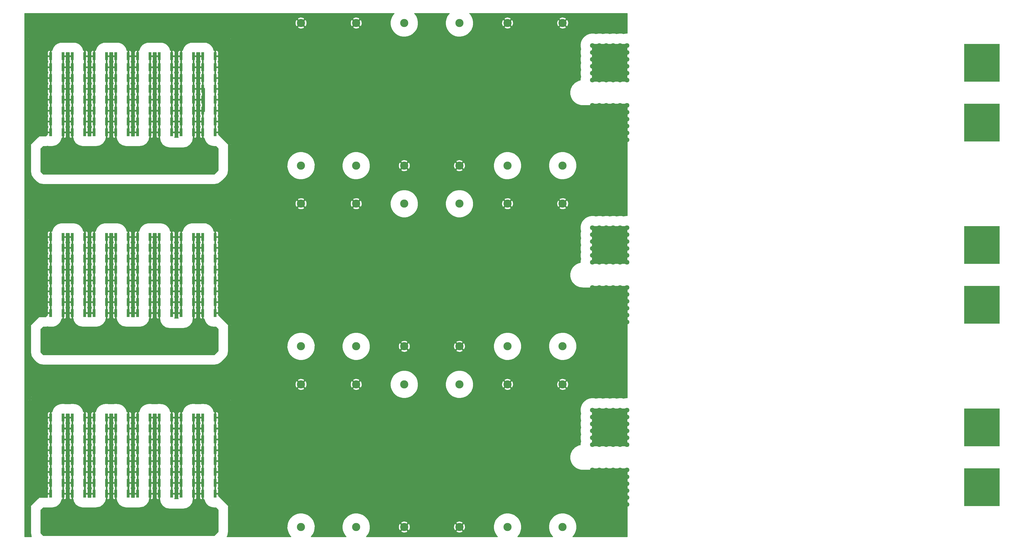
<source format=gbr>
G04 #@! TF.FileFunction,Copper,L1,Top,Signal*
%FSLAX46Y46*%
G04 Gerber Fmt 4.6, Leading zero omitted, Abs format (unit mm)*
G04 Created by KiCad (PCBNEW 4.0.1-stable) date 11/01/2018 20:27:04*
%MOMM*%
G01*
G04 APERTURE LIST*
%ADD10C,0.100000*%
%ADD11C,8.000000*%
%ADD12C,3.000000*%
%ADD13R,13.000000X14.000000*%
%ADD14R,1.000000X3.000000*%
%ADD15C,1.800000*%
%ADD16C,1.200000*%
%ADD17C,0.600000*%
%ADD18C,0.254000*%
G04 APERTURE END LIST*
D10*
D11*
X100000000Y-126300000D03*
X76200000Y-126300000D03*
X123800000Y-126300000D03*
X76200000Y-173500000D03*
X100000000Y-173500000D03*
X123800000Y-173500000D03*
D12*
X165850000Y-57250000D03*
X165850000Y-109750000D03*
X186150000Y-109750000D03*
X186150000Y-57250000D03*
D13*
X279500000Y-139000000D03*
X279500000Y-161000000D03*
X416500000Y-139000000D03*
X416500000Y-161000000D03*
X279500000Y-71900000D03*
X279500000Y-93900000D03*
X416500000Y-71900000D03*
X416500000Y-93900000D03*
D11*
X100000000Y-192800000D03*
X76200000Y-192800000D03*
X123800000Y-192800000D03*
X76200000Y-240000000D03*
X100000000Y-240000000D03*
X123800000Y-240000000D03*
X100000000Y-192800000D03*
X76200000Y-192800000D03*
X123800000Y-192800000D03*
X76200000Y-240000000D03*
X100000000Y-240000000D03*
X123800000Y-240000000D03*
X100000000Y-59850000D03*
X76200000Y-59850000D03*
X123800000Y-59850000D03*
X76200000Y-107050000D03*
X100000000Y-107050000D03*
X123800000Y-107050000D03*
D14*
X73700000Y-89500000D03*
X78300000Y-89500000D03*
X118300000Y-89500000D03*
X113700000Y-89500000D03*
X73700000Y-69500000D03*
X78300000Y-69500000D03*
X86300000Y-69500000D03*
X81700000Y-69500000D03*
X89700000Y-69500000D03*
X94300000Y-69500000D03*
X102300000Y-69500000D03*
X97700000Y-69500000D03*
X105700000Y-69500000D03*
X110300000Y-69500000D03*
X118300000Y-69500000D03*
X113700000Y-69500000D03*
X121700000Y-69500000D03*
X126300000Y-69500000D03*
X134300000Y-69500000D03*
X129700000Y-69500000D03*
X86300000Y-73500000D03*
X81700000Y-73500000D03*
X89700000Y-73500000D03*
X94300000Y-73500000D03*
X102300000Y-73500000D03*
X97700000Y-73500000D03*
X105700000Y-73500000D03*
X110300000Y-73500000D03*
X118300000Y-73500000D03*
X113700000Y-73500000D03*
X121700000Y-73500000D03*
X126300000Y-73500000D03*
X134300000Y-73500000D03*
X129700000Y-73500000D03*
X73700000Y-77500000D03*
X78300000Y-77500000D03*
X86300000Y-77500000D03*
X81700000Y-77500000D03*
X89700000Y-77500000D03*
X94300000Y-77500000D03*
X102300000Y-77500000D03*
X97700000Y-77500000D03*
X105700000Y-77500000D03*
X110300000Y-77500000D03*
X118300000Y-77500000D03*
X113700000Y-77500000D03*
X121700000Y-77500000D03*
X126300000Y-77500000D03*
X134300000Y-77500000D03*
X129700000Y-77500000D03*
X73700000Y-81500000D03*
X78300000Y-81500000D03*
X86300000Y-81500000D03*
X81700000Y-81500000D03*
X89700000Y-81500000D03*
X94300000Y-81500000D03*
X102300000Y-81500000D03*
X97700000Y-81500000D03*
X105700000Y-81500000D03*
X110300000Y-81500000D03*
X118300000Y-81500000D03*
X113700000Y-81500000D03*
X121700000Y-81500000D03*
X126300000Y-81500000D03*
X134300000Y-81500000D03*
X129700000Y-81500000D03*
X73700000Y-85500000D03*
X78300000Y-85500000D03*
X86300000Y-85500000D03*
X81700000Y-85500000D03*
X89700000Y-85500000D03*
X94300000Y-85500000D03*
X102300000Y-85500000D03*
X97700000Y-85500000D03*
X105700000Y-85500000D03*
X110300000Y-85500000D03*
X118300000Y-85500000D03*
X113700000Y-85500000D03*
X121700000Y-85500000D03*
X126300000Y-85500000D03*
X86300000Y-89500000D03*
X81700000Y-89500000D03*
X105700000Y-89500000D03*
X110300000Y-89500000D03*
X134300000Y-89500000D03*
X129700000Y-89500000D03*
X73700000Y-93500000D03*
X78300000Y-93500000D03*
X86300000Y-93500000D03*
X81700000Y-93500000D03*
X89700000Y-93500000D03*
X94300000Y-93500000D03*
X102300000Y-93500000D03*
X97700000Y-93500000D03*
X105700000Y-93500000D03*
X110300000Y-93500000D03*
X118300000Y-93500000D03*
X113700000Y-93500000D03*
X121700000Y-93500000D03*
X126300000Y-93500000D03*
X134300000Y-93500000D03*
X129700000Y-93500000D03*
X73700000Y-97500000D03*
X78300000Y-97500000D03*
X86300000Y-97500000D03*
X81700000Y-97500000D03*
X89700000Y-97500000D03*
X94300000Y-97500000D03*
X102300000Y-97500000D03*
X97700000Y-97500000D03*
X105700000Y-97500000D03*
X110300000Y-97500000D03*
X118300000Y-97500000D03*
X113700000Y-97500000D03*
X121700000Y-97500000D03*
X126300000Y-97500000D03*
X134300000Y-97500000D03*
X129700000Y-97500000D03*
X73700000Y-136000000D03*
X78300000Y-136000000D03*
X86300000Y-136000000D03*
X81700000Y-136000000D03*
X89700000Y-136000000D03*
X94300000Y-136000000D03*
X102300000Y-136000000D03*
X97700000Y-136000000D03*
X73700000Y-73500000D03*
X78300000Y-73500000D03*
X134300000Y-85500000D03*
X129700000Y-85500000D03*
X89700000Y-89500000D03*
X94300000Y-89500000D03*
X102300000Y-89500000D03*
X97700000Y-89500000D03*
X121700000Y-89500000D03*
X126300000Y-89500000D03*
X105700000Y-136000000D03*
X110300000Y-136000000D03*
X118300000Y-136000000D03*
X113700000Y-136000000D03*
X121700000Y-136000000D03*
X126300000Y-136000000D03*
X134300000Y-136000000D03*
X129700000Y-136000000D03*
D13*
X279500000Y-206100000D03*
X279500000Y-228100000D03*
X416500000Y-206100000D03*
X416500000Y-228100000D03*
D14*
X73700000Y-140000000D03*
X78300000Y-140000000D03*
X86300000Y-140000000D03*
X81700000Y-140000000D03*
X89700000Y-140000000D03*
X94300000Y-140000000D03*
X102300000Y-140000000D03*
X97700000Y-140000000D03*
X105700000Y-140000000D03*
X110300000Y-140000000D03*
X118300000Y-140000000D03*
X113700000Y-140000000D03*
X121700000Y-140000000D03*
X126300000Y-140000000D03*
X134300000Y-140000000D03*
X129700000Y-140000000D03*
X73700000Y-144000000D03*
X78300000Y-144000000D03*
X86300000Y-144000000D03*
X81700000Y-144000000D03*
X89700000Y-144000000D03*
X94300000Y-144000000D03*
X102300000Y-144000000D03*
X97700000Y-144000000D03*
X105700000Y-144000000D03*
X110300000Y-144000000D03*
X118300000Y-144000000D03*
X113700000Y-144000000D03*
X121700000Y-144000000D03*
X126300000Y-144000000D03*
X134300000Y-144000000D03*
X129700000Y-144000000D03*
X73700000Y-148000000D03*
X78300000Y-148000000D03*
X86300000Y-148000000D03*
X81700000Y-148000000D03*
X89700000Y-148000000D03*
X94300000Y-148000000D03*
X102300000Y-148000000D03*
X97700000Y-148000000D03*
X105700000Y-148000000D03*
X110300000Y-148000000D03*
X118300000Y-148000000D03*
X113700000Y-148000000D03*
X121700000Y-148000000D03*
X126300000Y-148000000D03*
X134300000Y-148000000D03*
X129700000Y-148000000D03*
X73700000Y-152000000D03*
X78300000Y-152000000D03*
X86300000Y-152000000D03*
X81700000Y-152000000D03*
X89700000Y-152000000D03*
X94300000Y-152000000D03*
X102300000Y-152000000D03*
X97700000Y-152000000D03*
X105700000Y-152000000D03*
X110300000Y-152000000D03*
X118300000Y-152000000D03*
X113700000Y-152000000D03*
X121700000Y-152000000D03*
X126300000Y-152000000D03*
X134300000Y-152000000D03*
X129700000Y-152000000D03*
X73700000Y-156000000D03*
X78300000Y-156000000D03*
X86300000Y-156000000D03*
X81700000Y-156000000D03*
X89700000Y-156000000D03*
X94300000Y-156000000D03*
X102300000Y-156000000D03*
X97700000Y-156000000D03*
X105700000Y-156000000D03*
X110300000Y-156000000D03*
X118300000Y-156000000D03*
X113700000Y-156000000D03*
X121700000Y-156000000D03*
X126300000Y-156000000D03*
X134300000Y-156000000D03*
X129700000Y-156000000D03*
X73700000Y-160000000D03*
X78300000Y-160000000D03*
X86300000Y-160000000D03*
X81700000Y-160000000D03*
X89700000Y-160000000D03*
X94300000Y-160000000D03*
X102300000Y-160000000D03*
X97700000Y-160000000D03*
X105700000Y-160000000D03*
X110300000Y-160000000D03*
X118300000Y-160000000D03*
X113700000Y-160000000D03*
X121700000Y-160000000D03*
X126300000Y-160000000D03*
X134300000Y-160000000D03*
X129700000Y-160000000D03*
X73700000Y-164000000D03*
X78300000Y-164000000D03*
X86300000Y-164000000D03*
X81700000Y-164000000D03*
X89700000Y-164000000D03*
X94300000Y-164000000D03*
X102300000Y-164000000D03*
X97700000Y-164000000D03*
X105700000Y-164000000D03*
X110300000Y-164000000D03*
X118300000Y-164000000D03*
X113700000Y-164000000D03*
X121700000Y-164000000D03*
X126300000Y-164000000D03*
X134300000Y-164000000D03*
X129700000Y-164000000D03*
X73700000Y-202500000D03*
X78300000Y-202500000D03*
X86300000Y-202500000D03*
X81700000Y-202500000D03*
X89700000Y-202500000D03*
X94300000Y-202500000D03*
X102300000Y-202500000D03*
X97700000Y-202500000D03*
X105700000Y-202500000D03*
X110300000Y-202500000D03*
X118300000Y-202500000D03*
X113700000Y-202500000D03*
X121700000Y-202500000D03*
X126300000Y-202500000D03*
X134300000Y-202500000D03*
X129700000Y-202500000D03*
X73700000Y-206500000D03*
X78300000Y-206500000D03*
X86300000Y-206500000D03*
X81700000Y-206500000D03*
X89700000Y-206500000D03*
X94300000Y-206500000D03*
X102300000Y-206500000D03*
X97700000Y-206500000D03*
X105700000Y-206500000D03*
X110300000Y-206500000D03*
X118300000Y-206500000D03*
X113700000Y-206500000D03*
X121700000Y-206500000D03*
X126300000Y-206500000D03*
X134300000Y-206500000D03*
X129700000Y-206500000D03*
X73700000Y-210500000D03*
X78300000Y-210500000D03*
X86300000Y-210500000D03*
X81700000Y-210500000D03*
X89700000Y-210500000D03*
X94300000Y-210500000D03*
X102300000Y-210500000D03*
X97700000Y-210500000D03*
X105700000Y-210500000D03*
X110300000Y-210500000D03*
X118300000Y-210500000D03*
X113700000Y-210500000D03*
X121700000Y-210500000D03*
X126300000Y-210500000D03*
X134300000Y-210500000D03*
X129700000Y-210500000D03*
X73700000Y-214500000D03*
X78300000Y-214500000D03*
X86300000Y-214500000D03*
X81700000Y-214500000D03*
X89700000Y-214500000D03*
X94300000Y-214500000D03*
X102300000Y-214500000D03*
X97700000Y-214500000D03*
X105700000Y-214500000D03*
X110300000Y-214500000D03*
X118300000Y-214500000D03*
X113700000Y-214500000D03*
X121700000Y-214500000D03*
X126300000Y-214500000D03*
X134300000Y-214500000D03*
X129700000Y-214500000D03*
X73700000Y-218500000D03*
X78300000Y-218500000D03*
X86300000Y-218500000D03*
X81700000Y-218500000D03*
X89700000Y-218500000D03*
X94300000Y-218500000D03*
X102300000Y-218500000D03*
X97700000Y-218500000D03*
X105700000Y-218500000D03*
X110300000Y-218500000D03*
X118300000Y-218500000D03*
X113700000Y-218500000D03*
X121700000Y-218500000D03*
X126300000Y-218500000D03*
X134300000Y-218500000D03*
X129700000Y-218500000D03*
X73700000Y-222500000D03*
X78300000Y-222500000D03*
X86300000Y-222500000D03*
X81700000Y-222500000D03*
X89700000Y-222500000D03*
X94300000Y-222500000D03*
X102300000Y-222500000D03*
X97700000Y-222500000D03*
X105700000Y-222500000D03*
X110300000Y-222500000D03*
X118300000Y-222500000D03*
X113700000Y-222500000D03*
X121700000Y-222500000D03*
X126300000Y-222500000D03*
X134300000Y-222500000D03*
X129700000Y-222500000D03*
X73700000Y-226500000D03*
X78300000Y-226500000D03*
X86300000Y-226500000D03*
X81700000Y-226500000D03*
X89700000Y-226500000D03*
X94300000Y-226500000D03*
X102300000Y-226500000D03*
X97700000Y-226500000D03*
X105700000Y-226500000D03*
X110300000Y-226500000D03*
X118300000Y-226500000D03*
X113700000Y-226500000D03*
X121700000Y-226500000D03*
X126300000Y-226500000D03*
X134300000Y-226500000D03*
X129700000Y-226500000D03*
X73700000Y-230500000D03*
X78300000Y-230500000D03*
X86300000Y-230500000D03*
X81700000Y-230500000D03*
X89700000Y-230500000D03*
X94300000Y-230500000D03*
X102300000Y-230500000D03*
X97700000Y-230500000D03*
X105700000Y-230500000D03*
X110300000Y-230500000D03*
X118300000Y-230500000D03*
X113700000Y-230500000D03*
X121700000Y-230500000D03*
X126300000Y-230500000D03*
X134300000Y-230500000D03*
X129700000Y-230500000D03*
D15*
X273150000Y-199750000D03*
X278230000Y-199750000D03*
X280770000Y-199750000D03*
X283310000Y-199750000D03*
X285850000Y-199750000D03*
X283310000Y-202290000D03*
X275690000Y-199750000D03*
X285850000Y-202290000D03*
X273150000Y-204830000D03*
X273150000Y-207370000D03*
X273150000Y-212450000D03*
X273150000Y-202290000D03*
X275690000Y-202290000D03*
X275690000Y-212450000D03*
X278230000Y-212450000D03*
X280770000Y-212450000D03*
X283310000Y-209910000D03*
X285850000Y-209910000D03*
X273150000Y-209910000D03*
X275690000Y-209910000D03*
X285850000Y-207370000D03*
X285850000Y-204830000D03*
X283310000Y-212450000D03*
X285850000Y-212450000D03*
X273150000Y-221750000D03*
X278230000Y-221750000D03*
X280770000Y-221750000D03*
X283310000Y-221750000D03*
X285850000Y-221750000D03*
X283310000Y-224290000D03*
X275690000Y-221750000D03*
X285850000Y-224290000D03*
X273150000Y-226830000D03*
X273150000Y-229370000D03*
X273150000Y-234450000D03*
X273150000Y-224290000D03*
X275690000Y-224290000D03*
X275690000Y-234450000D03*
X278230000Y-234450000D03*
X280770000Y-234450000D03*
X283310000Y-231910000D03*
X285850000Y-231910000D03*
X273150000Y-231910000D03*
X275690000Y-231910000D03*
X285850000Y-229370000D03*
X285850000Y-226830000D03*
X283310000Y-234450000D03*
X285850000Y-234450000D03*
X273150000Y-132650000D03*
X278230000Y-132650000D03*
X280770000Y-132650000D03*
X283310000Y-132650000D03*
X285850000Y-132650000D03*
X283310000Y-135190000D03*
X275690000Y-132650000D03*
X285850000Y-135190000D03*
X273150000Y-137730000D03*
X273150000Y-140270000D03*
X273150000Y-145350000D03*
X273150000Y-135190000D03*
X275690000Y-135190000D03*
X275690000Y-145350000D03*
X278230000Y-145350000D03*
X280770000Y-145350000D03*
X283310000Y-142810000D03*
X285850000Y-142810000D03*
X273150000Y-142810000D03*
X275690000Y-142810000D03*
X285850000Y-140270000D03*
X285850000Y-137730000D03*
X283310000Y-145350000D03*
X285850000Y-145350000D03*
X273150000Y-87550000D03*
X278230000Y-87550000D03*
X280770000Y-87550000D03*
X283310000Y-87550000D03*
X285850000Y-87550000D03*
X283310000Y-90090000D03*
X275690000Y-87550000D03*
X285850000Y-90090000D03*
X273150000Y-92630000D03*
X273150000Y-95170000D03*
X273150000Y-100250000D03*
X273150000Y-90090000D03*
X275690000Y-90090000D03*
X275690000Y-100250000D03*
X278230000Y-100250000D03*
X280770000Y-100250000D03*
X283310000Y-97710000D03*
X285850000Y-97710000D03*
X273150000Y-97710000D03*
X275690000Y-97710000D03*
X285850000Y-95170000D03*
X285850000Y-92630000D03*
X283310000Y-100250000D03*
X285850000Y-100250000D03*
X273150000Y-65550000D03*
X278230000Y-65550000D03*
X280770000Y-65550000D03*
X283310000Y-65550000D03*
X285850000Y-65550000D03*
X283310000Y-68090000D03*
X275690000Y-65550000D03*
X285850000Y-68090000D03*
X273150000Y-70630000D03*
X273150000Y-73170000D03*
X273150000Y-78250000D03*
X273150000Y-68090000D03*
X275690000Y-68090000D03*
X275690000Y-78250000D03*
X278230000Y-78250000D03*
X280770000Y-78250000D03*
X283310000Y-75710000D03*
X285850000Y-75710000D03*
X273150000Y-75710000D03*
X275690000Y-75710000D03*
X285850000Y-73170000D03*
X285850000Y-70630000D03*
X283310000Y-78250000D03*
X285850000Y-78250000D03*
X273150000Y-154650000D03*
X278230000Y-154650000D03*
X280770000Y-154650000D03*
X283310000Y-154650000D03*
X285850000Y-154650000D03*
X283310000Y-157190000D03*
X275690000Y-154650000D03*
X285850000Y-157190000D03*
X273150000Y-159730000D03*
X273150000Y-162270000D03*
X273150000Y-167350000D03*
X273150000Y-157190000D03*
X275690000Y-157190000D03*
X275690000Y-167350000D03*
X278230000Y-167350000D03*
X280770000Y-167350000D03*
X283310000Y-164810000D03*
X285850000Y-164810000D03*
X273150000Y-164810000D03*
X275690000Y-164810000D03*
X285850000Y-162270000D03*
X285850000Y-159730000D03*
X283310000Y-167350000D03*
X285850000Y-167350000D03*
D12*
X224150000Y-109750000D03*
X224150000Y-57250000D03*
X203850000Y-57250000D03*
X203850000Y-109750000D03*
X241850000Y-190250000D03*
X241850000Y-242750000D03*
X262150000Y-242750000D03*
X262150000Y-190250000D03*
X241850000Y-123750000D03*
X241850000Y-176250000D03*
X262150000Y-176250000D03*
X262150000Y-123750000D03*
X241850000Y-57250000D03*
X241850000Y-109750000D03*
X262150000Y-109750000D03*
X262150000Y-57250000D03*
X224150000Y-242750000D03*
X224150000Y-190250000D03*
X203850000Y-190250000D03*
X203850000Y-242750000D03*
X165850000Y-190250000D03*
X165850000Y-242750000D03*
X186150000Y-242750000D03*
X186150000Y-190250000D03*
X165850000Y-123750000D03*
X165850000Y-176250000D03*
X186150000Y-176250000D03*
X186150000Y-123750000D03*
X224150000Y-176250000D03*
X224150000Y-123750000D03*
X203850000Y-123750000D03*
X203850000Y-176250000D03*
D16*
X66000000Y-54500000D03*
X68000000Y-54500000D03*
X70000000Y-54500000D03*
X82000000Y-54500000D03*
X84000000Y-54500000D03*
X86000000Y-54500000D03*
X88000000Y-54500000D03*
X90000000Y-54500000D03*
X92000000Y-54500000D03*
X94000000Y-54500000D03*
X106000000Y-54500000D03*
X108000000Y-54500000D03*
X110000000Y-54500000D03*
X112000000Y-54500000D03*
X114000000Y-54500000D03*
X116000000Y-54500000D03*
X118000000Y-54500000D03*
X130000000Y-54500000D03*
X132000000Y-54500000D03*
X134000000Y-54500000D03*
X66000000Y-121000000D03*
X68000000Y-121000000D03*
X70000000Y-121000000D03*
X82000000Y-121000000D03*
X84000000Y-121000000D03*
X86000000Y-121000000D03*
X88000000Y-121000000D03*
X90000000Y-121000000D03*
X92000000Y-121000000D03*
X94000000Y-121000000D03*
X106000000Y-121000000D03*
X108000000Y-121000000D03*
X110000000Y-121000000D03*
X112000000Y-121000000D03*
X114000000Y-121000000D03*
X116000000Y-121000000D03*
X118000000Y-121000000D03*
X130000000Y-121000000D03*
X132000000Y-121000000D03*
X134000000Y-121000000D03*
X66000000Y-187500000D03*
X68000000Y-187500000D03*
X70000000Y-187500000D03*
X82000000Y-187500000D03*
X84000000Y-187500000D03*
X86000000Y-187500000D03*
X88000000Y-187500000D03*
X90000000Y-187500000D03*
X92000000Y-187500000D03*
X94000000Y-187500000D03*
X106000000Y-187500000D03*
X108000000Y-187500000D03*
X110000000Y-187500000D03*
X112000000Y-187500000D03*
X114000000Y-187500000D03*
X116000000Y-187500000D03*
X118000000Y-187500000D03*
X130000000Y-187500000D03*
X132000000Y-187500000D03*
X134000000Y-187500000D03*
X82000000Y-191500000D03*
X82000000Y-125000000D03*
X84000000Y-189500000D03*
X84000000Y-123000000D03*
X82000000Y-189500000D03*
X82000000Y-123000000D03*
X84000000Y-191500000D03*
X84000000Y-125000000D03*
X86000000Y-191500000D03*
X86000000Y-125000000D03*
X86000000Y-189500000D03*
X86000000Y-123000000D03*
X86000000Y-193500000D03*
X86000000Y-127000000D03*
X94000000Y-189500000D03*
X94000000Y-123000000D03*
X94000000Y-191500000D03*
X94000000Y-125000000D03*
X92000000Y-189500000D03*
X92000000Y-123000000D03*
X94000000Y-193500000D03*
X94000000Y-127000000D03*
X92000000Y-191500000D03*
X92000000Y-125000000D03*
X84000000Y-193500000D03*
X84000000Y-127000000D03*
X84000000Y-195500000D03*
X84000000Y-129000000D03*
X82000000Y-193500000D03*
X82000000Y-127000000D03*
X86000000Y-195500000D03*
X86000000Y-129000000D03*
X82000000Y-195500000D03*
X82000000Y-129000000D03*
X90000000Y-195500000D03*
X90000000Y-129000000D03*
X92000000Y-195500000D03*
X92000000Y-129000000D03*
X92000000Y-193500000D03*
X92000000Y-127000000D03*
X90000000Y-193500000D03*
X90000000Y-127000000D03*
X94000000Y-195500000D03*
X94000000Y-129000000D03*
X90000000Y-191500000D03*
X90000000Y-125000000D03*
X88000000Y-195500000D03*
X88000000Y-129000000D03*
X88000000Y-193500000D03*
X88000000Y-127000000D03*
X88000000Y-189500000D03*
X88000000Y-123000000D03*
X88000000Y-191500000D03*
X88000000Y-125000000D03*
X90000000Y-189500000D03*
X90000000Y-123000000D03*
X68000000Y-191500000D03*
X68000000Y-125000000D03*
X66000000Y-191500000D03*
X66000000Y-125000000D03*
X70000000Y-191500000D03*
X70000000Y-125000000D03*
X68000000Y-189500000D03*
X68000000Y-123000000D03*
X70000000Y-189500000D03*
X70000000Y-123000000D03*
X66000000Y-189500000D03*
X66000000Y-123000000D03*
X70000000Y-193500000D03*
X70000000Y-127000000D03*
X66000000Y-193500000D03*
X66000000Y-127000000D03*
X66000000Y-195500000D03*
X66000000Y-129000000D03*
X70000000Y-195500000D03*
X70000000Y-129000000D03*
X68000000Y-195500000D03*
X68000000Y-129000000D03*
X68000000Y-193500000D03*
X68000000Y-127000000D03*
X116000000Y-191500000D03*
X116000000Y-125000000D03*
X116000000Y-193500000D03*
X116000000Y-127000000D03*
X118000000Y-193500000D03*
X118000000Y-127000000D03*
X116000000Y-195500000D03*
X116000000Y-129000000D03*
X118000000Y-195500000D03*
X118000000Y-129000000D03*
X118000000Y-191500000D03*
X118000000Y-125000000D03*
X106000000Y-191500000D03*
X106000000Y-125000000D03*
X110000000Y-189500000D03*
X110000000Y-123000000D03*
X108000000Y-189500000D03*
X108000000Y-123000000D03*
X110000000Y-191500000D03*
X110000000Y-125000000D03*
X106000000Y-189500000D03*
X106000000Y-123000000D03*
X108000000Y-191500000D03*
X108000000Y-125000000D03*
X130000000Y-195500000D03*
X130000000Y-129000000D03*
X132000000Y-195500000D03*
X132000000Y-129000000D03*
X134000000Y-193500000D03*
X134000000Y-127000000D03*
X134000000Y-195500000D03*
X134000000Y-129000000D03*
X132000000Y-193500000D03*
X132000000Y-127000000D03*
X130000000Y-193500000D03*
X130000000Y-127000000D03*
X114000000Y-189500000D03*
X114000000Y-123000000D03*
X118000000Y-189500000D03*
X118000000Y-123000000D03*
X116000000Y-189500000D03*
X116000000Y-123000000D03*
X114000000Y-191500000D03*
X114000000Y-125000000D03*
X132000000Y-189500000D03*
X132000000Y-123000000D03*
X134000000Y-191500000D03*
X134000000Y-125000000D03*
X132000000Y-191500000D03*
X132000000Y-125000000D03*
X134000000Y-189500000D03*
X134000000Y-123000000D03*
X130000000Y-189500000D03*
X130000000Y-123000000D03*
X130000000Y-191500000D03*
X130000000Y-125000000D03*
X112000000Y-195500000D03*
X112000000Y-129000000D03*
X114000000Y-193500000D03*
X114000000Y-127000000D03*
X114000000Y-195500000D03*
X114000000Y-129000000D03*
X110000000Y-195500000D03*
X110000000Y-129000000D03*
X112000000Y-189500000D03*
X112000000Y-123000000D03*
X112000000Y-193500000D03*
X112000000Y-127000000D03*
X110000000Y-193500000D03*
X110000000Y-127000000D03*
X112000000Y-191500000D03*
X112000000Y-125000000D03*
X106000000Y-193500000D03*
X106000000Y-127000000D03*
X106000000Y-195500000D03*
X106000000Y-129000000D03*
X108000000Y-193500000D03*
X108000000Y-127000000D03*
X108000000Y-195500000D03*
X108000000Y-129000000D03*
X134000000Y-62500000D03*
X132000000Y-62500000D03*
X130000000Y-62500000D03*
X134000000Y-60500000D03*
X132000000Y-60500000D03*
X130000000Y-60500000D03*
X134000000Y-58500000D03*
X132000000Y-58500000D03*
X130000000Y-58500000D03*
X134000000Y-56500000D03*
X132000000Y-56500000D03*
X130000000Y-56500000D03*
X118000000Y-62500000D03*
X116000000Y-62500000D03*
X114000000Y-62500000D03*
X112000000Y-62500000D03*
X110000000Y-62500000D03*
X108000000Y-62500000D03*
X106000000Y-62500000D03*
X118000000Y-60500000D03*
X116000000Y-60500000D03*
X114000000Y-60500000D03*
X112000000Y-60500000D03*
X110000000Y-60500000D03*
X108000000Y-60500000D03*
X106000000Y-60500000D03*
X118000000Y-58500000D03*
X116000000Y-58500000D03*
X114000000Y-58500000D03*
X112000000Y-58500000D03*
X110000000Y-58500000D03*
X108000000Y-58500000D03*
X106000000Y-58500000D03*
X118000000Y-56500000D03*
X116000000Y-56500000D03*
X114000000Y-56500000D03*
X112000000Y-56500000D03*
X110000000Y-56500000D03*
X108000000Y-56500000D03*
X106000000Y-56500000D03*
X94000000Y-62500000D03*
X92000000Y-62500000D03*
X90000000Y-62500000D03*
X88000000Y-62500000D03*
X86000000Y-62500000D03*
X84000000Y-62500000D03*
X82000000Y-62500000D03*
X94000000Y-60500000D03*
X92000000Y-60500000D03*
X90000000Y-60500000D03*
X88000000Y-60500000D03*
X86000000Y-60500000D03*
X84000000Y-60500000D03*
X82000000Y-60500000D03*
X94000000Y-58500000D03*
X92000000Y-58500000D03*
X90000000Y-58500000D03*
X88000000Y-58500000D03*
X86000000Y-58500000D03*
X84000000Y-58500000D03*
X82000000Y-58500000D03*
X94000000Y-56500000D03*
X92000000Y-56500000D03*
X90000000Y-56500000D03*
X88000000Y-56500000D03*
X86000000Y-56500000D03*
X84000000Y-56500000D03*
X82000000Y-56500000D03*
X70000000Y-62500000D03*
X68000000Y-62500000D03*
X66000000Y-62500000D03*
X70000000Y-60500000D03*
X68000000Y-60500000D03*
X66000000Y-60500000D03*
X70000000Y-58500000D03*
X68000000Y-58500000D03*
X66000000Y-58500000D03*
X70000000Y-56500000D03*
X68000000Y-56500000D03*
X66000000Y-56500000D03*
X71000000Y-170500000D03*
X71000000Y-172500000D03*
X71000000Y-174500000D03*
X71000000Y-176500000D03*
X71000000Y-178500000D03*
X73000000Y-178500000D03*
X80000000Y-245000000D03*
X128000000Y-245000000D03*
X120000000Y-245000000D03*
X104000000Y-245000000D03*
X96000000Y-245000000D03*
X128000000Y-178500000D03*
X80000000Y-178500000D03*
X120000000Y-178500000D03*
X104000000Y-178500000D03*
X96000000Y-178500000D03*
X128000000Y-112000000D03*
X120000000Y-112000000D03*
X104000000Y-112000000D03*
X96000000Y-112000000D03*
X80000000Y-112000000D03*
X128000000Y-230500000D03*
X128000000Y-226500000D03*
X128000000Y-222500000D03*
X128000000Y-218500000D03*
X128000000Y-214500000D03*
X128000000Y-210500000D03*
X128000000Y-206500000D03*
X128000000Y-202500000D03*
X112000000Y-230500000D03*
X112000000Y-226500000D03*
X112000000Y-222500000D03*
X112000000Y-218500000D03*
X112000000Y-214500000D03*
X112000000Y-210500000D03*
X112000000Y-206500000D03*
X112000000Y-202500000D03*
X96000000Y-202500000D03*
X96000000Y-206500000D03*
X96000000Y-210500000D03*
X96000000Y-214500000D03*
X96000000Y-218500000D03*
X96000000Y-222500000D03*
X96000000Y-226500000D03*
X96000000Y-230500000D03*
X80000000Y-230500000D03*
X80000000Y-226500000D03*
X80000000Y-222500000D03*
X80000000Y-218500000D03*
X80000000Y-214500000D03*
X80000000Y-210500000D03*
X80000000Y-206500000D03*
X80000000Y-202500000D03*
X128000000Y-69500000D03*
X128000000Y-73500000D03*
X128000000Y-77500000D03*
X128000000Y-81500000D03*
X128000000Y-85500000D03*
X128000000Y-89500000D03*
X128000000Y-93500000D03*
X128000000Y-97500000D03*
X112000000Y-97500000D03*
X112000000Y-93500000D03*
X112000000Y-89500000D03*
X112000000Y-85500000D03*
X112000000Y-81500000D03*
X112000000Y-77500000D03*
X112000000Y-73500000D03*
X112000000Y-69500000D03*
X96000000Y-69500000D03*
X96000000Y-73500000D03*
X96000000Y-77500000D03*
X96000000Y-81500000D03*
X96000000Y-85500000D03*
X96000000Y-89500000D03*
X96000000Y-93500000D03*
X96000000Y-97500000D03*
X80000000Y-97500000D03*
X80000000Y-93500000D03*
X80000000Y-89500000D03*
X80000000Y-85500000D03*
X80000000Y-81500000D03*
X80000000Y-77500000D03*
X80000000Y-73500000D03*
X80000000Y-69500000D03*
X128000000Y-164000000D03*
X128000000Y-160000000D03*
X128000000Y-156000000D03*
X128000000Y-152000000D03*
X128000000Y-148000000D03*
X128000000Y-144000000D03*
X128000000Y-140000000D03*
X128000000Y-136000000D03*
X112000000Y-164000000D03*
X112000000Y-160000000D03*
X112000000Y-156000000D03*
X112000000Y-152000000D03*
X112000000Y-148000000D03*
X112000000Y-144000000D03*
X112000000Y-140000000D03*
X112000000Y-136000000D03*
X96000000Y-164000000D03*
X96000000Y-160000000D03*
X96000000Y-156000000D03*
X96000000Y-152000000D03*
X96000000Y-148000000D03*
X96000000Y-144000000D03*
X96000000Y-140000000D03*
X96000000Y-136000000D03*
X80000000Y-164000000D03*
X80000000Y-160000000D03*
X80000000Y-156000000D03*
X80000000Y-152000000D03*
X80000000Y-148000000D03*
X80000000Y-144000000D03*
X80000000Y-140000000D03*
X80000000Y-136000000D03*
X94000000Y-112000000D03*
X92000000Y-112000000D03*
X90000000Y-112000000D03*
X88000000Y-112000000D03*
X86000000Y-112000000D03*
X84000000Y-112000000D03*
X82000000Y-112000000D03*
X134000000Y-112000000D03*
X132000000Y-112000000D03*
X130000000Y-112000000D03*
X118000000Y-112000000D03*
X116000000Y-112000000D03*
X114000000Y-112000000D03*
X112000000Y-112000000D03*
X110000000Y-112000000D03*
X108000000Y-112000000D03*
X106000000Y-112000000D03*
X134000000Y-245000000D03*
X132000000Y-245000000D03*
X130000000Y-245000000D03*
X118000000Y-245000000D03*
X116000000Y-245000000D03*
X114000000Y-245000000D03*
X112000000Y-245000000D03*
X110000000Y-245000000D03*
X108000000Y-245000000D03*
X106000000Y-245000000D03*
X94000000Y-245000000D03*
X92000000Y-245000000D03*
X90000000Y-245000000D03*
X88000000Y-245000000D03*
X86000000Y-245000000D03*
X84000000Y-245000000D03*
X82000000Y-245000000D03*
X134000000Y-178500000D03*
X132000000Y-178500000D03*
X130000000Y-178500000D03*
X118000000Y-178500000D03*
X116000000Y-178500000D03*
X114000000Y-178500000D03*
X112000000Y-178500000D03*
X110000000Y-178500000D03*
X108000000Y-178500000D03*
X106000000Y-178500000D03*
X94000000Y-178500000D03*
X92000000Y-178500000D03*
X90000000Y-178500000D03*
X88000000Y-178500000D03*
X86000000Y-178500000D03*
X84000000Y-178500000D03*
X82000000Y-178500000D03*
X106000000Y-239000000D03*
X106000000Y-172500000D03*
X106000000Y-237000000D03*
X106000000Y-170500000D03*
X108000000Y-239000000D03*
X108000000Y-172500000D03*
X108000000Y-237000000D03*
X108000000Y-170500000D03*
X108000000Y-241000000D03*
X108000000Y-174500000D03*
X112000000Y-237000000D03*
X112000000Y-170500000D03*
X110000000Y-239000000D03*
X110000000Y-172500000D03*
X110000000Y-237000000D03*
X110000000Y-170500000D03*
X114000000Y-237000000D03*
X114000000Y-170500000D03*
X114000000Y-239000000D03*
X114000000Y-172500000D03*
X112000000Y-239000000D03*
X112000000Y-172500000D03*
X116000000Y-237000000D03*
X116000000Y-170500000D03*
X116000000Y-239000000D03*
X116000000Y-172500000D03*
X110000000Y-243000000D03*
X110000000Y-176500000D03*
X110000000Y-241000000D03*
X110000000Y-174500000D03*
X106000000Y-243000000D03*
X106000000Y-176500000D03*
X108000000Y-243000000D03*
X108000000Y-176500000D03*
X106000000Y-241000000D03*
X106000000Y-174500000D03*
X112000000Y-243000000D03*
X112000000Y-176500000D03*
X116000000Y-243000000D03*
X116000000Y-176500000D03*
X116000000Y-241000000D03*
X116000000Y-174500000D03*
X112000000Y-241000000D03*
X112000000Y-174500000D03*
X114000000Y-243000000D03*
X114000000Y-176500000D03*
X114000000Y-241000000D03*
X114000000Y-174500000D03*
X118000000Y-239000000D03*
X118000000Y-172500000D03*
X118000000Y-241000000D03*
X118000000Y-174500000D03*
X118000000Y-243000000D03*
X118000000Y-176500000D03*
X118000000Y-237000000D03*
X118000000Y-170500000D03*
X130000000Y-237000000D03*
X130000000Y-170500000D03*
X134000000Y-239000000D03*
X134000000Y-172500000D03*
X132000000Y-237000000D03*
X132000000Y-170500000D03*
X134000000Y-237000000D03*
X134000000Y-170500000D03*
X132000000Y-239000000D03*
X132000000Y-172500000D03*
X130000000Y-239000000D03*
X130000000Y-172500000D03*
X132000000Y-241000000D03*
X132000000Y-174500000D03*
X132000000Y-243000000D03*
X132000000Y-176500000D03*
X130000000Y-241000000D03*
X130000000Y-174500000D03*
X134000000Y-243000000D03*
X134000000Y-176500000D03*
X134000000Y-241000000D03*
X134000000Y-174500000D03*
X130000000Y-243000000D03*
X130000000Y-176500000D03*
X82000000Y-241000000D03*
X82000000Y-174500000D03*
X82000000Y-243000000D03*
X82000000Y-176500000D03*
X84000000Y-241000000D03*
X84000000Y-174500000D03*
X84000000Y-243000000D03*
X84000000Y-176500000D03*
X86000000Y-241000000D03*
X86000000Y-174500000D03*
X86000000Y-243000000D03*
X86000000Y-176500000D03*
X88000000Y-241000000D03*
X88000000Y-174500000D03*
X92000000Y-241000000D03*
X92000000Y-174500000D03*
X90000000Y-243000000D03*
X90000000Y-176500000D03*
X90000000Y-241000000D03*
X90000000Y-174500000D03*
X92000000Y-243000000D03*
X92000000Y-176500000D03*
X88000000Y-243000000D03*
X88000000Y-176500000D03*
X94000000Y-241000000D03*
X94000000Y-174500000D03*
X94000000Y-239000000D03*
X94000000Y-172500000D03*
X92000000Y-239000000D03*
X92000000Y-172500000D03*
X90000000Y-239000000D03*
X90000000Y-172500000D03*
X90000000Y-237000000D03*
X90000000Y-170500000D03*
X94000000Y-237000000D03*
X94000000Y-170500000D03*
X94000000Y-243000000D03*
X94000000Y-176500000D03*
X92000000Y-237000000D03*
X92000000Y-170500000D03*
X84000000Y-237000000D03*
X84000000Y-170500000D03*
X88000000Y-239000000D03*
X88000000Y-172500000D03*
X84000000Y-239000000D03*
X84000000Y-172500000D03*
X88000000Y-237000000D03*
X88000000Y-170500000D03*
X82000000Y-239000000D03*
X82000000Y-172500000D03*
X82000000Y-237000000D03*
X82000000Y-170500000D03*
X86000000Y-237000000D03*
X86000000Y-170500000D03*
X86000000Y-239000000D03*
X86000000Y-172500000D03*
X134000000Y-110000000D03*
X132000000Y-110000000D03*
X130000000Y-110000000D03*
X134000000Y-108000000D03*
X132000000Y-108000000D03*
X130000000Y-108000000D03*
X134000000Y-106000000D03*
X132000000Y-106000000D03*
X130000000Y-106000000D03*
X134000000Y-104000000D03*
X132000000Y-104000000D03*
X130000000Y-104000000D03*
X118000000Y-110000000D03*
X116000000Y-110000000D03*
X114000000Y-110000000D03*
X112000000Y-110000000D03*
X110000000Y-110000000D03*
X108000000Y-110000000D03*
X106000000Y-110000000D03*
X118000000Y-108000000D03*
X116000000Y-108000000D03*
X114000000Y-108000000D03*
X112000000Y-108000000D03*
X110000000Y-108000000D03*
X108000000Y-108000000D03*
X106000000Y-108000000D03*
X118000000Y-106000000D03*
X116000000Y-106000000D03*
X114000000Y-106000000D03*
X112000000Y-106000000D03*
X110000000Y-106000000D03*
X108000000Y-106000000D03*
X106000000Y-106000000D03*
X118000000Y-104000000D03*
X116000000Y-104000000D03*
X114000000Y-104000000D03*
X112000000Y-104000000D03*
X110000000Y-104000000D03*
X108000000Y-104000000D03*
X106000000Y-104000000D03*
X94000000Y-110000000D03*
X92000000Y-110000000D03*
X90000000Y-110000000D03*
X88000000Y-110000000D03*
X86000000Y-110000000D03*
X84000000Y-110000000D03*
X82000000Y-110000000D03*
X94000000Y-108000000D03*
X92000000Y-108000000D03*
X90000000Y-108000000D03*
X88000000Y-108000000D03*
X86000000Y-108000000D03*
X84000000Y-108000000D03*
X82000000Y-108000000D03*
X94000000Y-106000000D03*
X92000000Y-106000000D03*
X90000000Y-106000000D03*
X88000000Y-106000000D03*
X86000000Y-106000000D03*
X84000000Y-106000000D03*
X82000000Y-106000000D03*
X94000000Y-104000000D03*
X92000000Y-104000000D03*
X90000000Y-104000000D03*
X88000000Y-104000000D03*
X86000000Y-104000000D03*
X84000000Y-104000000D03*
X82000000Y-104000000D03*
D17*
X105700000Y-69500000D02*
X105700000Y-62800000D01*
X105700000Y-62800000D02*
X106000000Y-62500000D01*
X134300000Y-136000000D02*
X134300000Y-129300000D01*
X134300000Y-129300000D02*
X134000000Y-129000000D01*
X128000000Y-222500000D02*
X128000000Y-226500000D01*
X128000000Y-214500000D02*
X128000000Y-218500000D01*
X128000000Y-206500000D02*
X128000000Y-210500000D01*
X126300000Y-202500000D02*
X128000000Y-202500000D01*
X112000000Y-222500000D02*
X112000000Y-226500000D01*
X112000000Y-214500000D02*
X112000000Y-218500000D01*
X112000000Y-206500000D02*
X112000000Y-210500000D01*
X110300000Y-202500000D02*
X112000000Y-202500000D01*
X96000000Y-206500000D02*
X96000000Y-202500000D01*
X96000000Y-214500000D02*
X96000000Y-210500000D01*
X96000000Y-222500000D02*
X96000000Y-218500000D01*
X96000000Y-230500000D02*
X96000000Y-226500000D01*
X94300000Y-230500000D02*
X96000000Y-230500000D01*
X80000000Y-222500000D02*
X80000000Y-226500000D01*
X80000000Y-214500000D02*
X80000000Y-218500000D01*
X80000000Y-206500000D02*
X80000000Y-210500000D01*
X78300000Y-202500000D02*
X80000000Y-202500000D01*
X128000000Y-77500000D02*
X128000000Y-73500000D01*
X128000000Y-85500000D02*
X128000000Y-81500000D01*
X128000000Y-93500000D02*
X128000000Y-89500000D01*
X126300000Y-97500000D02*
X128000000Y-97500000D01*
X112000000Y-89500000D02*
X112000000Y-93500000D01*
X112000000Y-81500000D02*
X112000000Y-85500000D01*
X112000000Y-73500000D02*
X112000000Y-77500000D01*
X110300000Y-69500000D02*
X112000000Y-69500000D01*
X96000000Y-77500000D02*
X96000000Y-73500000D01*
X96000000Y-85500000D02*
X96000000Y-81500000D01*
X96000000Y-93500000D02*
X96000000Y-89500000D01*
X94300000Y-97500000D02*
X96000000Y-97500000D01*
X80000000Y-89500000D02*
X80000000Y-93500000D01*
X80000000Y-81500000D02*
X80000000Y-85500000D01*
X80000000Y-73500000D02*
X80000000Y-77500000D01*
X78300000Y-69500000D02*
X80000000Y-69500000D01*
X128000000Y-156000000D02*
X128000000Y-160000000D01*
X128000000Y-148000000D02*
X128000000Y-152000000D01*
X128000000Y-140000000D02*
X128000000Y-144000000D01*
X126300000Y-136000000D02*
X128000000Y-136000000D01*
X112000000Y-160000000D02*
X112000000Y-164000000D01*
X112000000Y-152000000D02*
X112000000Y-156000000D01*
X112000000Y-144000000D02*
X112000000Y-148000000D01*
X112000000Y-136000000D02*
X112000000Y-140000000D01*
X110300000Y-136000000D02*
X112000000Y-136000000D01*
X96000000Y-160000000D02*
X96000000Y-164000000D01*
X96000000Y-152000000D02*
X96000000Y-156000000D01*
X96000000Y-144000000D02*
X96000000Y-148000000D01*
X96000000Y-136000000D02*
X96000000Y-140000000D01*
X94300000Y-136000000D02*
X96000000Y-136000000D01*
X80000000Y-156000000D02*
X80000000Y-160000000D01*
X80000000Y-148000000D02*
X80000000Y-152000000D01*
X80000000Y-140000000D02*
X80000000Y-144000000D01*
X78300000Y-136000000D02*
X80000000Y-136000000D01*
X130199999Y-85528568D02*
X130199999Y-89685710D01*
X130199999Y-81371426D02*
X130199999Y-85528568D01*
D18*
G36*
X199903487Y-53938482D02*
X199335437Y-54768098D01*
X198939346Y-55692249D01*
X198730299Y-56675734D01*
X198716261Y-57681092D01*
X198897765Y-58670030D01*
X199267899Y-59604880D01*
X199812563Y-60450033D01*
X200511011Y-61173298D01*
X201336641Y-61747126D01*
X202258004Y-62149660D01*
X203240006Y-62365567D01*
X204245242Y-62386623D01*
X205235423Y-62212028D01*
X206172834Y-61848430D01*
X207021769Y-61309679D01*
X207749892Y-60616297D01*
X208329470Y-59794693D01*
X208738426Y-58876163D01*
X208961183Y-57895693D01*
X208977219Y-56747272D01*
X208781925Y-55760964D01*
X208398776Y-54831373D01*
X207842364Y-53993907D01*
X207552488Y-53702000D01*
X220444974Y-53702000D01*
X220203487Y-53938482D01*
X219635437Y-54768098D01*
X219239346Y-55692249D01*
X219030299Y-56675734D01*
X219016261Y-57681092D01*
X219197765Y-58670030D01*
X219567899Y-59604880D01*
X220112563Y-60450033D01*
X220811011Y-61173298D01*
X221636641Y-61747126D01*
X222558004Y-62149660D01*
X223540006Y-62365567D01*
X224545242Y-62386623D01*
X225535423Y-62212028D01*
X226472834Y-61848430D01*
X227321769Y-61309679D01*
X228049892Y-60616297D01*
X228629470Y-59794693D01*
X229038426Y-58876163D01*
X229062155Y-58771717D01*
X240572942Y-58771717D01*
X240733074Y-59081643D01*
X241111871Y-59264349D01*
X241519034Y-59369646D01*
X241938917Y-59393486D01*
X242355381Y-59334953D01*
X242752425Y-59196297D01*
X242966926Y-59081643D01*
X243127058Y-58771717D01*
X260872942Y-58771717D01*
X261033074Y-59081643D01*
X261411871Y-59264349D01*
X261819034Y-59369646D01*
X262238917Y-59393486D01*
X262655381Y-59334953D01*
X263052425Y-59196297D01*
X263266926Y-59081643D01*
X263427058Y-58771717D01*
X262150000Y-57494659D01*
X260872942Y-58771717D01*
X243127058Y-58771717D01*
X241850000Y-57494659D01*
X240572942Y-58771717D01*
X229062155Y-58771717D01*
X229261183Y-57895693D01*
X229268957Y-57338917D01*
X239706514Y-57338917D01*
X239765047Y-57755381D01*
X239903703Y-58152425D01*
X240018357Y-58366926D01*
X240328283Y-58527058D01*
X241605341Y-57250000D01*
X242094659Y-57250000D01*
X243371717Y-58527058D01*
X243681643Y-58366926D01*
X243864349Y-57988129D01*
X243969646Y-57580966D01*
X243983388Y-57338917D01*
X260006514Y-57338917D01*
X260065047Y-57755381D01*
X260203703Y-58152425D01*
X260318357Y-58366926D01*
X260628283Y-58527058D01*
X261905341Y-57250000D01*
X262394659Y-57250000D01*
X263671717Y-58527058D01*
X263981643Y-58366926D01*
X264164349Y-57988129D01*
X264269646Y-57580966D01*
X264293486Y-57161083D01*
X264234953Y-56744619D01*
X264096297Y-56347575D01*
X263981643Y-56133074D01*
X263671717Y-55972942D01*
X262394659Y-57250000D01*
X261905341Y-57250000D01*
X260628283Y-55972942D01*
X260318357Y-56133074D01*
X260135651Y-56511871D01*
X260030354Y-56919034D01*
X260006514Y-57338917D01*
X243983388Y-57338917D01*
X243993486Y-57161083D01*
X243934953Y-56744619D01*
X243796297Y-56347575D01*
X243681643Y-56133074D01*
X243371717Y-55972942D01*
X242094659Y-57250000D01*
X241605341Y-57250000D01*
X240328283Y-55972942D01*
X240018357Y-56133074D01*
X239835651Y-56511871D01*
X239730354Y-56919034D01*
X239706514Y-57338917D01*
X229268957Y-57338917D01*
X229277219Y-56747272D01*
X229081925Y-55760964D01*
X229068455Y-55728283D01*
X240572942Y-55728283D01*
X241850000Y-57005341D01*
X243127058Y-55728283D01*
X260872942Y-55728283D01*
X262150000Y-57005341D01*
X263427058Y-55728283D01*
X263266926Y-55418357D01*
X262888129Y-55235651D01*
X262480966Y-55130354D01*
X262061083Y-55106514D01*
X261644619Y-55165047D01*
X261247575Y-55303703D01*
X261033074Y-55418357D01*
X260872942Y-55728283D01*
X243127058Y-55728283D01*
X242966926Y-55418357D01*
X242588129Y-55235651D01*
X242180966Y-55130354D01*
X241761083Y-55106514D01*
X241344619Y-55165047D01*
X240947575Y-55303703D01*
X240733074Y-55418357D01*
X240572942Y-55728283D01*
X229068455Y-55728283D01*
X228698776Y-54831373D01*
X228142364Y-53993907D01*
X227852488Y-53702000D01*
X285873000Y-53702000D01*
X285873000Y-61022856D01*
X285437721Y-61019817D01*
X284565689Y-61186167D01*
X283785490Y-61026015D01*
X282897721Y-61019817D01*
X282025689Y-61186167D01*
X281245490Y-61026015D01*
X280357721Y-61019817D01*
X279485689Y-61186167D01*
X278705490Y-61026015D01*
X277817721Y-61019817D01*
X276945689Y-61186167D01*
X276165490Y-61026015D01*
X275277721Y-61019817D01*
X274405689Y-61186167D01*
X273625490Y-61026015D01*
X272737721Y-61019817D01*
X271865656Y-61186173D01*
X271042511Y-61518745D01*
X270299639Y-62004866D01*
X269665337Y-62626021D01*
X269163765Y-63358549D01*
X268814027Y-64174548D01*
X268629445Y-65042939D01*
X268617050Y-65930642D01*
X268777313Y-66803848D01*
X268788851Y-66832990D01*
X268629445Y-67582939D01*
X268617050Y-68470642D01*
X268777313Y-69343848D01*
X268788851Y-69372990D01*
X268629445Y-70122939D01*
X268617050Y-71010642D01*
X268777313Y-71883848D01*
X268788851Y-71912990D01*
X268629445Y-72662939D01*
X268617050Y-73550642D01*
X268777313Y-74423848D01*
X268788851Y-74452990D01*
X268629445Y-75202939D01*
X268617050Y-76090642D01*
X268777313Y-76963848D01*
X268788851Y-76992990D01*
X268629445Y-77742939D01*
X268621699Y-78297705D01*
X268551168Y-78312697D01*
X268222079Y-78377860D01*
X268172724Y-78393138D01*
X268172714Y-78393140D01*
X268172706Y-78393144D01*
X268172701Y-78393145D01*
X267986671Y-78452158D01*
X267678273Y-78584339D01*
X267368071Y-78712195D01*
X267322603Y-78736779D01*
X267151578Y-78830801D01*
X266874716Y-79020373D01*
X266595265Y-79206039D01*
X266555438Y-79238986D01*
X266405932Y-79364436D01*
X266171136Y-79604201D01*
X265933082Y-79840600D01*
X265900427Y-79880639D01*
X265900421Y-79880645D01*
X265900417Y-79880651D01*
X265900413Y-79880656D01*
X265778122Y-80032756D01*
X265594379Y-80313546D01*
X265406783Y-80591665D01*
X265382516Y-80637304D01*
X265382509Y-80637318D01*
X265382506Y-80637322D01*
X265382504Y-80637327D01*
X265292096Y-80810259D01*
X265166385Y-81121401D01*
X265036372Y-81430693D01*
X265021432Y-81480176D01*
X264966330Y-81667402D01*
X264903463Y-81996966D01*
X264835994Y-82325642D01*
X264830950Y-82377085D01*
X264813261Y-82571447D01*
X264815603Y-82906980D01*
X264813261Y-83242514D01*
X264818305Y-83293956D01*
X264838706Y-83488053D01*
X264906177Y-83816742D01*
X264969044Y-84146303D01*
X264983983Y-84195786D01*
X265041695Y-84382224D01*
X265171732Y-84691570D01*
X265297408Y-85002632D01*
X265321674Y-85048269D01*
X265321676Y-85048274D01*
X265321679Y-85048279D01*
X265414500Y-85219948D01*
X265602146Y-85498146D01*
X265785858Y-85778886D01*
X265818514Y-85818926D01*
X265818518Y-85818932D01*
X265818522Y-85818936D01*
X265818527Y-85818942D01*
X265942930Y-85969320D01*
X266181032Y-86205764D01*
X266415766Y-86445467D01*
X266455593Y-86478415D01*
X266606835Y-86601765D01*
X266886320Y-86787454D01*
X267163159Y-86977010D01*
X267208628Y-87001595D01*
X267380950Y-87093220D01*
X267691189Y-87221091D01*
X267999559Y-87353258D01*
X268048936Y-87368543D01*
X268235773Y-87424952D01*
X268564919Y-87490125D01*
X268893104Y-87559883D01*
X268944511Y-87565286D01*
X268944513Y-87565286D01*
X268944517Y-87565287D01*
X268944521Y-87565287D01*
X269138744Y-87584331D01*
X269294010Y-87584331D01*
X269448312Y-87601639D01*
X269500000Y-87602000D01*
X285873000Y-87602000D01*
X285873000Y-128122856D01*
X285437721Y-128119817D01*
X284565689Y-128286167D01*
X283785490Y-128126015D01*
X282897721Y-128119817D01*
X282025689Y-128286167D01*
X281245490Y-128126015D01*
X280357721Y-128119817D01*
X279485689Y-128286167D01*
X278705490Y-128126015D01*
X277817721Y-128119817D01*
X276945689Y-128286167D01*
X276165490Y-128126015D01*
X275277721Y-128119817D01*
X274405689Y-128286167D01*
X273625490Y-128126015D01*
X272737721Y-128119817D01*
X271865656Y-128286173D01*
X271042511Y-128618745D01*
X270299639Y-129104866D01*
X269665337Y-129726021D01*
X269163765Y-130458549D01*
X268814027Y-131274548D01*
X268629445Y-132142939D01*
X268617050Y-133030642D01*
X268777313Y-133903848D01*
X268788851Y-133932990D01*
X268629445Y-134682939D01*
X268617050Y-135570642D01*
X268777313Y-136443848D01*
X268788851Y-136472990D01*
X268629445Y-137222939D01*
X268617050Y-138110642D01*
X268777313Y-138983848D01*
X268788851Y-139012990D01*
X268629445Y-139762939D01*
X268617050Y-140650642D01*
X268777313Y-141523848D01*
X268788851Y-141552990D01*
X268629445Y-142302939D01*
X268617050Y-143190642D01*
X268777313Y-144063848D01*
X268788851Y-144092990D01*
X268629445Y-144842939D01*
X268621699Y-145397704D01*
X268551168Y-145412696D01*
X268222079Y-145477859D01*
X268172724Y-145493137D01*
X268172714Y-145493139D01*
X268172706Y-145493143D01*
X268172701Y-145493144D01*
X267986671Y-145552157D01*
X267678273Y-145684338D01*
X267368071Y-145812194D01*
X267322603Y-145836778D01*
X267151578Y-145930800D01*
X266874716Y-146120372D01*
X266595265Y-146306038D01*
X266555438Y-146338985D01*
X266405932Y-146464435D01*
X266171136Y-146704200D01*
X265933082Y-146940599D01*
X265900427Y-146980638D01*
X265900421Y-146980644D01*
X265900417Y-146980650D01*
X265900413Y-146980655D01*
X265778122Y-147132755D01*
X265594379Y-147413545D01*
X265406783Y-147691664D01*
X265382516Y-147737303D01*
X265382509Y-147737317D01*
X265382506Y-147737321D01*
X265382504Y-147737326D01*
X265292096Y-147910258D01*
X265166385Y-148221400D01*
X265036372Y-148530692D01*
X265021432Y-148580175D01*
X264966330Y-148767401D01*
X264903463Y-149096965D01*
X264835994Y-149425641D01*
X264830950Y-149477084D01*
X264813261Y-149671446D01*
X264815603Y-150006980D01*
X264813261Y-150342513D01*
X264818305Y-150393955D01*
X264838706Y-150588052D01*
X264906177Y-150916741D01*
X264969044Y-151246302D01*
X264983983Y-151295785D01*
X265041695Y-151482223D01*
X265171732Y-151791569D01*
X265297408Y-152102631D01*
X265321674Y-152148268D01*
X265321676Y-152148273D01*
X265321679Y-152148278D01*
X265414500Y-152319947D01*
X265602146Y-152598145D01*
X265785858Y-152878885D01*
X265818514Y-152918925D01*
X265818518Y-152918931D01*
X265818522Y-152918935D01*
X265818527Y-152918941D01*
X265942930Y-153069319D01*
X266181032Y-153305763D01*
X266415766Y-153545466D01*
X266455593Y-153578414D01*
X266606835Y-153701764D01*
X266886320Y-153887453D01*
X267163159Y-154077009D01*
X267208628Y-154101594D01*
X267380950Y-154193219D01*
X267691189Y-154321090D01*
X267999559Y-154453257D01*
X268048936Y-154468542D01*
X268235773Y-154524951D01*
X268564919Y-154590124D01*
X268893104Y-154659882D01*
X268944511Y-154665285D01*
X268944513Y-154665285D01*
X268944517Y-154665286D01*
X268944521Y-154665286D01*
X269138744Y-154684330D01*
X269294001Y-154684330D01*
X269448312Y-154701639D01*
X269500000Y-154702000D01*
X285873000Y-154701999D01*
X285873000Y-195222856D01*
X285437721Y-195219817D01*
X284565689Y-195386167D01*
X283785490Y-195226015D01*
X282897721Y-195219817D01*
X282025689Y-195386167D01*
X281245490Y-195226015D01*
X280357721Y-195219817D01*
X279485689Y-195386167D01*
X278705490Y-195226015D01*
X277817721Y-195219817D01*
X276945689Y-195386167D01*
X276165490Y-195226015D01*
X275277721Y-195219817D01*
X274405689Y-195386167D01*
X273625490Y-195226015D01*
X272737721Y-195219817D01*
X271865656Y-195386173D01*
X271042511Y-195718745D01*
X270299639Y-196204866D01*
X269665337Y-196826021D01*
X269163765Y-197558549D01*
X268814027Y-198374548D01*
X268629445Y-199242939D01*
X268617050Y-200130642D01*
X268777313Y-201003848D01*
X268788851Y-201032990D01*
X268629445Y-201782939D01*
X268617050Y-202670642D01*
X268777313Y-203543848D01*
X268788851Y-203572990D01*
X268629445Y-204322939D01*
X268617050Y-205210642D01*
X268777313Y-206083848D01*
X268788851Y-206112990D01*
X268629445Y-206862939D01*
X268617050Y-207750642D01*
X268777313Y-208623848D01*
X268788851Y-208652990D01*
X268629445Y-209402939D01*
X268617050Y-210290642D01*
X268777313Y-211163848D01*
X268788851Y-211192990D01*
X268629445Y-211942939D01*
X268621699Y-212497703D01*
X268551168Y-212512695D01*
X268222079Y-212577858D01*
X268172724Y-212593136D01*
X268172714Y-212593138D01*
X268172706Y-212593142D01*
X268172701Y-212593143D01*
X267986671Y-212652156D01*
X267678273Y-212784337D01*
X267368071Y-212912193D01*
X267322603Y-212936777D01*
X267151578Y-213030799D01*
X266874716Y-213220371D01*
X266595265Y-213406037D01*
X266555438Y-213438984D01*
X266405932Y-213564434D01*
X266171136Y-213804199D01*
X265933082Y-214040598D01*
X265900427Y-214080637D01*
X265900421Y-214080643D01*
X265900417Y-214080649D01*
X265900413Y-214080654D01*
X265778122Y-214232754D01*
X265594379Y-214513544D01*
X265406783Y-214791663D01*
X265382516Y-214837302D01*
X265382509Y-214837316D01*
X265382506Y-214837320D01*
X265382504Y-214837325D01*
X265292096Y-215010257D01*
X265166385Y-215321399D01*
X265036372Y-215630691D01*
X265021432Y-215680174D01*
X264966330Y-215867400D01*
X264903463Y-216196964D01*
X264835994Y-216525640D01*
X264830950Y-216577083D01*
X264813261Y-216771445D01*
X264815603Y-217106979D01*
X264813261Y-217442512D01*
X264818305Y-217493954D01*
X264838706Y-217688051D01*
X264906177Y-218016740D01*
X264969044Y-218346301D01*
X264983983Y-218395784D01*
X265041695Y-218582222D01*
X265171732Y-218891568D01*
X265297408Y-219202630D01*
X265321674Y-219248267D01*
X265321676Y-219248272D01*
X265321679Y-219248277D01*
X265414500Y-219419946D01*
X265602146Y-219698144D01*
X265785858Y-219978884D01*
X265818514Y-220018924D01*
X265818518Y-220018930D01*
X265818522Y-220018934D01*
X265818527Y-220018940D01*
X265942930Y-220169318D01*
X266181032Y-220405762D01*
X266415766Y-220645465D01*
X266455593Y-220678413D01*
X266606835Y-220801763D01*
X266886320Y-220987452D01*
X267163159Y-221177008D01*
X267208628Y-221201593D01*
X267380950Y-221293218D01*
X267691189Y-221421089D01*
X267999559Y-221553256D01*
X268048936Y-221568541D01*
X268235773Y-221624950D01*
X268564919Y-221690123D01*
X268893104Y-221759881D01*
X268944511Y-221765284D01*
X268944513Y-221765284D01*
X268944517Y-221765285D01*
X268944521Y-221765285D01*
X269138744Y-221784329D01*
X269294010Y-221784329D01*
X269448312Y-221801637D01*
X269500000Y-221801998D01*
X285873000Y-221801998D01*
X285873000Y-246298000D01*
X265859085Y-246298000D01*
X266049892Y-246116297D01*
X266629470Y-245294693D01*
X267038426Y-244376163D01*
X267261183Y-243395693D01*
X267277219Y-242247272D01*
X267081925Y-241260964D01*
X266698776Y-240331373D01*
X266142364Y-239493907D01*
X265433885Y-238780464D01*
X264600324Y-238218220D01*
X263673431Y-237828590D01*
X262688510Y-237626415D01*
X261683078Y-237619396D01*
X260695431Y-237807800D01*
X259763188Y-238184450D01*
X258921858Y-238735001D01*
X258203487Y-239438482D01*
X257635437Y-240268098D01*
X257239346Y-241192249D01*
X257030299Y-242175734D01*
X257016261Y-243181092D01*
X257197765Y-244170030D01*
X257567899Y-245104880D01*
X258112563Y-245950033D01*
X258448590Y-246298000D01*
X245559085Y-246298000D01*
X245749892Y-246116297D01*
X246329470Y-245294693D01*
X246738426Y-244376163D01*
X246961183Y-243395693D01*
X246977219Y-242247272D01*
X246781925Y-241260964D01*
X246398776Y-240331373D01*
X245842364Y-239493907D01*
X245133885Y-238780464D01*
X244300324Y-238218220D01*
X243373431Y-237828590D01*
X242388510Y-237626415D01*
X241383078Y-237619396D01*
X240395431Y-237807800D01*
X239463188Y-238184450D01*
X238621858Y-238735001D01*
X237903487Y-239438482D01*
X237335437Y-240268098D01*
X236939346Y-241192249D01*
X236730299Y-242175734D01*
X236716261Y-243181092D01*
X236897765Y-244170030D01*
X237267899Y-245104880D01*
X237812563Y-245950033D01*
X238148590Y-246298000D01*
X189859085Y-246298000D01*
X190049892Y-246116297D01*
X190629470Y-245294693D01*
X191038426Y-244376163D01*
X191062155Y-244271717D01*
X202572942Y-244271717D01*
X202733074Y-244581643D01*
X203111871Y-244764349D01*
X203519034Y-244869646D01*
X203938917Y-244893486D01*
X204355381Y-244834953D01*
X204752425Y-244696297D01*
X204966926Y-244581643D01*
X205127058Y-244271717D01*
X222872942Y-244271717D01*
X223033074Y-244581643D01*
X223411871Y-244764349D01*
X223819034Y-244869646D01*
X224238917Y-244893486D01*
X224655381Y-244834953D01*
X225052425Y-244696297D01*
X225266926Y-244581643D01*
X225427058Y-244271717D01*
X224150000Y-242994659D01*
X222872942Y-244271717D01*
X205127058Y-244271717D01*
X203850000Y-242994659D01*
X202572942Y-244271717D01*
X191062155Y-244271717D01*
X191261183Y-243395693D01*
X191268957Y-242838917D01*
X201706514Y-242838917D01*
X201765047Y-243255381D01*
X201903703Y-243652425D01*
X202018357Y-243866926D01*
X202328283Y-244027058D01*
X203605341Y-242750000D01*
X204094659Y-242750000D01*
X205371717Y-244027058D01*
X205681643Y-243866926D01*
X205864349Y-243488129D01*
X205969646Y-243080966D01*
X205983388Y-242838917D01*
X222006514Y-242838917D01*
X222065047Y-243255381D01*
X222203703Y-243652425D01*
X222318357Y-243866926D01*
X222628283Y-244027058D01*
X223905341Y-242750000D01*
X224394659Y-242750000D01*
X225671717Y-244027058D01*
X225981643Y-243866926D01*
X226164349Y-243488129D01*
X226269646Y-243080966D01*
X226293486Y-242661083D01*
X226234953Y-242244619D01*
X226096297Y-241847575D01*
X225981643Y-241633074D01*
X225671717Y-241472942D01*
X224394659Y-242750000D01*
X223905341Y-242750000D01*
X222628283Y-241472942D01*
X222318357Y-241633074D01*
X222135651Y-242011871D01*
X222030354Y-242419034D01*
X222006514Y-242838917D01*
X205983388Y-242838917D01*
X205993486Y-242661083D01*
X205934953Y-242244619D01*
X205796297Y-241847575D01*
X205681643Y-241633074D01*
X205371717Y-241472942D01*
X204094659Y-242750000D01*
X203605341Y-242750000D01*
X202328283Y-241472942D01*
X202018357Y-241633074D01*
X201835651Y-242011871D01*
X201730354Y-242419034D01*
X201706514Y-242838917D01*
X191268957Y-242838917D01*
X191277219Y-242247272D01*
X191081925Y-241260964D01*
X191068455Y-241228283D01*
X202572942Y-241228283D01*
X203850000Y-242505341D01*
X205127058Y-241228283D01*
X222872942Y-241228283D01*
X224150000Y-242505341D01*
X225427058Y-241228283D01*
X225266926Y-240918357D01*
X224888129Y-240735651D01*
X224480966Y-240630354D01*
X224061083Y-240606514D01*
X223644619Y-240665047D01*
X223247575Y-240803703D01*
X223033074Y-240918357D01*
X222872942Y-241228283D01*
X205127058Y-241228283D01*
X204966926Y-240918357D01*
X204588129Y-240735651D01*
X204180966Y-240630354D01*
X203761083Y-240606514D01*
X203344619Y-240665047D01*
X202947575Y-240803703D01*
X202733074Y-240918357D01*
X202572942Y-241228283D01*
X191068455Y-241228283D01*
X190698776Y-240331373D01*
X190142364Y-239493907D01*
X189433885Y-238780464D01*
X188600324Y-238218220D01*
X187673431Y-237828590D01*
X186688510Y-237626415D01*
X185683078Y-237619396D01*
X184695431Y-237807800D01*
X183763188Y-238184450D01*
X182921858Y-238735001D01*
X182203487Y-239438482D01*
X181635437Y-240268098D01*
X181239346Y-241192249D01*
X181030299Y-242175734D01*
X181016261Y-243181092D01*
X181197765Y-244170030D01*
X181567899Y-245104880D01*
X182112563Y-245950033D01*
X182448590Y-246298000D01*
X169559085Y-246298000D01*
X169749892Y-246116297D01*
X170329470Y-245294693D01*
X170738426Y-244376163D01*
X170961183Y-243395693D01*
X170977219Y-242247272D01*
X170781925Y-241260964D01*
X170398776Y-240331373D01*
X169842364Y-239493907D01*
X169133885Y-238780464D01*
X168300324Y-238218220D01*
X167373431Y-237828590D01*
X166388510Y-237626415D01*
X165383078Y-237619396D01*
X164395431Y-237807800D01*
X163463188Y-238184450D01*
X162621858Y-238735001D01*
X161903487Y-239438482D01*
X161335437Y-240268098D01*
X160939346Y-241192249D01*
X160730299Y-242175734D01*
X160716261Y-243181092D01*
X160897765Y-244170030D01*
X161267899Y-245104880D01*
X161812563Y-245950033D01*
X162148590Y-246298000D01*
X138580792Y-246298000D01*
X138841244Y-245911106D01*
X139127000Y-244500000D01*
X139127000Y-235127000D01*
X140000000Y-235127000D01*
X140046159Y-235118315D01*
X140088553Y-235091035D01*
X140116994Y-235049410D01*
X140127000Y-235000000D01*
X140127000Y-196000000D01*
X140118315Y-195953841D01*
X140091035Y-195911447D01*
X140049410Y-195883006D01*
X140000000Y-195873000D01*
X76891751Y-195873000D01*
X76933270Y-194804933D01*
X76924681Y-194753841D01*
X76897401Y-194711447D01*
X76855776Y-194683006D01*
X76806366Y-194673000D01*
X66606366Y-194673000D01*
X66560207Y-194681685D01*
X66517813Y-194708965D01*
X66489372Y-194750590D01*
X66479366Y-194800000D01*
X66479366Y-195873000D01*
X65500000Y-195873000D01*
X65453841Y-195881685D01*
X65411447Y-195908965D01*
X65383006Y-195950590D01*
X65373000Y-196000000D01*
X65373000Y-235000000D01*
X65383170Y-235049798D01*
X65411749Y-235091328D01*
X65454233Y-235118467D01*
X65503930Y-235126939D01*
X66373000Y-235100036D01*
X66373000Y-245000000D01*
X66626531Y-246298000D01*
X64202000Y-246298000D01*
X64202000Y-191771717D01*
X164572942Y-191771717D01*
X164733074Y-192081643D01*
X165111871Y-192264349D01*
X165519034Y-192369646D01*
X165938917Y-192393486D01*
X166355381Y-192334953D01*
X166752425Y-192196297D01*
X166966926Y-192081643D01*
X167127058Y-191771717D01*
X184872942Y-191771717D01*
X185033074Y-192081643D01*
X185411871Y-192264349D01*
X185819034Y-192369646D01*
X186238917Y-192393486D01*
X186655381Y-192334953D01*
X187052425Y-192196297D01*
X187266926Y-192081643D01*
X187427058Y-191771717D01*
X186150000Y-190494659D01*
X184872942Y-191771717D01*
X167127058Y-191771717D01*
X165850000Y-190494659D01*
X164572942Y-191771717D01*
X64202000Y-191771717D01*
X64202000Y-190338917D01*
X163706514Y-190338917D01*
X163765047Y-190755381D01*
X163903703Y-191152425D01*
X164018357Y-191366926D01*
X164328283Y-191527058D01*
X165605341Y-190250000D01*
X166094659Y-190250000D01*
X167371717Y-191527058D01*
X167681643Y-191366926D01*
X167864349Y-190988129D01*
X167969646Y-190580966D01*
X167983388Y-190338917D01*
X184006514Y-190338917D01*
X184065047Y-190755381D01*
X184203703Y-191152425D01*
X184318357Y-191366926D01*
X184628283Y-191527058D01*
X185905341Y-190250000D01*
X186394659Y-190250000D01*
X187671717Y-191527058D01*
X187981643Y-191366926D01*
X188164349Y-190988129D01*
X188243752Y-190681092D01*
X198716261Y-190681092D01*
X198897765Y-191670030D01*
X199267899Y-192604880D01*
X199812563Y-193450033D01*
X200511011Y-194173298D01*
X201336641Y-194747126D01*
X202258004Y-195149660D01*
X203240006Y-195365567D01*
X204245242Y-195386623D01*
X205235423Y-195212028D01*
X206172834Y-194848430D01*
X207021769Y-194309679D01*
X207749892Y-193616297D01*
X208329470Y-192794693D01*
X208738426Y-191876163D01*
X208961183Y-190895693D01*
X208964179Y-190681092D01*
X219016261Y-190681092D01*
X219197765Y-191670030D01*
X219567899Y-192604880D01*
X220112563Y-193450033D01*
X220811011Y-194173298D01*
X221636641Y-194747126D01*
X222558004Y-195149660D01*
X223540006Y-195365567D01*
X224545242Y-195386623D01*
X225535423Y-195212028D01*
X226472834Y-194848430D01*
X227321769Y-194309679D01*
X228049892Y-193616297D01*
X228629470Y-192794693D01*
X229038426Y-191876163D01*
X229062155Y-191771717D01*
X240572942Y-191771717D01*
X240733074Y-192081643D01*
X241111871Y-192264349D01*
X241519034Y-192369646D01*
X241938917Y-192393486D01*
X242355381Y-192334953D01*
X242752425Y-192196297D01*
X242966926Y-192081643D01*
X243127058Y-191771717D01*
X260872942Y-191771717D01*
X261033074Y-192081643D01*
X261411871Y-192264349D01*
X261819034Y-192369646D01*
X262238917Y-192393486D01*
X262655381Y-192334953D01*
X263052425Y-192196297D01*
X263266926Y-192081643D01*
X263427058Y-191771717D01*
X262150000Y-190494659D01*
X260872942Y-191771717D01*
X243127058Y-191771717D01*
X241850000Y-190494659D01*
X240572942Y-191771717D01*
X229062155Y-191771717D01*
X229261183Y-190895693D01*
X229268957Y-190338917D01*
X239706514Y-190338917D01*
X239765047Y-190755381D01*
X239903703Y-191152425D01*
X240018357Y-191366926D01*
X240328283Y-191527058D01*
X241605341Y-190250000D01*
X242094659Y-190250000D01*
X243371717Y-191527058D01*
X243681643Y-191366926D01*
X243864349Y-190988129D01*
X243969646Y-190580966D01*
X243983388Y-190338917D01*
X260006514Y-190338917D01*
X260065047Y-190755381D01*
X260203703Y-191152425D01*
X260318357Y-191366926D01*
X260628283Y-191527058D01*
X261905341Y-190250000D01*
X262394659Y-190250000D01*
X263671717Y-191527058D01*
X263981643Y-191366926D01*
X264164349Y-190988129D01*
X264269646Y-190580966D01*
X264293486Y-190161083D01*
X264234953Y-189744619D01*
X264096297Y-189347575D01*
X263981643Y-189133074D01*
X263671717Y-188972942D01*
X262394659Y-190250000D01*
X261905341Y-190250000D01*
X260628283Y-188972942D01*
X260318357Y-189133074D01*
X260135651Y-189511871D01*
X260030354Y-189919034D01*
X260006514Y-190338917D01*
X243983388Y-190338917D01*
X243993486Y-190161083D01*
X243934953Y-189744619D01*
X243796297Y-189347575D01*
X243681643Y-189133074D01*
X243371717Y-188972942D01*
X242094659Y-190250000D01*
X241605341Y-190250000D01*
X240328283Y-188972942D01*
X240018357Y-189133074D01*
X239835651Y-189511871D01*
X239730354Y-189919034D01*
X239706514Y-190338917D01*
X229268957Y-190338917D01*
X229277219Y-189747272D01*
X229081925Y-188760964D01*
X229068455Y-188728283D01*
X240572942Y-188728283D01*
X241850000Y-190005341D01*
X243127058Y-188728283D01*
X260872942Y-188728283D01*
X262150000Y-190005341D01*
X263427058Y-188728283D01*
X263266926Y-188418357D01*
X262888129Y-188235651D01*
X262480966Y-188130354D01*
X262061083Y-188106514D01*
X261644619Y-188165047D01*
X261247575Y-188303703D01*
X261033074Y-188418357D01*
X260872942Y-188728283D01*
X243127058Y-188728283D01*
X242966926Y-188418357D01*
X242588129Y-188235651D01*
X242180966Y-188130354D01*
X241761083Y-188106514D01*
X241344619Y-188165047D01*
X240947575Y-188303703D01*
X240733074Y-188418357D01*
X240572942Y-188728283D01*
X229068455Y-188728283D01*
X228698776Y-187831373D01*
X228142364Y-186993907D01*
X227433885Y-186280464D01*
X226600324Y-185718220D01*
X225673431Y-185328590D01*
X224688510Y-185126415D01*
X223683078Y-185119396D01*
X222695431Y-185307800D01*
X221763188Y-185684450D01*
X220921858Y-186235001D01*
X220203487Y-186938482D01*
X219635437Y-187768098D01*
X219239346Y-188692249D01*
X219030299Y-189675734D01*
X219016261Y-190681092D01*
X208964179Y-190681092D01*
X208977219Y-189747272D01*
X208781925Y-188760964D01*
X208398776Y-187831373D01*
X207842364Y-186993907D01*
X207133885Y-186280464D01*
X206300324Y-185718220D01*
X205373431Y-185328590D01*
X204388510Y-185126415D01*
X203383078Y-185119396D01*
X202395431Y-185307800D01*
X201463188Y-185684450D01*
X200621858Y-186235001D01*
X199903487Y-186938482D01*
X199335437Y-187768098D01*
X198939346Y-188692249D01*
X198730299Y-189675734D01*
X198716261Y-190681092D01*
X188243752Y-190681092D01*
X188269646Y-190580966D01*
X188293486Y-190161083D01*
X188234953Y-189744619D01*
X188096297Y-189347575D01*
X187981643Y-189133074D01*
X187671717Y-188972942D01*
X186394659Y-190250000D01*
X185905341Y-190250000D01*
X184628283Y-188972942D01*
X184318357Y-189133074D01*
X184135651Y-189511871D01*
X184030354Y-189919034D01*
X184006514Y-190338917D01*
X167983388Y-190338917D01*
X167993486Y-190161083D01*
X167934953Y-189744619D01*
X167796297Y-189347575D01*
X167681643Y-189133074D01*
X167371717Y-188972942D01*
X166094659Y-190250000D01*
X165605341Y-190250000D01*
X164328283Y-188972942D01*
X164018357Y-189133074D01*
X163835651Y-189511871D01*
X163730354Y-189919034D01*
X163706514Y-190338917D01*
X64202000Y-190338917D01*
X64202000Y-188728283D01*
X164572942Y-188728283D01*
X165850000Y-190005341D01*
X167127058Y-188728283D01*
X184872942Y-188728283D01*
X186150000Y-190005341D01*
X187427058Y-188728283D01*
X187266926Y-188418357D01*
X186888129Y-188235651D01*
X186480966Y-188130354D01*
X186061083Y-188106514D01*
X185644619Y-188165047D01*
X185247575Y-188303703D01*
X185033074Y-188418357D01*
X184872942Y-188728283D01*
X167127058Y-188728283D01*
X166966926Y-188418357D01*
X166588129Y-188235651D01*
X166180966Y-188130354D01*
X165761083Y-188106514D01*
X165344619Y-188165047D01*
X164947575Y-188303703D01*
X164733074Y-188418357D01*
X164572942Y-188728283D01*
X64202000Y-188728283D01*
X64202000Y-129500000D01*
X65373000Y-129500000D01*
X65373000Y-168500000D01*
X65383170Y-168549798D01*
X65411749Y-168591328D01*
X65454233Y-168618467D01*
X65503930Y-168626939D01*
X66373000Y-168600036D01*
X66373000Y-178500000D01*
X66639581Y-179864813D01*
X67435324Y-181064676D01*
X68435324Y-182064676D01*
X69588894Y-182841244D01*
X71000000Y-183127000D01*
X134000000Y-183127000D01*
X135364813Y-182860419D01*
X136564676Y-182064676D01*
X138064676Y-180564676D01*
X138841244Y-179411106D01*
X139127000Y-178000000D01*
X139127000Y-176681092D01*
X160716261Y-176681092D01*
X160897765Y-177670030D01*
X161267899Y-178604880D01*
X161812563Y-179450033D01*
X162511011Y-180173298D01*
X163336641Y-180747126D01*
X164258004Y-181149660D01*
X165240006Y-181365567D01*
X166245242Y-181386623D01*
X167235423Y-181212028D01*
X168172834Y-180848430D01*
X169021769Y-180309679D01*
X169749892Y-179616297D01*
X170329470Y-178794693D01*
X170738426Y-177876163D01*
X170961183Y-176895693D01*
X170964179Y-176681092D01*
X181016261Y-176681092D01*
X181197765Y-177670030D01*
X181567899Y-178604880D01*
X182112563Y-179450033D01*
X182811011Y-180173298D01*
X183636641Y-180747126D01*
X184558004Y-181149660D01*
X185540006Y-181365567D01*
X186545242Y-181386623D01*
X187535423Y-181212028D01*
X188472834Y-180848430D01*
X189321769Y-180309679D01*
X190049892Y-179616297D01*
X190629470Y-178794693D01*
X191038426Y-177876163D01*
X191062155Y-177771717D01*
X202572942Y-177771717D01*
X202733074Y-178081643D01*
X203111871Y-178264349D01*
X203519034Y-178369646D01*
X203938917Y-178393486D01*
X204355381Y-178334953D01*
X204752425Y-178196297D01*
X204966926Y-178081643D01*
X205127058Y-177771717D01*
X222872942Y-177771717D01*
X223033074Y-178081643D01*
X223411871Y-178264349D01*
X223819034Y-178369646D01*
X224238917Y-178393486D01*
X224655381Y-178334953D01*
X225052425Y-178196297D01*
X225266926Y-178081643D01*
X225427058Y-177771717D01*
X224150000Y-176494659D01*
X222872942Y-177771717D01*
X205127058Y-177771717D01*
X203850000Y-176494659D01*
X202572942Y-177771717D01*
X191062155Y-177771717D01*
X191261183Y-176895693D01*
X191268957Y-176338917D01*
X201706514Y-176338917D01*
X201765047Y-176755381D01*
X201903703Y-177152425D01*
X202018357Y-177366926D01*
X202328283Y-177527058D01*
X203605341Y-176250000D01*
X204094659Y-176250000D01*
X205371717Y-177527058D01*
X205681643Y-177366926D01*
X205864349Y-176988129D01*
X205969646Y-176580966D01*
X205983388Y-176338917D01*
X222006514Y-176338917D01*
X222065047Y-176755381D01*
X222203703Y-177152425D01*
X222318357Y-177366926D01*
X222628283Y-177527058D01*
X223905341Y-176250000D01*
X224394659Y-176250000D01*
X225671717Y-177527058D01*
X225981643Y-177366926D01*
X226164349Y-176988129D01*
X226243752Y-176681092D01*
X236716261Y-176681092D01*
X236897765Y-177670030D01*
X237267899Y-178604880D01*
X237812563Y-179450033D01*
X238511011Y-180173298D01*
X239336641Y-180747126D01*
X240258004Y-181149660D01*
X241240006Y-181365567D01*
X242245242Y-181386623D01*
X243235423Y-181212028D01*
X244172834Y-180848430D01*
X245021769Y-180309679D01*
X245749892Y-179616297D01*
X246329470Y-178794693D01*
X246738426Y-177876163D01*
X246961183Y-176895693D01*
X246964179Y-176681092D01*
X257016261Y-176681092D01*
X257197765Y-177670030D01*
X257567899Y-178604880D01*
X258112563Y-179450033D01*
X258811011Y-180173298D01*
X259636641Y-180747126D01*
X260558004Y-181149660D01*
X261540006Y-181365567D01*
X262545242Y-181386623D01*
X263535423Y-181212028D01*
X264472834Y-180848430D01*
X265321769Y-180309679D01*
X266049892Y-179616297D01*
X266629470Y-178794693D01*
X267038426Y-177876163D01*
X267261183Y-176895693D01*
X267277219Y-175747272D01*
X267081925Y-174760964D01*
X266698776Y-173831373D01*
X266142364Y-172993907D01*
X265433885Y-172280464D01*
X264600324Y-171718220D01*
X263673431Y-171328590D01*
X262688510Y-171126415D01*
X261683078Y-171119396D01*
X260695431Y-171307800D01*
X259763188Y-171684450D01*
X258921858Y-172235001D01*
X258203487Y-172938482D01*
X257635437Y-173768098D01*
X257239346Y-174692249D01*
X257030299Y-175675734D01*
X257016261Y-176681092D01*
X246964179Y-176681092D01*
X246977219Y-175747272D01*
X246781925Y-174760964D01*
X246398776Y-173831373D01*
X245842364Y-172993907D01*
X245133885Y-172280464D01*
X244300324Y-171718220D01*
X243373431Y-171328590D01*
X242388510Y-171126415D01*
X241383078Y-171119396D01*
X240395431Y-171307800D01*
X239463188Y-171684450D01*
X238621858Y-172235001D01*
X237903487Y-172938482D01*
X237335437Y-173768098D01*
X236939346Y-174692249D01*
X236730299Y-175675734D01*
X236716261Y-176681092D01*
X226243752Y-176681092D01*
X226269646Y-176580966D01*
X226293486Y-176161083D01*
X226234953Y-175744619D01*
X226096297Y-175347575D01*
X225981643Y-175133074D01*
X225671717Y-174972942D01*
X224394659Y-176250000D01*
X223905341Y-176250000D01*
X222628283Y-174972942D01*
X222318357Y-175133074D01*
X222135651Y-175511871D01*
X222030354Y-175919034D01*
X222006514Y-176338917D01*
X205983388Y-176338917D01*
X205993486Y-176161083D01*
X205934953Y-175744619D01*
X205796297Y-175347575D01*
X205681643Y-175133074D01*
X205371717Y-174972942D01*
X204094659Y-176250000D01*
X203605341Y-176250000D01*
X202328283Y-174972942D01*
X202018357Y-175133074D01*
X201835651Y-175511871D01*
X201730354Y-175919034D01*
X201706514Y-176338917D01*
X191268957Y-176338917D01*
X191277219Y-175747272D01*
X191081925Y-174760964D01*
X191068455Y-174728283D01*
X202572942Y-174728283D01*
X203850000Y-176005341D01*
X205127058Y-174728283D01*
X222872942Y-174728283D01*
X224150000Y-176005341D01*
X225427058Y-174728283D01*
X225266926Y-174418357D01*
X224888129Y-174235651D01*
X224480966Y-174130354D01*
X224061083Y-174106514D01*
X223644619Y-174165047D01*
X223247575Y-174303703D01*
X223033074Y-174418357D01*
X222872942Y-174728283D01*
X205127058Y-174728283D01*
X204966926Y-174418357D01*
X204588129Y-174235651D01*
X204180966Y-174130354D01*
X203761083Y-174106514D01*
X203344619Y-174165047D01*
X202947575Y-174303703D01*
X202733074Y-174418357D01*
X202572942Y-174728283D01*
X191068455Y-174728283D01*
X190698776Y-173831373D01*
X190142364Y-172993907D01*
X189433885Y-172280464D01*
X188600324Y-171718220D01*
X187673431Y-171328590D01*
X186688510Y-171126415D01*
X185683078Y-171119396D01*
X184695431Y-171307800D01*
X183763188Y-171684450D01*
X182921858Y-172235001D01*
X182203487Y-172938482D01*
X181635437Y-173768098D01*
X181239346Y-174692249D01*
X181030299Y-175675734D01*
X181016261Y-176681092D01*
X170964179Y-176681092D01*
X170977219Y-175747272D01*
X170781925Y-174760964D01*
X170398776Y-173831373D01*
X169842364Y-172993907D01*
X169133885Y-172280464D01*
X168300324Y-171718220D01*
X167373431Y-171328590D01*
X166388510Y-171126415D01*
X165383078Y-171119396D01*
X164395431Y-171307800D01*
X163463188Y-171684450D01*
X162621858Y-172235001D01*
X161903487Y-172938482D01*
X161335437Y-173768098D01*
X160939346Y-174692249D01*
X160730299Y-175675734D01*
X160716261Y-176681092D01*
X139127000Y-176681092D01*
X139127000Y-168627000D01*
X140000000Y-168627000D01*
X140046159Y-168618315D01*
X140088553Y-168591035D01*
X140116994Y-168549410D01*
X140127000Y-168500000D01*
X140127000Y-129500000D01*
X140118315Y-129453841D01*
X140091035Y-129411447D01*
X140049410Y-129383006D01*
X140000000Y-129373000D01*
X65500000Y-129373000D01*
X65453841Y-129381685D01*
X65411447Y-129408965D01*
X65383006Y-129450590D01*
X65373000Y-129500000D01*
X64202000Y-129500000D01*
X64202000Y-125271717D01*
X164572942Y-125271717D01*
X164733074Y-125581643D01*
X165111871Y-125764349D01*
X165519034Y-125869646D01*
X165938917Y-125893486D01*
X166355381Y-125834953D01*
X166752425Y-125696297D01*
X166966926Y-125581643D01*
X167127058Y-125271717D01*
X184872942Y-125271717D01*
X185033074Y-125581643D01*
X185411871Y-125764349D01*
X185819034Y-125869646D01*
X186238917Y-125893486D01*
X186655381Y-125834953D01*
X187052425Y-125696297D01*
X187266926Y-125581643D01*
X187427058Y-125271717D01*
X186150000Y-123994659D01*
X184872942Y-125271717D01*
X167127058Y-125271717D01*
X165850000Y-123994659D01*
X164572942Y-125271717D01*
X64202000Y-125271717D01*
X64202000Y-123838917D01*
X163706514Y-123838917D01*
X163765047Y-124255381D01*
X163903703Y-124652425D01*
X164018357Y-124866926D01*
X164328283Y-125027058D01*
X165605341Y-123750000D01*
X166094659Y-123750000D01*
X167371717Y-125027058D01*
X167681643Y-124866926D01*
X167864349Y-124488129D01*
X167969646Y-124080966D01*
X167983388Y-123838917D01*
X184006514Y-123838917D01*
X184065047Y-124255381D01*
X184203703Y-124652425D01*
X184318357Y-124866926D01*
X184628283Y-125027058D01*
X185905341Y-123750000D01*
X186394659Y-123750000D01*
X187671717Y-125027058D01*
X187981643Y-124866926D01*
X188164349Y-124488129D01*
X188243752Y-124181092D01*
X198716261Y-124181092D01*
X198897765Y-125170030D01*
X199267899Y-126104880D01*
X199812563Y-126950033D01*
X200511011Y-127673298D01*
X201336641Y-128247126D01*
X202258004Y-128649660D01*
X203240006Y-128865567D01*
X204245242Y-128886623D01*
X205235423Y-128712028D01*
X206172834Y-128348430D01*
X207021769Y-127809679D01*
X207749892Y-127116297D01*
X208329470Y-126294693D01*
X208738426Y-125376163D01*
X208961183Y-124395693D01*
X208964179Y-124181092D01*
X219016261Y-124181092D01*
X219197765Y-125170030D01*
X219567899Y-126104880D01*
X220112563Y-126950033D01*
X220811011Y-127673298D01*
X221636641Y-128247126D01*
X222558004Y-128649660D01*
X223540006Y-128865567D01*
X224545242Y-128886623D01*
X225535423Y-128712028D01*
X226472834Y-128348430D01*
X227321769Y-127809679D01*
X228049892Y-127116297D01*
X228629470Y-126294693D01*
X229038426Y-125376163D01*
X229062155Y-125271717D01*
X240572942Y-125271717D01*
X240733074Y-125581643D01*
X241111871Y-125764349D01*
X241519034Y-125869646D01*
X241938917Y-125893486D01*
X242355381Y-125834953D01*
X242752425Y-125696297D01*
X242966926Y-125581643D01*
X243127058Y-125271717D01*
X260872942Y-125271717D01*
X261033074Y-125581643D01*
X261411871Y-125764349D01*
X261819034Y-125869646D01*
X262238917Y-125893486D01*
X262655381Y-125834953D01*
X263052425Y-125696297D01*
X263266926Y-125581643D01*
X263427058Y-125271717D01*
X262150000Y-123994659D01*
X260872942Y-125271717D01*
X243127058Y-125271717D01*
X241850000Y-123994659D01*
X240572942Y-125271717D01*
X229062155Y-125271717D01*
X229261183Y-124395693D01*
X229268957Y-123838917D01*
X239706514Y-123838917D01*
X239765047Y-124255381D01*
X239903703Y-124652425D01*
X240018357Y-124866926D01*
X240328283Y-125027058D01*
X241605341Y-123750000D01*
X242094659Y-123750000D01*
X243371717Y-125027058D01*
X243681643Y-124866926D01*
X243864349Y-124488129D01*
X243969646Y-124080966D01*
X243983388Y-123838917D01*
X260006514Y-123838917D01*
X260065047Y-124255381D01*
X260203703Y-124652425D01*
X260318357Y-124866926D01*
X260628283Y-125027058D01*
X261905341Y-123750000D01*
X262394659Y-123750000D01*
X263671717Y-125027058D01*
X263981643Y-124866926D01*
X264164349Y-124488129D01*
X264269646Y-124080966D01*
X264293486Y-123661083D01*
X264234953Y-123244619D01*
X264096297Y-122847575D01*
X263981643Y-122633074D01*
X263671717Y-122472942D01*
X262394659Y-123750000D01*
X261905341Y-123750000D01*
X260628283Y-122472942D01*
X260318357Y-122633074D01*
X260135651Y-123011871D01*
X260030354Y-123419034D01*
X260006514Y-123838917D01*
X243983388Y-123838917D01*
X243993486Y-123661083D01*
X243934953Y-123244619D01*
X243796297Y-122847575D01*
X243681643Y-122633074D01*
X243371717Y-122472942D01*
X242094659Y-123750000D01*
X241605341Y-123750000D01*
X240328283Y-122472942D01*
X240018357Y-122633074D01*
X239835651Y-123011871D01*
X239730354Y-123419034D01*
X239706514Y-123838917D01*
X229268957Y-123838917D01*
X229277219Y-123247272D01*
X229081925Y-122260964D01*
X229068455Y-122228283D01*
X240572942Y-122228283D01*
X241850000Y-123505341D01*
X243127058Y-122228283D01*
X260872942Y-122228283D01*
X262150000Y-123505341D01*
X263427058Y-122228283D01*
X263266926Y-121918357D01*
X262888129Y-121735651D01*
X262480966Y-121630354D01*
X262061083Y-121606514D01*
X261644619Y-121665047D01*
X261247575Y-121803703D01*
X261033074Y-121918357D01*
X260872942Y-122228283D01*
X243127058Y-122228283D01*
X242966926Y-121918357D01*
X242588129Y-121735651D01*
X242180966Y-121630354D01*
X241761083Y-121606514D01*
X241344619Y-121665047D01*
X240947575Y-121803703D01*
X240733074Y-121918357D01*
X240572942Y-122228283D01*
X229068455Y-122228283D01*
X228698776Y-121331373D01*
X228142364Y-120493907D01*
X227433885Y-119780464D01*
X226600324Y-119218220D01*
X225673431Y-118828590D01*
X224688510Y-118626415D01*
X223683078Y-118619396D01*
X222695431Y-118807800D01*
X221763188Y-119184450D01*
X220921858Y-119735001D01*
X220203487Y-120438482D01*
X219635437Y-121268098D01*
X219239346Y-122192249D01*
X219030299Y-123175734D01*
X219016261Y-124181092D01*
X208964179Y-124181092D01*
X208977219Y-123247272D01*
X208781925Y-122260964D01*
X208398776Y-121331373D01*
X207842364Y-120493907D01*
X207133885Y-119780464D01*
X206300324Y-119218220D01*
X205373431Y-118828590D01*
X204388510Y-118626415D01*
X203383078Y-118619396D01*
X202395431Y-118807800D01*
X201463188Y-119184450D01*
X200621858Y-119735001D01*
X199903487Y-120438482D01*
X199335437Y-121268098D01*
X198939346Y-122192249D01*
X198730299Y-123175734D01*
X198716261Y-124181092D01*
X188243752Y-124181092D01*
X188269646Y-124080966D01*
X188293486Y-123661083D01*
X188234953Y-123244619D01*
X188096297Y-122847575D01*
X187981643Y-122633074D01*
X187671717Y-122472942D01*
X186394659Y-123750000D01*
X185905341Y-123750000D01*
X184628283Y-122472942D01*
X184318357Y-122633074D01*
X184135651Y-123011871D01*
X184030354Y-123419034D01*
X184006514Y-123838917D01*
X167983388Y-123838917D01*
X167993486Y-123661083D01*
X167934953Y-123244619D01*
X167796297Y-122847575D01*
X167681643Y-122633074D01*
X167371717Y-122472942D01*
X166094659Y-123750000D01*
X165605341Y-123750000D01*
X164328283Y-122472942D01*
X164018357Y-122633074D01*
X163835651Y-123011871D01*
X163730354Y-123419034D01*
X163706514Y-123838917D01*
X64202000Y-123838917D01*
X64202000Y-122228283D01*
X164572942Y-122228283D01*
X165850000Y-123505341D01*
X167127058Y-122228283D01*
X184872942Y-122228283D01*
X186150000Y-123505341D01*
X187427058Y-122228283D01*
X187266926Y-121918357D01*
X186888129Y-121735651D01*
X186480966Y-121630354D01*
X186061083Y-121606514D01*
X185644619Y-121665047D01*
X185247575Y-121803703D01*
X185033074Y-121918357D01*
X184872942Y-122228283D01*
X167127058Y-122228283D01*
X166966926Y-121918357D01*
X166588129Y-121735651D01*
X166180966Y-121630354D01*
X165761083Y-121606514D01*
X165344619Y-121665047D01*
X164947575Y-121803703D01*
X164733074Y-121918357D01*
X164572942Y-122228283D01*
X64202000Y-122228283D01*
X64202000Y-63000000D01*
X65373000Y-63000000D01*
X65373000Y-102000000D01*
X65383170Y-102049798D01*
X65411749Y-102091328D01*
X65454233Y-102118467D01*
X65503930Y-102126939D01*
X66373000Y-102100036D01*
X66373000Y-112000000D01*
X66639581Y-113364813D01*
X67435324Y-114564676D01*
X68435324Y-115564676D01*
X69588894Y-116341244D01*
X71000000Y-116627000D01*
X134000000Y-116627000D01*
X135364813Y-116360419D01*
X136564676Y-115564676D01*
X138064676Y-114064676D01*
X138841244Y-112911106D01*
X139127000Y-111500000D01*
X139127000Y-110181092D01*
X160716261Y-110181092D01*
X160897765Y-111170030D01*
X161267899Y-112104880D01*
X161812563Y-112950033D01*
X162511011Y-113673298D01*
X163336641Y-114247126D01*
X164258004Y-114649660D01*
X165240006Y-114865567D01*
X166245242Y-114886623D01*
X167235423Y-114712028D01*
X168172834Y-114348430D01*
X169021769Y-113809679D01*
X169749892Y-113116297D01*
X170329470Y-112294693D01*
X170738426Y-111376163D01*
X170961183Y-110395693D01*
X170964179Y-110181092D01*
X181016261Y-110181092D01*
X181197765Y-111170030D01*
X181567899Y-112104880D01*
X182112563Y-112950033D01*
X182811011Y-113673298D01*
X183636641Y-114247126D01*
X184558004Y-114649660D01*
X185540006Y-114865567D01*
X186545242Y-114886623D01*
X187535423Y-114712028D01*
X188472834Y-114348430D01*
X189321769Y-113809679D01*
X190049892Y-113116297D01*
X190629470Y-112294693D01*
X191038426Y-111376163D01*
X191062155Y-111271717D01*
X202572942Y-111271717D01*
X202733074Y-111581643D01*
X203111871Y-111764349D01*
X203519034Y-111869646D01*
X203938917Y-111893486D01*
X204355381Y-111834953D01*
X204752425Y-111696297D01*
X204966926Y-111581643D01*
X205127058Y-111271717D01*
X222872942Y-111271717D01*
X223033074Y-111581643D01*
X223411871Y-111764349D01*
X223819034Y-111869646D01*
X224238917Y-111893486D01*
X224655381Y-111834953D01*
X225052425Y-111696297D01*
X225266926Y-111581643D01*
X225427058Y-111271717D01*
X224150000Y-109994659D01*
X222872942Y-111271717D01*
X205127058Y-111271717D01*
X203850000Y-109994659D01*
X202572942Y-111271717D01*
X191062155Y-111271717D01*
X191261183Y-110395693D01*
X191268957Y-109838917D01*
X201706514Y-109838917D01*
X201765047Y-110255381D01*
X201903703Y-110652425D01*
X202018357Y-110866926D01*
X202328283Y-111027058D01*
X203605341Y-109750000D01*
X204094659Y-109750000D01*
X205371717Y-111027058D01*
X205681643Y-110866926D01*
X205864349Y-110488129D01*
X205969646Y-110080966D01*
X205983388Y-109838917D01*
X222006514Y-109838917D01*
X222065047Y-110255381D01*
X222203703Y-110652425D01*
X222318357Y-110866926D01*
X222628283Y-111027058D01*
X223905341Y-109750000D01*
X224394659Y-109750000D01*
X225671717Y-111027058D01*
X225981643Y-110866926D01*
X226164349Y-110488129D01*
X226243752Y-110181092D01*
X236716261Y-110181092D01*
X236897765Y-111170030D01*
X237267899Y-112104880D01*
X237812563Y-112950033D01*
X238511011Y-113673298D01*
X239336641Y-114247126D01*
X240258004Y-114649660D01*
X241240006Y-114865567D01*
X242245242Y-114886623D01*
X243235423Y-114712028D01*
X244172834Y-114348430D01*
X245021769Y-113809679D01*
X245749892Y-113116297D01*
X246329470Y-112294693D01*
X246738426Y-111376163D01*
X246961183Y-110395693D01*
X246964179Y-110181092D01*
X257016261Y-110181092D01*
X257197765Y-111170030D01*
X257567899Y-112104880D01*
X258112563Y-112950033D01*
X258811011Y-113673298D01*
X259636641Y-114247126D01*
X260558004Y-114649660D01*
X261540006Y-114865567D01*
X262545242Y-114886623D01*
X263535423Y-114712028D01*
X264472834Y-114348430D01*
X265321769Y-113809679D01*
X266049892Y-113116297D01*
X266629470Y-112294693D01*
X267038426Y-111376163D01*
X267261183Y-110395693D01*
X267277219Y-109247272D01*
X267081925Y-108260964D01*
X266698776Y-107331373D01*
X266142364Y-106493907D01*
X265433885Y-105780464D01*
X264600324Y-105218220D01*
X263673431Y-104828590D01*
X262688510Y-104626415D01*
X261683078Y-104619396D01*
X260695431Y-104807800D01*
X259763188Y-105184450D01*
X258921858Y-105735001D01*
X258203487Y-106438482D01*
X257635437Y-107268098D01*
X257239346Y-108192249D01*
X257030299Y-109175734D01*
X257016261Y-110181092D01*
X246964179Y-110181092D01*
X246977219Y-109247272D01*
X246781925Y-108260964D01*
X246398776Y-107331373D01*
X245842364Y-106493907D01*
X245133885Y-105780464D01*
X244300324Y-105218220D01*
X243373431Y-104828590D01*
X242388510Y-104626415D01*
X241383078Y-104619396D01*
X240395431Y-104807800D01*
X239463188Y-105184450D01*
X238621858Y-105735001D01*
X237903487Y-106438482D01*
X237335437Y-107268098D01*
X236939346Y-108192249D01*
X236730299Y-109175734D01*
X236716261Y-110181092D01*
X226243752Y-110181092D01*
X226269646Y-110080966D01*
X226293486Y-109661083D01*
X226234953Y-109244619D01*
X226096297Y-108847575D01*
X225981643Y-108633074D01*
X225671717Y-108472942D01*
X224394659Y-109750000D01*
X223905341Y-109750000D01*
X222628283Y-108472942D01*
X222318357Y-108633074D01*
X222135651Y-109011871D01*
X222030354Y-109419034D01*
X222006514Y-109838917D01*
X205983388Y-109838917D01*
X205993486Y-109661083D01*
X205934953Y-109244619D01*
X205796297Y-108847575D01*
X205681643Y-108633074D01*
X205371717Y-108472942D01*
X204094659Y-109750000D01*
X203605341Y-109750000D01*
X202328283Y-108472942D01*
X202018357Y-108633074D01*
X201835651Y-109011871D01*
X201730354Y-109419034D01*
X201706514Y-109838917D01*
X191268957Y-109838917D01*
X191277219Y-109247272D01*
X191081925Y-108260964D01*
X191068455Y-108228283D01*
X202572942Y-108228283D01*
X203850000Y-109505341D01*
X205127058Y-108228283D01*
X222872942Y-108228283D01*
X224150000Y-109505341D01*
X225427058Y-108228283D01*
X225266926Y-107918357D01*
X224888129Y-107735651D01*
X224480966Y-107630354D01*
X224061083Y-107606514D01*
X223644619Y-107665047D01*
X223247575Y-107803703D01*
X223033074Y-107918357D01*
X222872942Y-108228283D01*
X205127058Y-108228283D01*
X204966926Y-107918357D01*
X204588129Y-107735651D01*
X204180966Y-107630354D01*
X203761083Y-107606514D01*
X203344619Y-107665047D01*
X202947575Y-107803703D01*
X202733074Y-107918357D01*
X202572942Y-108228283D01*
X191068455Y-108228283D01*
X190698776Y-107331373D01*
X190142364Y-106493907D01*
X189433885Y-105780464D01*
X188600324Y-105218220D01*
X187673431Y-104828590D01*
X186688510Y-104626415D01*
X185683078Y-104619396D01*
X184695431Y-104807800D01*
X183763188Y-105184450D01*
X182921858Y-105735001D01*
X182203487Y-106438482D01*
X181635437Y-107268098D01*
X181239346Y-108192249D01*
X181030299Y-109175734D01*
X181016261Y-110181092D01*
X170964179Y-110181092D01*
X170977219Y-109247272D01*
X170781925Y-108260964D01*
X170398776Y-107331373D01*
X169842364Y-106493907D01*
X169133885Y-105780464D01*
X168300324Y-105218220D01*
X167373431Y-104828590D01*
X166388510Y-104626415D01*
X165383078Y-104619396D01*
X164395431Y-104807800D01*
X163463188Y-105184450D01*
X162621858Y-105735001D01*
X161903487Y-106438482D01*
X161335437Y-107268098D01*
X160939346Y-108192249D01*
X160730299Y-109175734D01*
X160716261Y-110181092D01*
X139127000Y-110181092D01*
X139127000Y-102127000D01*
X140000000Y-102127000D01*
X140046159Y-102118315D01*
X140088553Y-102091035D01*
X140116994Y-102049410D01*
X140127000Y-102000000D01*
X140127000Y-63000000D01*
X140118315Y-62953841D01*
X140091035Y-62911447D01*
X140049410Y-62883006D01*
X140000000Y-62873000D01*
X65500000Y-62873000D01*
X65453841Y-62881685D01*
X65411447Y-62908965D01*
X65383006Y-62950590D01*
X65373000Y-63000000D01*
X64202000Y-63000000D01*
X64202000Y-58771717D01*
X164572942Y-58771717D01*
X164733074Y-59081643D01*
X165111871Y-59264349D01*
X165519034Y-59369646D01*
X165938917Y-59393486D01*
X166355381Y-59334953D01*
X166752425Y-59196297D01*
X166966926Y-59081643D01*
X167127058Y-58771717D01*
X184872942Y-58771717D01*
X185033074Y-59081643D01*
X185411871Y-59264349D01*
X185819034Y-59369646D01*
X186238917Y-59393486D01*
X186655381Y-59334953D01*
X187052425Y-59196297D01*
X187266926Y-59081643D01*
X187427058Y-58771717D01*
X186150000Y-57494659D01*
X184872942Y-58771717D01*
X167127058Y-58771717D01*
X165850000Y-57494659D01*
X164572942Y-58771717D01*
X64202000Y-58771717D01*
X64202000Y-57338917D01*
X163706514Y-57338917D01*
X163765047Y-57755381D01*
X163903703Y-58152425D01*
X164018357Y-58366926D01*
X164328283Y-58527058D01*
X165605341Y-57250000D01*
X166094659Y-57250000D01*
X167371717Y-58527058D01*
X167681643Y-58366926D01*
X167864349Y-57988129D01*
X167969646Y-57580966D01*
X167983388Y-57338917D01*
X184006514Y-57338917D01*
X184065047Y-57755381D01*
X184203703Y-58152425D01*
X184318357Y-58366926D01*
X184628283Y-58527058D01*
X185905341Y-57250000D01*
X186394659Y-57250000D01*
X187671717Y-58527058D01*
X187981643Y-58366926D01*
X188164349Y-57988129D01*
X188269646Y-57580966D01*
X188293486Y-57161083D01*
X188234953Y-56744619D01*
X188096297Y-56347575D01*
X187981643Y-56133074D01*
X187671717Y-55972942D01*
X186394659Y-57250000D01*
X185905341Y-57250000D01*
X184628283Y-55972942D01*
X184318357Y-56133074D01*
X184135651Y-56511871D01*
X184030354Y-56919034D01*
X184006514Y-57338917D01*
X167983388Y-57338917D01*
X167993486Y-57161083D01*
X167934953Y-56744619D01*
X167796297Y-56347575D01*
X167681643Y-56133074D01*
X167371717Y-55972942D01*
X166094659Y-57250000D01*
X165605341Y-57250000D01*
X164328283Y-55972942D01*
X164018357Y-56133074D01*
X163835651Y-56511871D01*
X163730354Y-56919034D01*
X163706514Y-57338917D01*
X64202000Y-57338917D01*
X64202000Y-55728283D01*
X164572942Y-55728283D01*
X165850000Y-57005341D01*
X167127058Y-55728283D01*
X184872942Y-55728283D01*
X186150000Y-57005341D01*
X187427058Y-55728283D01*
X187266926Y-55418357D01*
X186888129Y-55235651D01*
X186480966Y-55130354D01*
X186061083Y-55106514D01*
X185644619Y-55165047D01*
X185247575Y-55303703D01*
X185033074Y-55418357D01*
X184872942Y-55728283D01*
X167127058Y-55728283D01*
X166966926Y-55418357D01*
X166588129Y-55235651D01*
X166180966Y-55130354D01*
X165761083Y-55106514D01*
X165344619Y-55165047D01*
X164947575Y-55303703D01*
X164733074Y-55418357D01*
X164572942Y-55728283D01*
X64202000Y-55728283D01*
X64202000Y-53702000D01*
X200144974Y-53702000D01*
X199903487Y-53938482D01*
X199903487Y-53938482D01*
G37*
X199903487Y-53938482D02*
X199335437Y-54768098D01*
X198939346Y-55692249D01*
X198730299Y-56675734D01*
X198716261Y-57681092D01*
X198897765Y-58670030D01*
X199267899Y-59604880D01*
X199812563Y-60450033D01*
X200511011Y-61173298D01*
X201336641Y-61747126D01*
X202258004Y-62149660D01*
X203240006Y-62365567D01*
X204245242Y-62386623D01*
X205235423Y-62212028D01*
X206172834Y-61848430D01*
X207021769Y-61309679D01*
X207749892Y-60616297D01*
X208329470Y-59794693D01*
X208738426Y-58876163D01*
X208961183Y-57895693D01*
X208977219Y-56747272D01*
X208781925Y-55760964D01*
X208398776Y-54831373D01*
X207842364Y-53993907D01*
X207552488Y-53702000D01*
X220444974Y-53702000D01*
X220203487Y-53938482D01*
X219635437Y-54768098D01*
X219239346Y-55692249D01*
X219030299Y-56675734D01*
X219016261Y-57681092D01*
X219197765Y-58670030D01*
X219567899Y-59604880D01*
X220112563Y-60450033D01*
X220811011Y-61173298D01*
X221636641Y-61747126D01*
X222558004Y-62149660D01*
X223540006Y-62365567D01*
X224545242Y-62386623D01*
X225535423Y-62212028D01*
X226472834Y-61848430D01*
X227321769Y-61309679D01*
X228049892Y-60616297D01*
X228629470Y-59794693D01*
X229038426Y-58876163D01*
X229062155Y-58771717D01*
X240572942Y-58771717D01*
X240733074Y-59081643D01*
X241111871Y-59264349D01*
X241519034Y-59369646D01*
X241938917Y-59393486D01*
X242355381Y-59334953D01*
X242752425Y-59196297D01*
X242966926Y-59081643D01*
X243127058Y-58771717D01*
X260872942Y-58771717D01*
X261033074Y-59081643D01*
X261411871Y-59264349D01*
X261819034Y-59369646D01*
X262238917Y-59393486D01*
X262655381Y-59334953D01*
X263052425Y-59196297D01*
X263266926Y-59081643D01*
X263427058Y-58771717D01*
X262150000Y-57494659D01*
X260872942Y-58771717D01*
X243127058Y-58771717D01*
X241850000Y-57494659D01*
X240572942Y-58771717D01*
X229062155Y-58771717D01*
X229261183Y-57895693D01*
X229268957Y-57338917D01*
X239706514Y-57338917D01*
X239765047Y-57755381D01*
X239903703Y-58152425D01*
X240018357Y-58366926D01*
X240328283Y-58527058D01*
X241605341Y-57250000D01*
X242094659Y-57250000D01*
X243371717Y-58527058D01*
X243681643Y-58366926D01*
X243864349Y-57988129D01*
X243969646Y-57580966D01*
X243983388Y-57338917D01*
X260006514Y-57338917D01*
X260065047Y-57755381D01*
X260203703Y-58152425D01*
X260318357Y-58366926D01*
X260628283Y-58527058D01*
X261905341Y-57250000D01*
X262394659Y-57250000D01*
X263671717Y-58527058D01*
X263981643Y-58366926D01*
X264164349Y-57988129D01*
X264269646Y-57580966D01*
X264293486Y-57161083D01*
X264234953Y-56744619D01*
X264096297Y-56347575D01*
X263981643Y-56133074D01*
X263671717Y-55972942D01*
X262394659Y-57250000D01*
X261905341Y-57250000D01*
X260628283Y-55972942D01*
X260318357Y-56133074D01*
X260135651Y-56511871D01*
X260030354Y-56919034D01*
X260006514Y-57338917D01*
X243983388Y-57338917D01*
X243993486Y-57161083D01*
X243934953Y-56744619D01*
X243796297Y-56347575D01*
X243681643Y-56133074D01*
X243371717Y-55972942D01*
X242094659Y-57250000D01*
X241605341Y-57250000D01*
X240328283Y-55972942D01*
X240018357Y-56133074D01*
X239835651Y-56511871D01*
X239730354Y-56919034D01*
X239706514Y-57338917D01*
X229268957Y-57338917D01*
X229277219Y-56747272D01*
X229081925Y-55760964D01*
X229068455Y-55728283D01*
X240572942Y-55728283D01*
X241850000Y-57005341D01*
X243127058Y-55728283D01*
X260872942Y-55728283D01*
X262150000Y-57005341D01*
X263427058Y-55728283D01*
X263266926Y-55418357D01*
X262888129Y-55235651D01*
X262480966Y-55130354D01*
X262061083Y-55106514D01*
X261644619Y-55165047D01*
X261247575Y-55303703D01*
X261033074Y-55418357D01*
X260872942Y-55728283D01*
X243127058Y-55728283D01*
X242966926Y-55418357D01*
X242588129Y-55235651D01*
X242180966Y-55130354D01*
X241761083Y-55106514D01*
X241344619Y-55165047D01*
X240947575Y-55303703D01*
X240733074Y-55418357D01*
X240572942Y-55728283D01*
X229068455Y-55728283D01*
X228698776Y-54831373D01*
X228142364Y-53993907D01*
X227852488Y-53702000D01*
X285873000Y-53702000D01*
X285873000Y-61022856D01*
X285437721Y-61019817D01*
X284565689Y-61186167D01*
X283785490Y-61026015D01*
X282897721Y-61019817D01*
X282025689Y-61186167D01*
X281245490Y-61026015D01*
X280357721Y-61019817D01*
X279485689Y-61186167D01*
X278705490Y-61026015D01*
X277817721Y-61019817D01*
X276945689Y-61186167D01*
X276165490Y-61026015D01*
X275277721Y-61019817D01*
X274405689Y-61186167D01*
X273625490Y-61026015D01*
X272737721Y-61019817D01*
X271865656Y-61186173D01*
X271042511Y-61518745D01*
X270299639Y-62004866D01*
X269665337Y-62626021D01*
X269163765Y-63358549D01*
X268814027Y-64174548D01*
X268629445Y-65042939D01*
X268617050Y-65930642D01*
X268777313Y-66803848D01*
X268788851Y-66832990D01*
X268629445Y-67582939D01*
X268617050Y-68470642D01*
X268777313Y-69343848D01*
X268788851Y-69372990D01*
X268629445Y-70122939D01*
X268617050Y-71010642D01*
X268777313Y-71883848D01*
X268788851Y-71912990D01*
X268629445Y-72662939D01*
X268617050Y-73550642D01*
X268777313Y-74423848D01*
X268788851Y-74452990D01*
X268629445Y-75202939D01*
X268617050Y-76090642D01*
X268777313Y-76963848D01*
X268788851Y-76992990D01*
X268629445Y-77742939D01*
X268621699Y-78297705D01*
X268551168Y-78312697D01*
X268222079Y-78377860D01*
X268172724Y-78393138D01*
X268172714Y-78393140D01*
X268172706Y-78393144D01*
X268172701Y-78393145D01*
X267986671Y-78452158D01*
X267678273Y-78584339D01*
X267368071Y-78712195D01*
X267322603Y-78736779D01*
X267151578Y-78830801D01*
X266874716Y-79020373D01*
X266595265Y-79206039D01*
X266555438Y-79238986D01*
X266405932Y-79364436D01*
X266171136Y-79604201D01*
X265933082Y-79840600D01*
X265900427Y-79880639D01*
X265900421Y-79880645D01*
X265900417Y-79880651D01*
X265900413Y-79880656D01*
X265778122Y-80032756D01*
X265594379Y-80313546D01*
X265406783Y-80591665D01*
X265382516Y-80637304D01*
X265382509Y-80637318D01*
X265382506Y-80637322D01*
X265382504Y-80637327D01*
X265292096Y-80810259D01*
X265166385Y-81121401D01*
X265036372Y-81430693D01*
X265021432Y-81480176D01*
X264966330Y-81667402D01*
X264903463Y-81996966D01*
X264835994Y-82325642D01*
X264830950Y-82377085D01*
X264813261Y-82571447D01*
X264815603Y-82906980D01*
X264813261Y-83242514D01*
X264818305Y-83293956D01*
X264838706Y-83488053D01*
X264906177Y-83816742D01*
X264969044Y-84146303D01*
X264983983Y-84195786D01*
X265041695Y-84382224D01*
X265171732Y-84691570D01*
X265297408Y-85002632D01*
X265321674Y-85048269D01*
X265321676Y-85048274D01*
X265321679Y-85048279D01*
X265414500Y-85219948D01*
X265602146Y-85498146D01*
X265785858Y-85778886D01*
X265818514Y-85818926D01*
X265818518Y-85818932D01*
X265818522Y-85818936D01*
X265818527Y-85818942D01*
X265942930Y-85969320D01*
X266181032Y-86205764D01*
X266415766Y-86445467D01*
X266455593Y-86478415D01*
X266606835Y-86601765D01*
X266886320Y-86787454D01*
X267163159Y-86977010D01*
X267208628Y-87001595D01*
X267380950Y-87093220D01*
X267691189Y-87221091D01*
X267999559Y-87353258D01*
X268048936Y-87368543D01*
X268235773Y-87424952D01*
X268564919Y-87490125D01*
X268893104Y-87559883D01*
X268944511Y-87565286D01*
X268944513Y-87565286D01*
X268944517Y-87565287D01*
X268944521Y-87565287D01*
X269138744Y-87584331D01*
X269294010Y-87584331D01*
X269448312Y-87601639D01*
X269500000Y-87602000D01*
X285873000Y-87602000D01*
X285873000Y-128122856D01*
X285437721Y-128119817D01*
X284565689Y-128286167D01*
X283785490Y-128126015D01*
X282897721Y-128119817D01*
X282025689Y-128286167D01*
X281245490Y-128126015D01*
X280357721Y-128119817D01*
X279485689Y-128286167D01*
X278705490Y-128126015D01*
X277817721Y-128119817D01*
X276945689Y-128286167D01*
X276165490Y-128126015D01*
X275277721Y-128119817D01*
X274405689Y-128286167D01*
X273625490Y-128126015D01*
X272737721Y-128119817D01*
X271865656Y-128286173D01*
X271042511Y-128618745D01*
X270299639Y-129104866D01*
X269665337Y-129726021D01*
X269163765Y-130458549D01*
X268814027Y-131274548D01*
X268629445Y-132142939D01*
X268617050Y-133030642D01*
X268777313Y-133903848D01*
X268788851Y-133932990D01*
X268629445Y-134682939D01*
X268617050Y-135570642D01*
X268777313Y-136443848D01*
X268788851Y-136472990D01*
X268629445Y-137222939D01*
X268617050Y-138110642D01*
X268777313Y-138983848D01*
X268788851Y-139012990D01*
X268629445Y-139762939D01*
X268617050Y-140650642D01*
X268777313Y-141523848D01*
X268788851Y-141552990D01*
X268629445Y-142302939D01*
X268617050Y-143190642D01*
X268777313Y-144063848D01*
X268788851Y-144092990D01*
X268629445Y-144842939D01*
X268621699Y-145397704D01*
X268551168Y-145412696D01*
X268222079Y-145477859D01*
X268172724Y-145493137D01*
X268172714Y-145493139D01*
X268172706Y-145493143D01*
X268172701Y-145493144D01*
X267986671Y-145552157D01*
X267678273Y-145684338D01*
X267368071Y-145812194D01*
X267322603Y-145836778D01*
X267151578Y-145930800D01*
X266874716Y-146120372D01*
X266595265Y-146306038D01*
X266555438Y-146338985D01*
X266405932Y-146464435D01*
X266171136Y-146704200D01*
X265933082Y-146940599D01*
X265900427Y-146980638D01*
X265900421Y-146980644D01*
X265900417Y-146980650D01*
X265900413Y-146980655D01*
X265778122Y-147132755D01*
X265594379Y-147413545D01*
X265406783Y-147691664D01*
X265382516Y-147737303D01*
X265382509Y-147737317D01*
X265382506Y-147737321D01*
X265382504Y-147737326D01*
X265292096Y-147910258D01*
X265166385Y-148221400D01*
X265036372Y-148530692D01*
X265021432Y-148580175D01*
X264966330Y-148767401D01*
X264903463Y-149096965D01*
X264835994Y-149425641D01*
X264830950Y-149477084D01*
X264813261Y-149671446D01*
X264815603Y-150006980D01*
X264813261Y-150342513D01*
X264818305Y-150393955D01*
X264838706Y-150588052D01*
X264906177Y-150916741D01*
X264969044Y-151246302D01*
X264983983Y-151295785D01*
X265041695Y-151482223D01*
X265171732Y-151791569D01*
X265297408Y-152102631D01*
X265321674Y-152148268D01*
X265321676Y-152148273D01*
X265321679Y-152148278D01*
X265414500Y-152319947D01*
X265602146Y-152598145D01*
X265785858Y-152878885D01*
X265818514Y-152918925D01*
X265818518Y-152918931D01*
X265818522Y-152918935D01*
X265818527Y-152918941D01*
X265942930Y-153069319D01*
X266181032Y-153305763D01*
X266415766Y-153545466D01*
X266455593Y-153578414D01*
X266606835Y-153701764D01*
X266886320Y-153887453D01*
X267163159Y-154077009D01*
X267208628Y-154101594D01*
X267380950Y-154193219D01*
X267691189Y-154321090D01*
X267999559Y-154453257D01*
X268048936Y-154468542D01*
X268235773Y-154524951D01*
X268564919Y-154590124D01*
X268893104Y-154659882D01*
X268944511Y-154665285D01*
X268944513Y-154665285D01*
X268944517Y-154665286D01*
X268944521Y-154665286D01*
X269138744Y-154684330D01*
X269294001Y-154684330D01*
X269448312Y-154701639D01*
X269500000Y-154702000D01*
X285873000Y-154701999D01*
X285873000Y-195222856D01*
X285437721Y-195219817D01*
X284565689Y-195386167D01*
X283785490Y-195226015D01*
X282897721Y-195219817D01*
X282025689Y-195386167D01*
X281245490Y-195226015D01*
X280357721Y-195219817D01*
X279485689Y-195386167D01*
X278705490Y-195226015D01*
X277817721Y-195219817D01*
X276945689Y-195386167D01*
X276165490Y-195226015D01*
X275277721Y-195219817D01*
X274405689Y-195386167D01*
X273625490Y-195226015D01*
X272737721Y-195219817D01*
X271865656Y-195386173D01*
X271042511Y-195718745D01*
X270299639Y-196204866D01*
X269665337Y-196826021D01*
X269163765Y-197558549D01*
X268814027Y-198374548D01*
X268629445Y-199242939D01*
X268617050Y-200130642D01*
X268777313Y-201003848D01*
X268788851Y-201032990D01*
X268629445Y-201782939D01*
X268617050Y-202670642D01*
X268777313Y-203543848D01*
X268788851Y-203572990D01*
X268629445Y-204322939D01*
X268617050Y-205210642D01*
X268777313Y-206083848D01*
X268788851Y-206112990D01*
X268629445Y-206862939D01*
X268617050Y-207750642D01*
X268777313Y-208623848D01*
X268788851Y-208652990D01*
X268629445Y-209402939D01*
X268617050Y-210290642D01*
X268777313Y-211163848D01*
X268788851Y-211192990D01*
X268629445Y-211942939D01*
X268621699Y-212497703D01*
X268551168Y-212512695D01*
X268222079Y-212577858D01*
X268172724Y-212593136D01*
X268172714Y-212593138D01*
X268172706Y-212593142D01*
X268172701Y-212593143D01*
X267986671Y-212652156D01*
X267678273Y-212784337D01*
X267368071Y-212912193D01*
X267322603Y-212936777D01*
X267151578Y-213030799D01*
X266874716Y-213220371D01*
X266595265Y-213406037D01*
X266555438Y-213438984D01*
X266405932Y-213564434D01*
X266171136Y-213804199D01*
X265933082Y-214040598D01*
X265900427Y-214080637D01*
X265900421Y-214080643D01*
X265900417Y-214080649D01*
X265900413Y-214080654D01*
X265778122Y-214232754D01*
X265594379Y-214513544D01*
X265406783Y-214791663D01*
X265382516Y-214837302D01*
X265382509Y-214837316D01*
X265382506Y-214837320D01*
X265382504Y-214837325D01*
X265292096Y-215010257D01*
X265166385Y-215321399D01*
X265036372Y-215630691D01*
X265021432Y-215680174D01*
X264966330Y-215867400D01*
X264903463Y-216196964D01*
X264835994Y-216525640D01*
X264830950Y-216577083D01*
X264813261Y-216771445D01*
X264815603Y-217106979D01*
X264813261Y-217442512D01*
X264818305Y-217493954D01*
X264838706Y-217688051D01*
X264906177Y-218016740D01*
X264969044Y-218346301D01*
X264983983Y-218395784D01*
X265041695Y-218582222D01*
X265171732Y-218891568D01*
X265297408Y-219202630D01*
X265321674Y-219248267D01*
X265321676Y-219248272D01*
X265321679Y-219248277D01*
X265414500Y-219419946D01*
X265602146Y-219698144D01*
X265785858Y-219978884D01*
X265818514Y-220018924D01*
X265818518Y-220018930D01*
X265818522Y-220018934D01*
X265818527Y-220018940D01*
X265942930Y-220169318D01*
X266181032Y-220405762D01*
X266415766Y-220645465D01*
X266455593Y-220678413D01*
X266606835Y-220801763D01*
X266886320Y-220987452D01*
X267163159Y-221177008D01*
X267208628Y-221201593D01*
X267380950Y-221293218D01*
X267691189Y-221421089D01*
X267999559Y-221553256D01*
X268048936Y-221568541D01*
X268235773Y-221624950D01*
X268564919Y-221690123D01*
X268893104Y-221759881D01*
X268944511Y-221765284D01*
X268944513Y-221765284D01*
X268944517Y-221765285D01*
X268944521Y-221765285D01*
X269138744Y-221784329D01*
X269294010Y-221784329D01*
X269448312Y-221801637D01*
X269500000Y-221801998D01*
X285873000Y-221801998D01*
X285873000Y-246298000D01*
X265859085Y-246298000D01*
X266049892Y-246116297D01*
X266629470Y-245294693D01*
X267038426Y-244376163D01*
X267261183Y-243395693D01*
X267277219Y-242247272D01*
X267081925Y-241260964D01*
X266698776Y-240331373D01*
X266142364Y-239493907D01*
X265433885Y-238780464D01*
X264600324Y-238218220D01*
X263673431Y-237828590D01*
X262688510Y-237626415D01*
X261683078Y-237619396D01*
X260695431Y-237807800D01*
X259763188Y-238184450D01*
X258921858Y-238735001D01*
X258203487Y-239438482D01*
X257635437Y-240268098D01*
X257239346Y-241192249D01*
X257030299Y-242175734D01*
X257016261Y-243181092D01*
X257197765Y-244170030D01*
X257567899Y-245104880D01*
X258112563Y-245950033D01*
X258448590Y-246298000D01*
X245559085Y-246298000D01*
X245749892Y-246116297D01*
X246329470Y-245294693D01*
X246738426Y-244376163D01*
X246961183Y-243395693D01*
X246977219Y-242247272D01*
X246781925Y-241260964D01*
X246398776Y-240331373D01*
X245842364Y-239493907D01*
X245133885Y-238780464D01*
X244300324Y-238218220D01*
X243373431Y-237828590D01*
X242388510Y-237626415D01*
X241383078Y-237619396D01*
X240395431Y-237807800D01*
X239463188Y-238184450D01*
X238621858Y-238735001D01*
X237903487Y-239438482D01*
X237335437Y-240268098D01*
X236939346Y-241192249D01*
X236730299Y-242175734D01*
X236716261Y-243181092D01*
X236897765Y-244170030D01*
X237267899Y-245104880D01*
X237812563Y-245950033D01*
X238148590Y-246298000D01*
X189859085Y-246298000D01*
X190049892Y-246116297D01*
X190629470Y-245294693D01*
X191038426Y-244376163D01*
X191062155Y-244271717D01*
X202572942Y-244271717D01*
X202733074Y-244581643D01*
X203111871Y-244764349D01*
X203519034Y-244869646D01*
X203938917Y-244893486D01*
X204355381Y-244834953D01*
X204752425Y-244696297D01*
X204966926Y-244581643D01*
X205127058Y-244271717D01*
X222872942Y-244271717D01*
X223033074Y-244581643D01*
X223411871Y-244764349D01*
X223819034Y-244869646D01*
X224238917Y-244893486D01*
X224655381Y-244834953D01*
X225052425Y-244696297D01*
X225266926Y-244581643D01*
X225427058Y-244271717D01*
X224150000Y-242994659D01*
X222872942Y-244271717D01*
X205127058Y-244271717D01*
X203850000Y-242994659D01*
X202572942Y-244271717D01*
X191062155Y-244271717D01*
X191261183Y-243395693D01*
X191268957Y-242838917D01*
X201706514Y-242838917D01*
X201765047Y-243255381D01*
X201903703Y-243652425D01*
X202018357Y-243866926D01*
X202328283Y-244027058D01*
X203605341Y-242750000D01*
X204094659Y-242750000D01*
X205371717Y-244027058D01*
X205681643Y-243866926D01*
X205864349Y-243488129D01*
X205969646Y-243080966D01*
X205983388Y-242838917D01*
X222006514Y-242838917D01*
X222065047Y-243255381D01*
X222203703Y-243652425D01*
X222318357Y-243866926D01*
X222628283Y-244027058D01*
X223905341Y-242750000D01*
X224394659Y-242750000D01*
X225671717Y-244027058D01*
X225981643Y-243866926D01*
X226164349Y-243488129D01*
X226269646Y-243080966D01*
X226293486Y-242661083D01*
X226234953Y-242244619D01*
X226096297Y-241847575D01*
X225981643Y-241633074D01*
X225671717Y-241472942D01*
X224394659Y-242750000D01*
X223905341Y-242750000D01*
X222628283Y-241472942D01*
X222318357Y-241633074D01*
X222135651Y-242011871D01*
X222030354Y-242419034D01*
X222006514Y-242838917D01*
X205983388Y-242838917D01*
X205993486Y-242661083D01*
X205934953Y-242244619D01*
X205796297Y-241847575D01*
X205681643Y-241633074D01*
X205371717Y-241472942D01*
X204094659Y-242750000D01*
X203605341Y-242750000D01*
X202328283Y-241472942D01*
X202018357Y-241633074D01*
X201835651Y-242011871D01*
X201730354Y-242419034D01*
X201706514Y-242838917D01*
X191268957Y-242838917D01*
X191277219Y-242247272D01*
X191081925Y-241260964D01*
X191068455Y-241228283D01*
X202572942Y-241228283D01*
X203850000Y-242505341D01*
X205127058Y-241228283D01*
X222872942Y-241228283D01*
X224150000Y-242505341D01*
X225427058Y-241228283D01*
X225266926Y-240918357D01*
X224888129Y-240735651D01*
X224480966Y-240630354D01*
X224061083Y-240606514D01*
X223644619Y-240665047D01*
X223247575Y-240803703D01*
X223033074Y-240918357D01*
X222872942Y-241228283D01*
X205127058Y-241228283D01*
X204966926Y-240918357D01*
X204588129Y-240735651D01*
X204180966Y-240630354D01*
X203761083Y-240606514D01*
X203344619Y-240665047D01*
X202947575Y-240803703D01*
X202733074Y-240918357D01*
X202572942Y-241228283D01*
X191068455Y-241228283D01*
X190698776Y-240331373D01*
X190142364Y-239493907D01*
X189433885Y-238780464D01*
X188600324Y-238218220D01*
X187673431Y-237828590D01*
X186688510Y-237626415D01*
X185683078Y-237619396D01*
X184695431Y-237807800D01*
X183763188Y-238184450D01*
X182921858Y-238735001D01*
X182203487Y-239438482D01*
X181635437Y-240268098D01*
X181239346Y-241192249D01*
X181030299Y-242175734D01*
X181016261Y-243181092D01*
X181197765Y-244170030D01*
X181567899Y-245104880D01*
X182112563Y-245950033D01*
X182448590Y-246298000D01*
X169559085Y-246298000D01*
X169749892Y-246116297D01*
X170329470Y-245294693D01*
X170738426Y-244376163D01*
X170961183Y-243395693D01*
X170977219Y-242247272D01*
X170781925Y-241260964D01*
X170398776Y-240331373D01*
X169842364Y-239493907D01*
X169133885Y-238780464D01*
X168300324Y-238218220D01*
X167373431Y-237828590D01*
X166388510Y-237626415D01*
X165383078Y-237619396D01*
X164395431Y-237807800D01*
X163463188Y-238184450D01*
X162621858Y-238735001D01*
X161903487Y-239438482D01*
X161335437Y-240268098D01*
X160939346Y-241192249D01*
X160730299Y-242175734D01*
X160716261Y-243181092D01*
X160897765Y-244170030D01*
X161267899Y-245104880D01*
X161812563Y-245950033D01*
X162148590Y-246298000D01*
X138580792Y-246298000D01*
X138841244Y-245911106D01*
X139127000Y-244500000D01*
X139127000Y-235127000D01*
X140000000Y-235127000D01*
X140046159Y-235118315D01*
X140088553Y-235091035D01*
X140116994Y-235049410D01*
X140127000Y-235000000D01*
X140127000Y-196000000D01*
X140118315Y-195953841D01*
X140091035Y-195911447D01*
X140049410Y-195883006D01*
X140000000Y-195873000D01*
X76891751Y-195873000D01*
X76933270Y-194804933D01*
X76924681Y-194753841D01*
X76897401Y-194711447D01*
X76855776Y-194683006D01*
X76806366Y-194673000D01*
X66606366Y-194673000D01*
X66560207Y-194681685D01*
X66517813Y-194708965D01*
X66489372Y-194750590D01*
X66479366Y-194800000D01*
X66479366Y-195873000D01*
X65500000Y-195873000D01*
X65453841Y-195881685D01*
X65411447Y-195908965D01*
X65383006Y-195950590D01*
X65373000Y-196000000D01*
X65373000Y-235000000D01*
X65383170Y-235049798D01*
X65411749Y-235091328D01*
X65454233Y-235118467D01*
X65503930Y-235126939D01*
X66373000Y-235100036D01*
X66373000Y-245000000D01*
X66626531Y-246298000D01*
X64202000Y-246298000D01*
X64202000Y-191771717D01*
X164572942Y-191771717D01*
X164733074Y-192081643D01*
X165111871Y-192264349D01*
X165519034Y-192369646D01*
X165938917Y-192393486D01*
X166355381Y-192334953D01*
X166752425Y-192196297D01*
X166966926Y-192081643D01*
X167127058Y-191771717D01*
X184872942Y-191771717D01*
X185033074Y-192081643D01*
X185411871Y-192264349D01*
X185819034Y-192369646D01*
X186238917Y-192393486D01*
X186655381Y-192334953D01*
X187052425Y-192196297D01*
X187266926Y-192081643D01*
X187427058Y-191771717D01*
X186150000Y-190494659D01*
X184872942Y-191771717D01*
X167127058Y-191771717D01*
X165850000Y-190494659D01*
X164572942Y-191771717D01*
X64202000Y-191771717D01*
X64202000Y-190338917D01*
X163706514Y-190338917D01*
X163765047Y-190755381D01*
X163903703Y-191152425D01*
X164018357Y-191366926D01*
X164328283Y-191527058D01*
X165605341Y-190250000D01*
X166094659Y-190250000D01*
X167371717Y-191527058D01*
X167681643Y-191366926D01*
X167864349Y-190988129D01*
X167969646Y-190580966D01*
X167983388Y-190338917D01*
X184006514Y-190338917D01*
X184065047Y-190755381D01*
X184203703Y-191152425D01*
X184318357Y-191366926D01*
X184628283Y-191527058D01*
X185905341Y-190250000D01*
X186394659Y-190250000D01*
X187671717Y-191527058D01*
X187981643Y-191366926D01*
X188164349Y-190988129D01*
X188243752Y-190681092D01*
X198716261Y-190681092D01*
X198897765Y-191670030D01*
X199267899Y-192604880D01*
X199812563Y-193450033D01*
X200511011Y-194173298D01*
X201336641Y-194747126D01*
X202258004Y-195149660D01*
X203240006Y-195365567D01*
X204245242Y-195386623D01*
X205235423Y-195212028D01*
X206172834Y-194848430D01*
X207021769Y-194309679D01*
X207749892Y-193616297D01*
X208329470Y-192794693D01*
X208738426Y-191876163D01*
X208961183Y-190895693D01*
X208964179Y-190681092D01*
X219016261Y-190681092D01*
X219197765Y-191670030D01*
X219567899Y-192604880D01*
X220112563Y-193450033D01*
X220811011Y-194173298D01*
X221636641Y-194747126D01*
X222558004Y-195149660D01*
X223540006Y-195365567D01*
X224545242Y-195386623D01*
X225535423Y-195212028D01*
X226472834Y-194848430D01*
X227321769Y-194309679D01*
X228049892Y-193616297D01*
X228629470Y-192794693D01*
X229038426Y-191876163D01*
X229062155Y-191771717D01*
X240572942Y-191771717D01*
X240733074Y-192081643D01*
X241111871Y-192264349D01*
X241519034Y-192369646D01*
X241938917Y-192393486D01*
X242355381Y-192334953D01*
X242752425Y-192196297D01*
X242966926Y-192081643D01*
X243127058Y-191771717D01*
X260872942Y-191771717D01*
X261033074Y-192081643D01*
X261411871Y-192264349D01*
X261819034Y-192369646D01*
X262238917Y-192393486D01*
X262655381Y-192334953D01*
X263052425Y-192196297D01*
X263266926Y-192081643D01*
X263427058Y-191771717D01*
X262150000Y-190494659D01*
X260872942Y-191771717D01*
X243127058Y-191771717D01*
X241850000Y-190494659D01*
X240572942Y-191771717D01*
X229062155Y-191771717D01*
X229261183Y-190895693D01*
X229268957Y-190338917D01*
X239706514Y-190338917D01*
X239765047Y-190755381D01*
X239903703Y-191152425D01*
X240018357Y-191366926D01*
X240328283Y-191527058D01*
X241605341Y-190250000D01*
X242094659Y-190250000D01*
X243371717Y-191527058D01*
X243681643Y-191366926D01*
X243864349Y-190988129D01*
X243969646Y-190580966D01*
X243983388Y-190338917D01*
X260006514Y-190338917D01*
X260065047Y-190755381D01*
X260203703Y-191152425D01*
X260318357Y-191366926D01*
X260628283Y-191527058D01*
X261905341Y-190250000D01*
X262394659Y-190250000D01*
X263671717Y-191527058D01*
X263981643Y-191366926D01*
X264164349Y-190988129D01*
X264269646Y-190580966D01*
X264293486Y-190161083D01*
X264234953Y-189744619D01*
X264096297Y-189347575D01*
X263981643Y-189133074D01*
X263671717Y-188972942D01*
X262394659Y-190250000D01*
X261905341Y-190250000D01*
X260628283Y-188972942D01*
X260318357Y-189133074D01*
X260135651Y-189511871D01*
X260030354Y-189919034D01*
X260006514Y-190338917D01*
X243983388Y-190338917D01*
X243993486Y-190161083D01*
X243934953Y-189744619D01*
X243796297Y-189347575D01*
X243681643Y-189133074D01*
X243371717Y-188972942D01*
X242094659Y-190250000D01*
X241605341Y-190250000D01*
X240328283Y-188972942D01*
X240018357Y-189133074D01*
X239835651Y-189511871D01*
X239730354Y-189919034D01*
X239706514Y-190338917D01*
X229268957Y-190338917D01*
X229277219Y-189747272D01*
X229081925Y-188760964D01*
X229068455Y-188728283D01*
X240572942Y-188728283D01*
X241850000Y-190005341D01*
X243127058Y-188728283D01*
X260872942Y-188728283D01*
X262150000Y-190005341D01*
X263427058Y-188728283D01*
X263266926Y-188418357D01*
X262888129Y-188235651D01*
X262480966Y-188130354D01*
X262061083Y-188106514D01*
X261644619Y-188165047D01*
X261247575Y-188303703D01*
X261033074Y-188418357D01*
X260872942Y-188728283D01*
X243127058Y-188728283D01*
X242966926Y-188418357D01*
X242588129Y-188235651D01*
X242180966Y-188130354D01*
X241761083Y-188106514D01*
X241344619Y-188165047D01*
X240947575Y-188303703D01*
X240733074Y-188418357D01*
X240572942Y-188728283D01*
X229068455Y-188728283D01*
X228698776Y-187831373D01*
X228142364Y-186993907D01*
X227433885Y-186280464D01*
X226600324Y-185718220D01*
X225673431Y-185328590D01*
X224688510Y-185126415D01*
X223683078Y-185119396D01*
X222695431Y-185307800D01*
X221763188Y-185684450D01*
X220921858Y-186235001D01*
X220203487Y-186938482D01*
X219635437Y-187768098D01*
X219239346Y-188692249D01*
X219030299Y-189675734D01*
X219016261Y-190681092D01*
X208964179Y-190681092D01*
X208977219Y-189747272D01*
X208781925Y-188760964D01*
X208398776Y-187831373D01*
X207842364Y-186993907D01*
X207133885Y-186280464D01*
X206300324Y-185718220D01*
X205373431Y-185328590D01*
X204388510Y-185126415D01*
X203383078Y-185119396D01*
X202395431Y-185307800D01*
X201463188Y-185684450D01*
X200621858Y-186235001D01*
X199903487Y-186938482D01*
X199335437Y-187768098D01*
X198939346Y-188692249D01*
X198730299Y-189675734D01*
X198716261Y-190681092D01*
X188243752Y-190681092D01*
X188269646Y-190580966D01*
X188293486Y-190161083D01*
X188234953Y-189744619D01*
X188096297Y-189347575D01*
X187981643Y-189133074D01*
X187671717Y-188972942D01*
X186394659Y-190250000D01*
X185905341Y-190250000D01*
X184628283Y-188972942D01*
X184318357Y-189133074D01*
X184135651Y-189511871D01*
X184030354Y-189919034D01*
X184006514Y-190338917D01*
X167983388Y-190338917D01*
X167993486Y-190161083D01*
X167934953Y-189744619D01*
X167796297Y-189347575D01*
X167681643Y-189133074D01*
X167371717Y-188972942D01*
X166094659Y-190250000D01*
X165605341Y-190250000D01*
X164328283Y-188972942D01*
X164018357Y-189133074D01*
X163835651Y-189511871D01*
X163730354Y-189919034D01*
X163706514Y-190338917D01*
X64202000Y-190338917D01*
X64202000Y-188728283D01*
X164572942Y-188728283D01*
X165850000Y-190005341D01*
X167127058Y-188728283D01*
X184872942Y-188728283D01*
X186150000Y-190005341D01*
X187427058Y-188728283D01*
X187266926Y-188418357D01*
X186888129Y-188235651D01*
X186480966Y-188130354D01*
X186061083Y-188106514D01*
X185644619Y-188165047D01*
X185247575Y-188303703D01*
X185033074Y-188418357D01*
X184872942Y-188728283D01*
X167127058Y-188728283D01*
X166966926Y-188418357D01*
X166588129Y-188235651D01*
X166180966Y-188130354D01*
X165761083Y-188106514D01*
X165344619Y-188165047D01*
X164947575Y-188303703D01*
X164733074Y-188418357D01*
X164572942Y-188728283D01*
X64202000Y-188728283D01*
X64202000Y-129500000D01*
X65373000Y-129500000D01*
X65373000Y-168500000D01*
X65383170Y-168549798D01*
X65411749Y-168591328D01*
X65454233Y-168618467D01*
X65503930Y-168626939D01*
X66373000Y-168600036D01*
X66373000Y-178500000D01*
X66639581Y-179864813D01*
X67435324Y-181064676D01*
X68435324Y-182064676D01*
X69588894Y-182841244D01*
X71000000Y-183127000D01*
X134000000Y-183127000D01*
X135364813Y-182860419D01*
X136564676Y-182064676D01*
X138064676Y-180564676D01*
X138841244Y-179411106D01*
X139127000Y-178000000D01*
X139127000Y-176681092D01*
X160716261Y-176681092D01*
X160897765Y-177670030D01*
X161267899Y-178604880D01*
X161812563Y-179450033D01*
X162511011Y-180173298D01*
X163336641Y-180747126D01*
X164258004Y-181149660D01*
X165240006Y-181365567D01*
X166245242Y-181386623D01*
X167235423Y-181212028D01*
X168172834Y-180848430D01*
X169021769Y-180309679D01*
X169749892Y-179616297D01*
X170329470Y-178794693D01*
X170738426Y-177876163D01*
X170961183Y-176895693D01*
X170964179Y-176681092D01*
X181016261Y-176681092D01*
X181197765Y-177670030D01*
X181567899Y-178604880D01*
X182112563Y-179450033D01*
X182811011Y-180173298D01*
X183636641Y-180747126D01*
X184558004Y-181149660D01*
X185540006Y-181365567D01*
X186545242Y-181386623D01*
X187535423Y-181212028D01*
X188472834Y-180848430D01*
X189321769Y-180309679D01*
X190049892Y-179616297D01*
X190629470Y-178794693D01*
X191038426Y-177876163D01*
X191062155Y-177771717D01*
X202572942Y-177771717D01*
X202733074Y-178081643D01*
X203111871Y-178264349D01*
X203519034Y-178369646D01*
X203938917Y-178393486D01*
X204355381Y-178334953D01*
X204752425Y-178196297D01*
X204966926Y-178081643D01*
X205127058Y-177771717D01*
X222872942Y-177771717D01*
X223033074Y-178081643D01*
X223411871Y-178264349D01*
X223819034Y-178369646D01*
X224238917Y-178393486D01*
X224655381Y-178334953D01*
X225052425Y-178196297D01*
X225266926Y-178081643D01*
X225427058Y-177771717D01*
X224150000Y-176494659D01*
X222872942Y-177771717D01*
X205127058Y-177771717D01*
X203850000Y-176494659D01*
X202572942Y-177771717D01*
X191062155Y-177771717D01*
X191261183Y-176895693D01*
X191268957Y-176338917D01*
X201706514Y-176338917D01*
X201765047Y-176755381D01*
X201903703Y-177152425D01*
X202018357Y-177366926D01*
X202328283Y-177527058D01*
X203605341Y-176250000D01*
X204094659Y-176250000D01*
X205371717Y-177527058D01*
X205681643Y-177366926D01*
X205864349Y-176988129D01*
X205969646Y-176580966D01*
X205983388Y-176338917D01*
X222006514Y-176338917D01*
X222065047Y-176755381D01*
X222203703Y-177152425D01*
X222318357Y-177366926D01*
X222628283Y-177527058D01*
X223905341Y-176250000D01*
X224394659Y-176250000D01*
X225671717Y-177527058D01*
X225981643Y-177366926D01*
X226164349Y-176988129D01*
X226243752Y-176681092D01*
X236716261Y-176681092D01*
X236897765Y-177670030D01*
X237267899Y-178604880D01*
X237812563Y-179450033D01*
X238511011Y-180173298D01*
X239336641Y-180747126D01*
X240258004Y-181149660D01*
X241240006Y-181365567D01*
X242245242Y-181386623D01*
X243235423Y-181212028D01*
X244172834Y-180848430D01*
X245021769Y-180309679D01*
X245749892Y-179616297D01*
X246329470Y-178794693D01*
X246738426Y-177876163D01*
X246961183Y-176895693D01*
X246964179Y-176681092D01*
X257016261Y-176681092D01*
X257197765Y-177670030D01*
X257567899Y-178604880D01*
X258112563Y-179450033D01*
X258811011Y-180173298D01*
X259636641Y-180747126D01*
X260558004Y-181149660D01*
X261540006Y-181365567D01*
X262545242Y-181386623D01*
X263535423Y-181212028D01*
X264472834Y-180848430D01*
X265321769Y-180309679D01*
X266049892Y-179616297D01*
X266629470Y-178794693D01*
X267038426Y-177876163D01*
X267261183Y-176895693D01*
X267277219Y-175747272D01*
X267081925Y-174760964D01*
X266698776Y-173831373D01*
X266142364Y-172993907D01*
X265433885Y-172280464D01*
X264600324Y-171718220D01*
X263673431Y-171328590D01*
X262688510Y-171126415D01*
X261683078Y-171119396D01*
X260695431Y-171307800D01*
X259763188Y-171684450D01*
X258921858Y-172235001D01*
X258203487Y-172938482D01*
X257635437Y-173768098D01*
X257239346Y-174692249D01*
X257030299Y-175675734D01*
X257016261Y-176681092D01*
X246964179Y-176681092D01*
X246977219Y-175747272D01*
X246781925Y-174760964D01*
X246398776Y-173831373D01*
X245842364Y-172993907D01*
X245133885Y-172280464D01*
X244300324Y-171718220D01*
X243373431Y-171328590D01*
X242388510Y-171126415D01*
X241383078Y-171119396D01*
X240395431Y-171307800D01*
X239463188Y-171684450D01*
X238621858Y-172235001D01*
X237903487Y-172938482D01*
X237335437Y-173768098D01*
X236939346Y-174692249D01*
X236730299Y-175675734D01*
X236716261Y-176681092D01*
X226243752Y-176681092D01*
X226269646Y-176580966D01*
X226293486Y-176161083D01*
X226234953Y-175744619D01*
X226096297Y-175347575D01*
X225981643Y-175133074D01*
X225671717Y-174972942D01*
X224394659Y-176250000D01*
X223905341Y-176250000D01*
X222628283Y-174972942D01*
X222318357Y-175133074D01*
X222135651Y-175511871D01*
X222030354Y-175919034D01*
X222006514Y-176338917D01*
X205983388Y-176338917D01*
X205993486Y-176161083D01*
X205934953Y-175744619D01*
X205796297Y-175347575D01*
X205681643Y-175133074D01*
X205371717Y-174972942D01*
X204094659Y-176250000D01*
X203605341Y-176250000D01*
X202328283Y-174972942D01*
X202018357Y-175133074D01*
X201835651Y-175511871D01*
X201730354Y-175919034D01*
X201706514Y-176338917D01*
X191268957Y-176338917D01*
X191277219Y-175747272D01*
X191081925Y-174760964D01*
X191068455Y-174728283D01*
X202572942Y-174728283D01*
X203850000Y-176005341D01*
X205127058Y-174728283D01*
X222872942Y-174728283D01*
X224150000Y-176005341D01*
X225427058Y-174728283D01*
X225266926Y-174418357D01*
X224888129Y-174235651D01*
X224480966Y-174130354D01*
X224061083Y-174106514D01*
X223644619Y-174165047D01*
X223247575Y-174303703D01*
X223033074Y-174418357D01*
X222872942Y-174728283D01*
X205127058Y-174728283D01*
X204966926Y-174418357D01*
X204588129Y-174235651D01*
X204180966Y-174130354D01*
X203761083Y-174106514D01*
X203344619Y-174165047D01*
X202947575Y-174303703D01*
X202733074Y-174418357D01*
X202572942Y-174728283D01*
X191068455Y-174728283D01*
X190698776Y-173831373D01*
X190142364Y-172993907D01*
X189433885Y-172280464D01*
X188600324Y-171718220D01*
X187673431Y-171328590D01*
X186688510Y-171126415D01*
X185683078Y-171119396D01*
X184695431Y-171307800D01*
X183763188Y-171684450D01*
X182921858Y-172235001D01*
X182203487Y-172938482D01*
X181635437Y-173768098D01*
X181239346Y-174692249D01*
X181030299Y-175675734D01*
X181016261Y-176681092D01*
X170964179Y-176681092D01*
X170977219Y-175747272D01*
X170781925Y-174760964D01*
X170398776Y-173831373D01*
X169842364Y-172993907D01*
X169133885Y-172280464D01*
X168300324Y-171718220D01*
X167373431Y-171328590D01*
X166388510Y-171126415D01*
X165383078Y-171119396D01*
X164395431Y-171307800D01*
X163463188Y-171684450D01*
X162621858Y-172235001D01*
X161903487Y-172938482D01*
X161335437Y-173768098D01*
X160939346Y-174692249D01*
X160730299Y-175675734D01*
X160716261Y-176681092D01*
X139127000Y-176681092D01*
X139127000Y-168627000D01*
X140000000Y-168627000D01*
X140046159Y-168618315D01*
X140088553Y-168591035D01*
X140116994Y-168549410D01*
X140127000Y-168500000D01*
X140127000Y-129500000D01*
X140118315Y-129453841D01*
X140091035Y-129411447D01*
X140049410Y-129383006D01*
X140000000Y-129373000D01*
X65500000Y-129373000D01*
X65453841Y-129381685D01*
X65411447Y-129408965D01*
X65383006Y-129450590D01*
X65373000Y-129500000D01*
X64202000Y-129500000D01*
X64202000Y-125271717D01*
X164572942Y-125271717D01*
X164733074Y-125581643D01*
X165111871Y-125764349D01*
X165519034Y-125869646D01*
X165938917Y-125893486D01*
X166355381Y-125834953D01*
X166752425Y-125696297D01*
X166966926Y-125581643D01*
X167127058Y-125271717D01*
X184872942Y-125271717D01*
X185033074Y-125581643D01*
X185411871Y-125764349D01*
X185819034Y-125869646D01*
X186238917Y-125893486D01*
X186655381Y-125834953D01*
X187052425Y-125696297D01*
X187266926Y-125581643D01*
X187427058Y-125271717D01*
X186150000Y-123994659D01*
X184872942Y-125271717D01*
X167127058Y-125271717D01*
X165850000Y-123994659D01*
X164572942Y-125271717D01*
X64202000Y-125271717D01*
X64202000Y-123838917D01*
X163706514Y-123838917D01*
X163765047Y-124255381D01*
X163903703Y-124652425D01*
X164018357Y-124866926D01*
X164328283Y-125027058D01*
X165605341Y-123750000D01*
X166094659Y-123750000D01*
X167371717Y-125027058D01*
X167681643Y-124866926D01*
X167864349Y-124488129D01*
X167969646Y-124080966D01*
X167983388Y-123838917D01*
X184006514Y-123838917D01*
X184065047Y-124255381D01*
X184203703Y-124652425D01*
X184318357Y-124866926D01*
X184628283Y-125027058D01*
X185905341Y-123750000D01*
X186394659Y-123750000D01*
X187671717Y-125027058D01*
X187981643Y-124866926D01*
X188164349Y-124488129D01*
X188243752Y-124181092D01*
X198716261Y-124181092D01*
X198897765Y-125170030D01*
X199267899Y-126104880D01*
X199812563Y-126950033D01*
X200511011Y-127673298D01*
X201336641Y-128247126D01*
X202258004Y-128649660D01*
X203240006Y-128865567D01*
X204245242Y-128886623D01*
X205235423Y-128712028D01*
X206172834Y-128348430D01*
X207021769Y-127809679D01*
X207749892Y-127116297D01*
X208329470Y-126294693D01*
X208738426Y-125376163D01*
X208961183Y-124395693D01*
X208964179Y-124181092D01*
X219016261Y-124181092D01*
X219197765Y-125170030D01*
X219567899Y-126104880D01*
X220112563Y-126950033D01*
X220811011Y-127673298D01*
X221636641Y-128247126D01*
X222558004Y-128649660D01*
X223540006Y-128865567D01*
X224545242Y-128886623D01*
X225535423Y-128712028D01*
X226472834Y-128348430D01*
X227321769Y-127809679D01*
X228049892Y-127116297D01*
X228629470Y-126294693D01*
X229038426Y-125376163D01*
X229062155Y-125271717D01*
X240572942Y-125271717D01*
X240733074Y-125581643D01*
X241111871Y-125764349D01*
X241519034Y-125869646D01*
X241938917Y-125893486D01*
X242355381Y-125834953D01*
X242752425Y-125696297D01*
X242966926Y-125581643D01*
X243127058Y-125271717D01*
X260872942Y-125271717D01*
X261033074Y-125581643D01*
X261411871Y-125764349D01*
X261819034Y-125869646D01*
X262238917Y-125893486D01*
X262655381Y-125834953D01*
X263052425Y-125696297D01*
X263266926Y-125581643D01*
X263427058Y-125271717D01*
X262150000Y-123994659D01*
X260872942Y-125271717D01*
X243127058Y-125271717D01*
X241850000Y-123994659D01*
X240572942Y-125271717D01*
X229062155Y-125271717D01*
X229261183Y-124395693D01*
X229268957Y-123838917D01*
X239706514Y-123838917D01*
X239765047Y-124255381D01*
X239903703Y-124652425D01*
X240018357Y-124866926D01*
X240328283Y-125027058D01*
X241605341Y-123750000D01*
X242094659Y-123750000D01*
X243371717Y-125027058D01*
X243681643Y-124866926D01*
X243864349Y-124488129D01*
X243969646Y-124080966D01*
X243983388Y-123838917D01*
X260006514Y-123838917D01*
X260065047Y-124255381D01*
X260203703Y-124652425D01*
X260318357Y-124866926D01*
X260628283Y-125027058D01*
X261905341Y-123750000D01*
X262394659Y-123750000D01*
X263671717Y-125027058D01*
X263981643Y-124866926D01*
X264164349Y-124488129D01*
X264269646Y-124080966D01*
X264293486Y-123661083D01*
X264234953Y-123244619D01*
X264096297Y-122847575D01*
X263981643Y-122633074D01*
X263671717Y-122472942D01*
X262394659Y-123750000D01*
X261905341Y-123750000D01*
X260628283Y-122472942D01*
X260318357Y-122633074D01*
X260135651Y-123011871D01*
X260030354Y-123419034D01*
X260006514Y-123838917D01*
X243983388Y-123838917D01*
X243993486Y-123661083D01*
X243934953Y-123244619D01*
X243796297Y-122847575D01*
X243681643Y-122633074D01*
X243371717Y-122472942D01*
X242094659Y-123750000D01*
X241605341Y-123750000D01*
X240328283Y-122472942D01*
X240018357Y-122633074D01*
X239835651Y-123011871D01*
X239730354Y-123419034D01*
X239706514Y-123838917D01*
X229268957Y-123838917D01*
X229277219Y-123247272D01*
X229081925Y-122260964D01*
X229068455Y-122228283D01*
X240572942Y-122228283D01*
X241850000Y-123505341D01*
X243127058Y-122228283D01*
X260872942Y-122228283D01*
X262150000Y-123505341D01*
X263427058Y-122228283D01*
X263266926Y-121918357D01*
X262888129Y-121735651D01*
X262480966Y-121630354D01*
X262061083Y-121606514D01*
X261644619Y-121665047D01*
X261247575Y-121803703D01*
X261033074Y-121918357D01*
X260872942Y-122228283D01*
X243127058Y-122228283D01*
X242966926Y-121918357D01*
X242588129Y-121735651D01*
X242180966Y-121630354D01*
X241761083Y-121606514D01*
X241344619Y-121665047D01*
X240947575Y-121803703D01*
X240733074Y-121918357D01*
X240572942Y-122228283D01*
X229068455Y-122228283D01*
X228698776Y-121331373D01*
X228142364Y-120493907D01*
X227433885Y-119780464D01*
X226600324Y-119218220D01*
X225673431Y-118828590D01*
X224688510Y-118626415D01*
X223683078Y-118619396D01*
X222695431Y-118807800D01*
X221763188Y-119184450D01*
X220921858Y-119735001D01*
X220203487Y-120438482D01*
X219635437Y-121268098D01*
X219239346Y-122192249D01*
X219030299Y-123175734D01*
X219016261Y-124181092D01*
X208964179Y-124181092D01*
X208977219Y-123247272D01*
X208781925Y-122260964D01*
X208398776Y-121331373D01*
X207842364Y-120493907D01*
X207133885Y-119780464D01*
X206300324Y-119218220D01*
X205373431Y-118828590D01*
X204388510Y-118626415D01*
X203383078Y-118619396D01*
X202395431Y-118807800D01*
X201463188Y-119184450D01*
X200621858Y-119735001D01*
X199903487Y-120438482D01*
X199335437Y-121268098D01*
X198939346Y-122192249D01*
X198730299Y-123175734D01*
X198716261Y-124181092D01*
X188243752Y-124181092D01*
X188269646Y-124080966D01*
X188293486Y-123661083D01*
X188234953Y-123244619D01*
X188096297Y-122847575D01*
X187981643Y-122633074D01*
X187671717Y-122472942D01*
X186394659Y-123750000D01*
X185905341Y-123750000D01*
X184628283Y-122472942D01*
X184318357Y-122633074D01*
X184135651Y-123011871D01*
X184030354Y-123419034D01*
X184006514Y-123838917D01*
X167983388Y-123838917D01*
X167993486Y-123661083D01*
X167934953Y-123244619D01*
X167796297Y-122847575D01*
X167681643Y-122633074D01*
X167371717Y-122472942D01*
X166094659Y-123750000D01*
X165605341Y-123750000D01*
X164328283Y-122472942D01*
X164018357Y-122633074D01*
X163835651Y-123011871D01*
X163730354Y-123419034D01*
X163706514Y-123838917D01*
X64202000Y-123838917D01*
X64202000Y-122228283D01*
X164572942Y-122228283D01*
X165850000Y-123505341D01*
X167127058Y-122228283D01*
X184872942Y-122228283D01*
X186150000Y-123505341D01*
X187427058Y-122228283D01*
X187266926Y-121918357D01*
X186888129Y-121735651D01*
X186480966Y-121630354D01*
X186061083Y-121606514D01*
X185644619Y-121665047D01*
X185247575Y-121803703D01*
X185033074Y-121918357D01*
X184872942Y-122228283D01*
X167127058Y-122228283D01*
X166966926Y-121918357D01*
X166588129Y-121735651D01*
X166180966Y-121630354D01*
X165761083Y-121606514D01*
X165344619Y-121665047D01*
X164947575Y-121803703D01*
X164733074Y-121918357D01*
X164572942Y-122228283D01*
X64202000Y-122228283D01*
X64202000Y-63000000D01*
X65373000Y-63000000D01*
X65373000Y-102000000D01*
X65383170Y-102049798D01*
X65411749Y-102091328D01*
X65454233Y-102118467D01*
X65503930Y-102126939D01*
X66373000Y-102100036D01*
X66373000Y-112000000D01*
X66639581Y-113364813D01*
X67435324Y-114564676D01*
X68435324Y-115564676D01*
X69588894Y-116341244D01*
X71000000Y-116627000D01*
X134000000Y-116627000D01*
X135364813Y-116360419D01*
X136564676Y-115564676D01*
X138064676Y-114064676D01*
X138841244Y-112911106D01*
X139127000Y-111500000D01*
X139127000Y-110181092D01*
X160716261Y-110181092D01*
X160897765Y-111170030D01*
X161267899Y-112104880D01*
X161812563Y-112950033D01*
X162511011Y-113673298D01*
X163336641Y-114247126D01*
X164258004Y-114649660D01*
X165240006Y-114865567D01*
X166245242Y-114886623D01*
X167235423Y-114712028D01*
X168172834Y-114348430D01*
X169021769Y-113809679D01*
X169749892Y-113116297D01*
X170329470Y-112294693D01*
X170738426Y-111376163D01*
X170961183Y-110395693D01*
X170964179Y-110181092D01*
X181016261Y-110181092D01*
X181197765Y-111170030D01*
X181567899Y-112104880D01*
X182112563Y-112950033D01*
X182811011Y-113673298D01*
X183636641Y-114247126D01*
X184558004Y-114649660D01*
X185540006Y-114865567D01*
X186545242Y-114886623D01*
X187535423Y-114712028D01*
X188472834Y-114348430D01*
X189321769Y-113809679D01*
X190049892Y-113116297D01*
X190629470Y-112294693D01*
X191038426Y-111376163D01*
X191062155Y-111271717D01*
X202572942Y-111271717D01*
X202733074Y-111581643D01*
X203111871Y-111764349D01*
X203519034Y-111869646D01*
X203938917Y-111893486D01*
X204355381Y-111834953D01*
X204752425Y-111696297D01*
X204966926Y-111581643D01*
X205127058Y-111271717D01*
X222872942Y-111271717D01*
X223033074Y-111581643D01*
X223411871Y-111764349D01*
X223819034Y-111869646D01*
X224238917Y-111893486D01*
X224655381Y-111834953D01*
X225052425Y-111696297D01*
X225266926Y-111581643D01*
X225427058Y-111271717D01*
X224150000Y-109994659D01*
X222872942Y-111271717D01*
X205127058Y-111271717D01*
X203850000Y-109994659D01*
X202572942Y-111271717D01*
X191062155Y-111271717D01*
X191261183Y-110395693D01*
X191268957Y-109838917D01*
X201706514Y-109838917D01*
X201765047Y-110255381D01*
X201903703Y-110652425D01*
X202018357Y-110866926D01*
X202328283Y-111027058D01*
X203605341Y-109750000D01*
X204094659Y-109750000D01*
X205371717Y-111027058D01*
X205681643Y-110866926D01*
X205864349Y-110488129D01*
X205969646Y-110080966D01*
X205983388Y-109838917D01*
X222006514Y-109838917D01*
X222065047Y-110255381D01*
X222203703Y-110652425D01*
X222318357Y-110866926D01*
X222628283Y-111027058D01*
X223905341Y-109750000D01*
X224394659Y-109750000D01*
X225671717Y-111027058D01*
X225981643Y-110866926D01*
X226164349Y-110488129D01*
X226243752Y-110181092D01*
X236716261Y-110181092D01*
X236897765Y-111170030D01*
X237267899Y-112104880D01*
X237812563Y-112950033D01*
X238511011Y-113673298D01*
X239336641Y-114247126D01*
X240258004Y-114649660D01*
X241240006Y-114865567D01*
X242245242Y-114886623D01*
X243235423Y-114712028D01*
X244172834Y-114348430D01*
X245021769Y-113809679D01*
X245749892Y-113116297D01*
X246329470Y-112294693D01*
X246738426Y-111376163D01*
X246961183Y-110395693D01*
X246964179Y-110181092D01*
X257016261Y-110181092D01*
X257197765Y-111170030D01*
X257567899Y-112104880D01*
X258112563Y-112950033D01*
X258811011Y-113673298D01*
X259636641Y-114247126D01*
X260558004Y-114649660D01*
X261540006Y-114865567D01*
X262545242Y-114886623D01*
X263535423Y-114712028D01*
X264472834Y-114348430D01*
X265321769Y-113809679D01*
X266049892Y-113116297D01*
X266629470Y-112294693D01*
X267038426Y-111376163D01*
X267261183Y-110395693D01*
X267277219Y-109247272D01*
X267081925Y-108260964D01*
X266698776Y-107331373D01*
X266142364Y-106493907D01*
X265433885Y-105780464D01*
X264600324Y-105218220D01*
X263673431Y-104828590D01*
X262688510Y-104626415D01*
X261683078Y-104619396D01*
X260695431Y-104807800D01*
X259763188Y-105184450D01*
X258921858Y-105735001D01*
X258203487Y-106438482D01*
X257635437Y-107268098D01*
X257239346Y-108192249D01*
X257030299Y-109175734D01*
X257016261Y-110181092D01*
X246964179Y-110181092D01*
X246977219Y-109247272D01*
X246781925Y-108260964D01*
X246398776Y-107331373D01*
X245842364Y-106493907D01*
X245133885Y-105780464D01*
X244300324Y-105218220D01*
X243373431Y-104828590D01*
X242388510Y-104626415D01*
X241383078Y-104619396D01*
X240395431Y-104807800D01*
X239463188Y-105184450D01*
X238621858Y-105735001D01*
X237903487Y-106438482D01*
X237335437Y-107268098D01*
X236939346Y-108192249D01*
X236730299Y-109175734D01*
X236716261Y-110181092D01*
X226243752Y-110181092D01*
X226269646Y-110080966D01*
X226293486Y-109661083D01*
X226234953Y-109244619D01*
X226096297Y-108847575D01*
X225981643Y-108633074D01*
X225671717Y-108472942D01*
X224394659Y-109750000D01*
X223905341Y-109750000D01*
X222628283Y-108472942D01*
X222318357Y-108633074D01*
X222135651Y-109011871D01*
X222030354Y-109419034D01*
X222006514Y-109838917D01*
X205983388Y-109838917D01*
X205993486Y-109661083D01*
X205934953Y-109244619D01*
X205796297Y-108847575D01*
X205681643Y-108633074D01*
X205371717Y-108472942D01*
X204094659Y-109750000D01*
X203605341Y-109750000D01*
X202328283Y-108472942D01*
X202018357Y-108633074D01*
X201835651Y-109011871D01*
X201730354Y-109419034D01*
X201706514Y-109838917D01*
X191268957Y-109838917D01*
X191277219Y-109247272D01*
X191081925Y-108260964D01*
X191068455Y-108228283D01*
X202572942Y-108228283D01*
X203850000Y-109505341D01*
X205127058Y-108228283D01*
X222872942Y-108228283D01*
X224150000Y-109505341D01*
X225427058Y-108228283D01*
X225266926Y-107918357D01*
X224888129Y-107735651D01*
X224480966Y-107630354D01*
X224061083Y-107606514D01*
X223644619Y-107665047D01*
X223247575Y-107803703D01*
X223033074Y-107918357D01*
X222872942Y-108228283D01*
X205127058Y-108228283D01*
X204966926Y-107918357D01*
X204588129Y-107735651D01*
X204180966Y-107630354D01*
X203761083Y-107606514D01*
X203344619Y-107665047D01*
X202947575Y-107803703D01*
X202733074Y-107918357D01*
X202572942Y-108228283D01*
X191068455Y-108228283D01*
X190698776Y-107331373D01*
X190142364Y-106493907D01*
X189433885Y-105780464D01*
X188600324Y-105218220D01*
X187673431Y-104828590D01*
X186688510Y-104626415D01*
X185683078Y-104619396D01*
X184695431Y-104807800D01*
X183763188Y-105184450D01*
X182921858Y-105735001D01*
X182203487Y-106438482D01*
X181635437Y-107268098D01*
X181239346Y-108192249D01*
X181030299Y-109175734D01*
X181016261Y-110181092D01*
X170964179Y-110181092D01*
X170977219Y-109247272D01*
X170781925Y-108260964D01*
X170398776Y-107331373D01*
X169842364Y-106493907D01*
X169133885Y-105780464D01*
X168300324Y-105218220D01*
X167373431Y-104828590D01*
X166388510Y-104626415D01*
X165383078Y-104619396D01*
X164395431Y-104807800D01*
X163463188Y-105184450D01*
X162621858Y-105735001D01*
X161903487Y-106438482D01*
X161335437Y-107268098D01*
X160939346Y-108192249D01*
X160730299Y-109175734D01*
X160716261Y-110181092D01*
X139127000Y-110181092D01*
X139127000Y-102127000D01*
X140000000Y-102127000D01*
X140046159Y-102118315D01*
X140088553Y-102091035D01*
X140116994Y-102049410D01*
X140127000Y-102000000D01*
X140127000Y-63000000D01*
X140118315Y-62953841D01*
X140091035Y-62911447D01*
X140049410Y-62883006D01*
X140000000Y-62873000D01*
X65500000Y-62873000D01*
X65453841Y-62881685D01*
X65411447Y-62908965D01*
X65383006Y-62950590D01*
X65373000Y-63000000D01*
X64202000Y-63000000D01*
X64202000Y-58771717D01*
X164572942Y-58771717D01*
X164733074Y-59081643D01*
X165111871Y-59264349D01*
X165519034Y-59369646D01*
X165938917Y-59393486D01*
X166355381Y-59334953D01*
X166752425Y-59196297D01*
X166966926Y-59081643D01*
X167127058Y-58771717D01*
X184872942Y-58771717D01*
X185033074Y-59081643D01*
X185411871Y-59264349D01*
X185819034Y-59369646D01*
X186238917Y-59393486D01*
X186655381Y-59334953D01*
X187052425Y-59196297D01*
X187266926Y-59081643D01*
X187427058Y-58771717D01*
X186150000Y-57494659D01*
X184872942Y-58771717D01*
X167127058Y-58771717D01*
X165850000Y-57494659D01*
X164572942Y-58771717D01*
X64202000Y-58771717D01*
X64202000Y-57338917D01*
X163706514Y-57338917D01*
X163765047Y-57755381D01*
X163903703Y-58152425D01*
X164018357Y-58366926D01*
X164328283Y-58527058D01*
X165605341Y-57250000D01*
X166094659Y-57250000D01*
X167371717Y-58527058D01*
X167681643Y-58366926D01*
X167864349Y-57988129D01*
X167969646Y-57580966D01*
X167983388Y-57338917D01*
X184006514Y-57338917D01*
X184065047Y-57755381D01*
X184203703Y-58152425D01*
X184318357Y-58366926D01*
X184628283Y-58527058D01*
X185905341Y-57250000D01*
X186394659Y-57250000D01*
X187671717Y-58527058D01*
X187981643Y-58366926D01*
X188164349Y-57988129D01*
X188269646Y-57580966D01*
X188293486Y-57161083D01*
X188234953Y-56744619D01*
X188096297Y-56347575D01*
X187981643Y-56133074D01*
X187671717Y-55972942D01*
X186394659Y-57250000D01*
X185905341Y-57250000D01*
X184628283Y-55972942D01*
X184318357Y-56133074D01*
X184135651Y-56511871D01*
X184030354Y-56919034D01*
X184006514Y-57338917D01*
X167983388Y-57338917D01*
X167993486Y-57161083D01*
X167934953Y-56744619D01*
X167796297Y-56347575D01*
X167681643Y-56133074D01*
X167371717Y-55972942D01*
X166094659Y-57250000D01*
X165605341Y-57250000D01*
X164328283Y-55972942D01*
X164018357Y-56133074D01*
X163835651Y-56511871D01*
X163730354Y-56919034D01*
X163706514Y-57338917D01*
X64202000Y-57338917D01*
X64202000Y-55728283D01*
X164572942Y-55728283D01*
X165850000Y-57005341D01*
X167127058Y-55728283D01*
X184872942Y-55728283D01*
X186150000Y-57005341D01*
X187427058Y-55728283D01*
X187266926Y-55418357D01*
X186888129Y-55235651D01*
X186480966Y-55130354D01*
X186061083Y-55106514D01*
X185644619Y-55165047D01*
X185247575Y-55303703D01*
X185033074Y-55418357D01*
X184872942Y-55728283D01*
X167127058Y-55728283D01*
X166966926Y-55418357D01*
X166588129Y-55235651D01*
X166180966Y-55130354D01*
X165761083Y-55106514D01*
X165344619Y-55165047D01*
X164947575Y-55303703D01*
X164733074Y-55418357D01*
X164572942Y-55728283D01*
X64202000Y-55728283D01*
X64202000Y-53702000D01*
X200144974Y-53702000D01*
X199903487Y-53938482D01*
G36*
X76625028Y-196195366D02*
X73910197Y-198910197D01*
X73888734Y-198938771D01*
X73876082Y-198972193D01*
X73873000Y-199000024D01*
X73873294Y-200523456D01*
X73873000Y-200523750D01*
X73873000Y-202327000D01*
X73873642Y-202327000D01*
X73873708Y-202673000D01*
X73873000Y-202673000D01*
X73873000Y-204476250D01*
X73874057Y-204477307D01*
X73874065Y-204522685D01*
X73873000Y-204523750D01*
X73873000Y-206327000D01*
X73874413Y-206327000D01*
X73874480Y-206673000D01*
X73873000Y-206673000D01*
X73873000Y-208476250D01*
X73874828Y-208478078D01*
X73874837Y-208521913D01*
X73873000Y-208523750D01*
X73873000Y-210327000D01*
X73875185Y-210327000D01*
X73875252Y-210673000D01*
X73873000Y-210673000D01*
X73873000Y-212476250D01*
X73875600Y-212478850D01*
X73875608Y-212521142D01*
X73873000Y-212523750D01*
X73873000Y-214327000D01*
X73875956Y-214327000D01*
X73876023Y-214673000D01*
X73873000Y-214673000D01*
X73873000Y-216476250D01*
X73876372Y-216479622D01*
X73876380Y-216520370D01*
X73873000Y-216523750D01*
X73873000Y-218327000D01*
X73876728Y-218327000D01*
X73876795Y-218673000D01*
X73873000Y-218673000D01*
X73873000Y-220476250D01*
X73877143Y-220480393D01*
X73877151Y-220519599D01*
X73873000Y-220523750D01*
X73873000Y-222327000D01*
X73877500Y-222327000D01*
X73877566Y-222673000D01*
X73873000Y-222673000D01*
X73873000Y-224476250D01*
X73877915Y-224481165D01*
X73877922Y-224518828D01*
X73873000Y-224523750D01*
X73873000Y-226327000D01*
X73878271Y-226327000D01*
X73878338Y-226673000D01*
X73873000Y-226673000D01*
X73873000Y-228476250D01*
X73878687Y-228481937D01*
X73878694Y-228518056D01*
X73873000Y-228523750D01*
X73873000Y-230327000D01*
X73879043Y-230327000D01*
X73879110Y-230673000D01*
X73873000Y-230673000D01*
X73873000Y-230693000D01*
X73527000Y-230693000D01*
X73527000Y-230673000D01*
X72723750Y-230673000D01*
X72565000Y-230831750D01*
X72565000Y-231873000D01*
X69383175Y-231873000D01*
X69375583Y-226831750D01*
X72565000Y-226831750D01*
X72565000Y-228062542D01*
X72589403Y-228185223D01*
X72637270Y-228300785D01*
X72706763Y-228404789D01*
X72795211Y-228493237D01*
X72805333Y-228500000D01*
X72795211Y-228506763D01*
X72706763Y-228595211D01*
X72637270Y-228699215D01*
X72589403Y-228814777D01*
X72565000Y-228937458D01*
X72565000Y-230168250D01*
X72723750Y-230327000D01*
X73527000Y-230327000D01*
X73527000Y-228523750D01*
X73503250Y-228500000D01*
X73527000Y-228476250D01*
X73527000Y-226673000D01*
X72723750Y-226673000D01*
X72565000Y-226831750D01*
X69375583Y-226831750D01*
X69369559Y-222831750D01*
X72565000Y-222831750D01*
X72565000Y-224062542D01*
X72589403Y-224185223D01*
X72637270Y-224300785D01*
X72706763Y-224404789D01*
X72795211Y-224493237D01*
X72805333Y-224500000D01*
X72795211Y-224506763D01*
X72706763Y-224595211D01*
X72637270Y-224699215D01*
X72589403Y-224814777D01*
X72565000Y-224937458D01*
X72565000Y-226168250D01*
X72723750Y-226327000D01*
X73527000Y-226327000D01*
X73527000Y-224523750D01*
X73503250Y-224500000D01*
X73527000Y-224476250D01*
X73527000Y-222673000D01*
X72723750Y-222673000D01*
X72565000Y-222831750D01*
X69369559Y-222831750D01*
X69363535Y-218831750D01*
X72565000Y-218831750D01*
X72565000Y-220062542D01*
X72589403Y-220185223D01*
X72637270Y-220300785D01*
X72706763Y-220404789D01*
X72795211Y-220493237D01*
X72805333Y-220500000D01*
X72795211Y-220506763D01*
X72706763Y-220595211D01*
X72637270Y-220699215D01*
X72589403Y-220814777D01*
X72565000Y-220937458D01*
X72565000Y-222168250D01*
X72723750Y-222327000D01*
X73527000Y-222327000D01*
X73527000Y-220523750D01*
X73503250Y-220500000D01*
X73527000Y-220476250D01*
X73527000Y-218673000D01*
X72723750Y-218673000D01*
X72565000Y-218831750D01*
X69363535Y-218831750D01*
X69357511Y-214831750D01*
X72565000Y-214831750D01*
X72565000Y-216062542D01*
X72589403Y-216185223D01*
X72637270Y-216300785D01*
X72706763Y-216404789D01*
X72795211Y-216493237D01*
X72805333Y-216500000D01*
X72795211Y-216506763D01*
X72706763Y-216595211D01*
X72637270Y-216699215D01*
X72589403Y-216814777D01*
X72565000Y-216937458D01*
X72565000Y-218168250D01*
X72723750Y-218327000D01*
X73527000Y-218327000D01*
X73527000Y-216523750D01*
X73503250Y-216500000D01*
X73527000Y-216476250D01*
X73527000Y-214673000D01*
X72723750Y-214673000D01*
X72565000Y-214831750D01*
X69357511Y-214831750D01*
X69351487Y-210831750D01*
X72565000Y-210831750D01*
X72565000Y-212062542D01*
X72589403Y-212185223D01*
X72637270Y-212300785D01*
X72706763Y-212404789D01*
X72795211Y-212493237D01*
X72805333Y-212500000D01*
X72795211Y-212506763D01*
X72706763Y-212595211D01*
X72637270Y-212699215D01*
X72589403Y-212814777D01*
X72565000Y-212937458D01*
X72565000Y-214168250D01*
X72723750Y-214327000D01*
X73527000Y-214327000D01*
X73527000Y-212523750D01*
X73503250Y-212500000D01*
X73527000Y-212476250D01*
X73527000Y-210673000D01*
X72723750Y-210673000D01*
X72565000Y-210831750D01*
X69351487Y-210831750D01*
X69345463Y-206831750D01*
X72565000Y-206831750D01*
X72565000Y-208062542D01*
X72589403Y-208185223D01*
X72637270Y-208300785D01*
X72706763Y-208404789D01*
X72795211Y-208493237D01*
X72805333Y-208500000D01*
X72795211Y-208506763D01*
X72706763Y-208595211D01*
X72637270Y-208699215D01*
X72589403Y-208814777D01*
X72565000Y-208937458D01*
X72565000Y-210168250D01*
X72723750Y-210327000D01*
X73527000Y-210327000D01*
X73527000Y-208523750D01*
X73503250Y-208500000D01*
X73527000Y-208476250D01*
X73527000Y-206673000D01*
X72723750Y-206673000D01*
X72565000Y-206831750D01*
X69345463Y-206831750D01*
X69339439Y-202831750D01*
X72565000Y-202831750D01*
X72565000Y-204062542D01*
X72589403Y-204185223D01*
X72637270Y-204300785D01*
X72706763Y-204404789D01*
X72795211Y-204493237D01*
X72805333Y-204500000D01*
X72795211Y-204506763D01*
X72706763Y-204595211D01*
X72637270Y-204699215D01*
X72589403Y-204814777D01*
X72565000Y-204937458D01*
X72565000Y-206168250D01*
X72723750Y-206327000D01*
X73527000Y-206327000D01*
X73527000Y-204523750D01*
X73503250Y-204500000D01*
X73527000Y-204476250D01*
X73527000Y-202673000D01*
X72723750Y-202673000D01*
X72565000Y-202831750D01*
X69339439Y-202831750D01*
X69336586Y-200937458D01*
X72565000Y-200937458D01*
X72565000Y-202168250D01*
X72723750Y-202327000D01*
X73527000Y-202327000D01*
X73527000Y-200523750D01*
X73368250Y-200365000D01*
X73137458Y-200365000D01*
X73014777Y-200389403D01*
X72899215Y-200437270D01*
X72795211Y-200506763D01*
X72706763Y-200595211D01*
X72637270Y-200699215D01*
X72589403Y-200814777D01*
X72565000Y-200937458D01*
X69336586Y-200937458D01*
X69333366Y-198799809D01*
X69328285Y-198764435D01*
X69313550Y-198731877D01*
X69296169Y-198710197D01*
X66733366Y-196147394D01*
X66733366Y-194927000D01*
X76674333Y-194927000D01*
X76625028Y-196195366D01*
X76625028Y-196195366D01*
G37*
X76625028Y-196195366D02*
X73910197Y-198910197D01*
X73888734Y-198938771D01*
X73876082Y-198972193D01*
X73873000Y-199000024D01*
X73873294Y-200523456D01*
X73873000Y-200523750D01*
X73873000Y-202327000D01*
X73873642Y-202327000D01*
X73873708Y-202673000D01*
X73873000Y-202673000D01*
X73873000Y-204476250D01*
X73874057Y-204477307D01*
X73874065Y-204522685D01*
X73873000Y-204523750D01*
X73873000Y-206327000D01*
X73874413Y-206327000D01*
X73874480Y-206673000D01*
X73873000Y-206673000D01*
X73873000Y-208476250D01*
X73874828Y-208478078D01*
X73874837Y-208521913D01*
X73873000Y-208523750D01*
X73873000Y-210327000D01*
X73875185Y-210327000D01*
X73875252Y-210673000D01*
X73873000Y-210673000D01*
X73873000Y-212476250D01*
X73875600Y-212478850D01*
X73875608Y-212521142D01*
X73873000Y-212523750D01*
X73873000Y-214327000D01*
X73875956Y-214327000D01*
X73876023Y-214673000D01*
X73873000Y-214673000D01*
X73873000Y-216476250D01*
X73876372Y-216479622D01*
X73876380Y-216520370D01*
X73873000Y-216523750D01*
X73873000Y-218327000D01*
X73876728Y-218327000D01*
X73876795Y-218673000D01*
X73873000Y-218673000D01*
X73873000Y-220476250D01*
X73877143Y-220480393D01*
X73877151Y-220519599D01*
X73873000Y-220523750D01*
X73873000Y-222327000D01*
X73877500Y-222327000D01*
X73877566Y-222673000D01*
X73873000Y-222673000D01*
X73873000Y-224476250D01*
X73877915Y-224481165D01*
X73877922Y-224518828D01*
X73873000Y-224523750D01*
X73873000Y-226327000D01*
X73878271Y-226327000D01*
X73878338Y-226673000D01*
X73873000Y-226673000D01*
X73873000Y-228476250D01*
X73878687Y-228481937D01*
X73878694Y-228518056D01*
X73873000Y-228523750D01*
X73873000Y-230327000D01*
X73879043Y-230327000D01*
X73879110Y-230673000D01*
X73873000Y-230673000D01*
X73873000Y-230693000D01*
X73527000Y-230693000D01*
X73527000Y-230673000D01*
X72723750Y-230673000D01*
X72565000Y-230831750D01*
X72565000Y-231873000D01*
X69383175Y-231873000D01*
X69375583Y-226831750D01*
X72565000Y-226831750D01*
X72565000Y-228062542D01*
X72589403Y-228185223D01*
X72637270Y-228300785D01*
X72706763Y-228404789D01*
X72795211Y-228493237D01*
X72805333Y-228500000D01*
X72795211Y-228506763D01*
X72706763Y-228595211D01*
X72637270Y-228699215D01*
X72589403Y-228814777D01*
X72565000Y-228937458D01*
X72565000Y-230168250D01*
X72723750Y-230327000D01*
X73527000Y-230327000D01*
X73527000Y-228523750D01*
X73503250Y-228500000D01*
X73527000Y-228476250D01*
X73527000Y-226673000D01*
X72723750Y-226673000D01*
X72565000Y-226831750D01*
X69375583Y-226831750D01*
X69369559Y-222831750D01*
X72565000Y-222831750D01*
X72565000Y-224062542D01*
X72589403Y-224185223D01*
X72637270Y-224300785D01*
X72706763Y-224404789D01*
X72795211Y-224493237D01*
X72805333Y-224500000D01*
X72795211Y-224506763D01*
X72706763Y-224595211D01*
X72637270Y-224699215D01*
X72589403Y-224814777D01*
X72565000Y-224937458D01*
X72565000Y-226168250D01*
X72723750Y-226327000D01*
X73527000Y-226327000D01*
X73527000Y-224523750D01*
X73503250Y-224500000D01*
X73527000Y-224476250D01*
X73527000Y-222673000D01*
X72723750Y-222673000D01*
X72565000Y-222831750D01*
X69369559Y-222831750D01*
X69363535Y-218831750D01*
X72565000Y-218831750D01*
X72565000Y-220062542D01*
X72589403Y-220185223D01*
X72637270Y-220300785D01*
X72706763Y-220404789D01*
X72795211Y-220493237D01*
X72805333Y-220500000D01*
X72795211Y-220506763D01*
X72706763Y-220595211D01*
X72637270Y-220699215D01*
X72589403Y-220814777D01*
X72565000Y-220937458D01*
X72565000Y-222168250D01*
X72723750Y-222327000D01*
X73527000Y-222327000D01*
X73527000Y-220523750D01*
X73503250Y-220500000D01*
X73527000Y-220476250D01*
X73527000Y-218673000D01*
X72723750Y-218673000D01*
X72565000Y-218831750D01*
X69363535Y-218831750D01*
X69357511Y-214831750D01*
X72565000Y-214831750D01*
X72565000Y-216062542D01*
X72589403Y-216185223D01*
X72637270Y-216300785D01*
X72706763Y-216404789D01*
X72795211Y-216493237D01*
X72805333Y-216500000D01*
X72795211Y-216506763D01*
X72706763Y-216595211D01*
X72637270Y-216699215D01*
X72589403Y-216814777D01*
X72565000Y-216937458D01*
X72565000Y-218168250D01*
X72723750Y-218327000D01*
X73527000Y-218327000D01*
X73527000Y-216523750D01*
X73503250Y-216500000D01*
X73527000Y-216476250D01*
X73527000Y-214673000D01*
X72723750Y-214673000D01*
X72565000Y-214831750D01*
X69357511Y-214831750D01*
X69351487Y-210831750D01*
X72565000Y-210831750D01*
X72565000Y-212062542D01*
X72589403Y-212185223D01*
X72637270Y-212300785D01*
X72706763Y-212404789D01*
X72795211Y-212493237D01*
X72805333Y-212500000D01*
X72795211Y-212506763D01*
X72706763Y-212595211D01*
X72637270Y-212699215D01*
X72589403Y-212814777D01*
X72565000Y-212937458D01*
X72565000Y-214168250D01*
X72723750Y-214327000D01*
X73527000Y-214327000D01*
X73527000Y-212523750D01*
X73503250Y-212500000D01*
X73527000Y-212476250D01*
X73527000Y-210673000D01*
X72723750Y-210673000D01*
X72565000Y-210831750D01*
X69351487Y-210831750D01*
X69345463Y-206831750D01*
X72565000Y-206831750D01*
X72565000Y-208062542D01*
X72589403Y-208185223D01*
X72637270Y-208300785D01*
X72706763Y-208404789D01*
X72795211Y-208493237D01*
X72805333Y-208500000D01*
X72795211Y-208506763D01*
X72706763Y-208595211D01*
X72637270Y-208699215D01*
X72589403Y-208814777D01*
X72565000Y-208937458D01*
X72565000Y-210168250D01*
X72723750Y-210327000D01*
X73527000Y-210327000D01*
X73527000Y-208523750D01*
X73503250Y-208500000D01*
X73527000Y-208476250D01*
X73527000Y-206673000D01*
X72723750Y-206673000D01*
X72565000Y-206831750D01*
X69345463Y-206831750D01*
X69339439Y-202831750D01*
X72565000Y-202831750D01*
X72565000Y-204062542D01*
X72589403Y-204185223D01*
X72637270Y-204300785D01*
X72706763Y-204404789D01*
X72795211Y-204493237D01*
X72805333Y-204500000D01*
X72795211Y-204506763D01*
X72706763Y-204595211D01*
X72637270Y-204699215D01*
X72589403Y-204814777D01*
X72565000Y-204937458D01*
X72565000Y-206168250D01*
X72723750Y-206327000D01*
X73527000Y-206327000D01*
X73527000Y-204523750D01*
X73503250Y-204500000D01*
X73527000Y-204476250D01*
X73527000Y-202673000D01*
X72723750Y-202673000D01*
X72565000Y-202831750D01*
X69339439Y-202831750D01*
X69336586Y-200937458D01*
X72565000Y-200937458D01*
X72565000Y-202168250D01*
X72723750Y-202327000D01*
X73527000Y-202327000D01*
X73527000Y-200523750D01*
X73368250Y-200365000D01*
X73137458Y-200365000D01*
X73014777Y-200389403D01*
X72899215Y-200437270D01*
X72795211Y-200506763D01*
X72706763Y-200595211D01*
X72637270Y-200699215D01*
X72589403Y-200814777D01*
X72565000Y-200937458D01*
X69336586Y-200937458D01*
X69333366Y-198799809D01*
X69328285Y-198764435D01*
X69313550Y-198731877D01*
X69296169Y-198710197D01*
X66733366Y-196147394D01*
X66733366Y-194927000D01*
X76674333Y-194927000D01*
X76625028Y-196195366D01*
G36*
X80565000Y-135668250D02*
X80723750Y-135827000D01*
X81527000Y-135827000D01*
X81527000Y-135807000D01*
X81873000Y-135807000D01*
X81873000Y-165976250D01*
X81983382Y-166086632D01*
X82121047Y-166818260D01*
X82900138Y-168029001D01*
X84088894Y-168841244D01*
X84711669Y-168967359D01*
X84784653Y-169000258D01*
X85084667Y-169042893D01*
X85500000Y-169127000D01*
X85676511Y-169127000D01*
X85800000Y-169144549D01*
X86800000Y-169144549D01*
X87020067Y-169127000D01*
X89076511Y-169127000D01*
X89200000Y-169144549D01*
X90200000Y-169144549D01*
X90420067Y-169127000D01*
X90500000Y-169127000D01*
X90558792Y-169115938D01*
X90777587Y-169098490D01*
X90972794Y-169038038D01*
X91818260Y-168878953D01*
X93029001Y-168099862D01*
X93841244Y-166911106D01*
X94006068Y-166097182D01*
X94127000Y-165976250D01*
X94127000Y-164173000D01*
X94473000Y-164173000D01*
X94473000Y-165976250D01*
X94631750Y-166135000D01*
X94862542Y-166135000D01*
X94985223Y-166110597D01*
X95100785Y-166062730D01*
X95204789Y-165993237D01*
X95293237Y-165904789D01*
X95362730Y-165800785D01*
X95410597Y-165685223D01*
X95435000Y-165562542D01*
X95435000Y-164331750D01*
X96565000Y-164331750D01*
X96565000Y-165562542D01*
X96589403Y-165685223D01*
X96637270Y-165800785D01*
X96706763Y-165904789D01*
X96795211Y-165993237D01*
X96899215Y-166062730D01*
X97014777Y-166110597D01*
X97137458Y-166135000D01*
X97368250Y-166135000D01*
X97527000Y-165976250D01*
X97527000Y-164173000D01*
X96723750Y-164173000D01*
X96565000Y-164331750D01*
X95435000Y-164331750D01*
X95276250Y-164173000D01*
X94473000Y-164173000D01*
X94127000Y-164173000D01*
X94127000Y-160173000D01*
X94473000Y-160173000D01*
X94473000Y-161976250D01*
X94496750Y-162000000D01*
X94473000Y-162023750D01*
X94473000Y-163827000D01*
X95276250Y-163827000D01*
X95435000Y-163668250D01*
X95435000Y-162437458D01*
X95410597Y-162314777D01*
X95362730Y-162199215D01*
X95293237Y-162095211D01*
X95204789Y-162006763D01*
X95194667Y-162000000D01*
X95204789Y-161993237D01*
X95293237Y-161904789D01*
X95362730Y-161800785D01*
X95410597Y-161685223D01*
X95435000Y-161562542D01*
X95435000Y-160331750D01*
X96565000Y-160331750D01*
X96565000Y-161562542D01*
X96589403Y-161685223D01*
X96637270Y-161800785D01*
X96706763Y-161904789D01*
X96795211Y-161993237D01*
X96805333Y-162000000D01*
X96795211Y-162006763D01*
X96706763Y-162095211D01*
X96637270Y-162199215D01*
X96589403Y-162314777D01*
X96565000Y-162437458D01*
X96565000Y-163668250D01*
X96723750Y-163827000D01*
X97527000Y-163827000D01*
X97527000Y-162023750D01*
X97503250Y-162000000D01*
X97527000Y-161976250D01*
X97527000Y-160173000D01*
X96723750Y-160173000D01*
X96565000Y-160331750D01*
X95435000Y-160331750D01*
X95276250Y-160173000D01*
X94473000Y-160173000D01*
X94127000Y-160173000D01*
X94127000Y-156173000D01*
X94473000Y-156173000D01*
X94473000Y-157976250D01*
X94496750Y-158000000D01*
X94473000Y-158023750D01*
X94473000Y-159827000D01*
X95276250Y-159827000D01*
X95435000Y-159668250D01*
X95435000Y-158437458D01*
X95410597Y-158314777D01*
X95362730Y-158199215D01*
X95293237Y-158095211D01*
X95204789Y-158006763D01*
X95194667Y-158000000D01*
X95204789Y-157993237D01*
X95293237Y-157904789D01*
X95362730Y-157800785D01*
X95410597Y-157685223D01*
X95435000Y-157562542D01*
X95435000Y-156331750D01*
X96565000Y-156331750D01*
X96565000Y-157562542D01*
X96589403Y-157685223D01*
X96637270Y-157800785D01*
X96706763Y-157904789D01*
X96795211Y-157993237D01*
X96805333Y-158000000D01*
X96795211Y-158006763D01*
X96706763Y-158095211D01*
X96637270Y-158199215D01*
X96589403Y-158314777D01*
X96565000Y-158437458D01*
X96565000Y-159668250D01*
X96723750Y-159827000D01*
X97527000Y-159827000D01*
X97527000Y-158023750D01*
X97503250Y-158000000D01*
X97527000Y-157976250D01*
X97527000Y-156173000D01*
X96723750Y-156173000D01*
X96565000Y-156331750D01*
X95435000Y-156331750D01*
X95276250Y-156173000D01*
X94473000Y-156173000D01*
X94127000Y-156173000D01*
X94127000Y-152173000D01*
X94473000Y-152173000D01*
X94473000Y-153976250D01*
X94496750Y-154000000D01*
X94473000Y-154023750D01*
X94473000Y-155827000D01*
X95276250Y-155827000D01*
X95435000Y-155668250D01*
X95435000Y-154437458D01*
X95410597Y-154314777D01*
X95362730Y-154199215D01*
X95293237Y-154095211D01*
X95204789Y-154006763D01*
X95194667Y-154000000D01*
X95204789Y-153993237D01*
X95293237Y-153904789D01*
X95362730Y-153800785D01*
X95410597Y-153685223D01*
X95435000Y-153562542D01*
X95435000Y-152331750D01*
X96565000Y-152331750D01*
X96565000Y-153562542D01*
X96589403Y-153685223D01*
X96637270Y-153800785D01*
X96706763Y-153904789D01*
X96795211Y-153993237D01*
X96805333Y-154000000D01*
X96795211Y-154006763D01*
X96706763Y-154095211D01*
X96637270Y-154199215D01*
X96589403Y-154314777D01*
X96565000Y-154437458D01*
X96565000Y-155668250D01*
X96723750Y-155827000D01*
X97527000Y-155827000D01*
X97527000Y-154023750D01*
X97503250Y-154000000D01*
X97527000Y-153976250D01*
X97527000Y-152173000D01*
X96723750Y-152173000D01*
X96565000Y-152331750D01*
X95435000Y-152331750D01*
X95276250Y-152173000D01*
X94473000Y-152173000D01*
X94127000Y-152173000D01*
X94127000Y-148173000D01*
X94473000Y-148173000D01*
X94473000Y-149976250D01*
X94496750Y-150000000D01*
X94473000Y-150023750D01*
X94473000Y-151827000D01*
X95276250Y-151827000D01*
X95435000Y-151668250D01*
X95435000Y-150437458D01*
X95410597Y-150314777D01*
X95362730Y-150199215D01*
X95293237Y-150095211D01*
X95204789Y-150006763D01*
X95194667Y-150000000D01*
X95204789Y-149993237D01*
X95293237Y-149904789D01*
X95362730Y-149800785D01*
X95410597Y-149685223D01*
X95435000Y-149562542D01*
X95435000Y-148331750D01*
X96565000Y-148331750D01*
X96565000Y-149562542D01*
X96589403Y-149685223D01*
X96637270Y-149800785D01*
X96706763Y-149904789D01*
X96795211Y-149993237D01*
X96805333Y-150000000D01*
X96795211Y-150006763D01*
X96706763Y-150095211D01*
X96637270Y-150199215D01*
X96589403Y-150314777D01*
X96565000Y-150437458D01*
X96565000Y-151668250D01*
X96723750Y-151827000D01*
X97527000Y-151827000D01*
X97527000Y-150023750D01*
X97503250Y-150000000D01*
X97527000Y-149976250D01*
X97527000Y-148173000D01*
X96723750Y-148173000D01*
X96565000Y-148331750D01*
X95435000Y-148331750D01*
X95276250Y-148173000D01*
X94473000Y-148173000D01*
X94127000Y-148173000D01*
X94127000Y-144173000D01*
X94473000Y-144173000D01*
X94473000Y-145976250D01*
X94496750Y-146000000D01*
X94473000Y-146023750D01*
X94473000Y-147827000D01*
X95276250Y-147827000D01*
X95435000Y-147668250D01*
X95435000Y-146437458D01*
X95410597Y-146314777D01*
X95362730Y-146199215D01*
X95293237Y-146095211D01*
X95204789Y-146006763D01*
X95194667Y-146000000D01*
X95204789Y-145993237D01*
X95293237Y-145904789D01*
X95362730Y-145800785D01*
X95410597Y-145685223D01*
X95435000Y-145562542D01*
X95435000Y-144331750D01*
X96565000Y-144331750D01*
X96565000Y-145562542D01*
X96589403Y-145685223D01*
X96637270Y-145800785D01*
X96706763Y-145904789D01*
X96795211Y-145993237D01*
X96805333Y-146000000D01*
X96795211Y-146006763D01*
X96706763Y-146095211D01*
X96637270Y-146199215D01*
X96589403Y-146314777D01*
X96565000Y-146437458D01*
X96565000Y-147668250D01*
X96723750Y-147827000D01*
X97527000Y-147827000D01*
X97527000Y-146023750D01*
X97503250Y-146000000D01*
X97527000Y-145976250D01*
X97527000Y-144173000D01*
X96723750Y-144173000D01*
X96565000Y-144331750D01*
X95435000Y-144331750D01*
X95276250Y-144173000D01*
X94473000Y-144173000D01*
X94127000Y-144173000D01*
X94127000Y-140173000D01*
X94473000Y-140173000D01*
X94473000Y-141976250D01*
X94496750Y-142000000D01*
X94473000Y-142023750D01*
X94473000Y-143827000D01*
X95276250Y-143827000D01*
X95435000Y-143668250D01*
X95435000Y-142437458D01*
X95410597Y-142314777D01*
X95362730Y-142199215D01*
X95293237Y-142095211D01*
X95204789Y-142006763D01*
X95194667Y-142000000D01*
X95204789Y-141993237D01*
X95293237Y-141904789D01*
X95362730Y-141800785D01*
X95410597Y-141685223D01*
X95435000Y-141562542D01*
X95435000Y-140331750D01*
X96565000Y-140331750D01*
X96565000Y-141562542D01*
X96589403Y-141685223D01*
X96637270Y-141800785D01*
X96706763Y-141904789D01*
X96795211Y-141993237D01*
X96805333Y-142000000D01*
X96795211Y-142006763D01*
X96706763Y-142095211D01*
X96637270Y-142199215D01*
X96589403Y-142314777D01*
X96565000Y-142437458D01*
X96565000Y-143668250D01*
X96723750Y-143827000D01*
X97527000Y-143827000D01*
X97527000Y-142023750D01*
X97503250Y-142000000D01*
X97527000Y-141976250D01*
X97527000Y-140173000D01*
X96723750Y-140173000D01*
X96565000Y-140331750D01*
X95435000Y-140331750D01*
X95276250Y-140173000D01*
X94473000Y-140173000D01*
X94127000Y-140173000D01*
X94127000Y-136173000D01*
X94473000Y-136173000D01*
X94473000Y-137976250D01*
X94496750Y-138000000D01*
X94473000Y-138023750D01*
X94473000Y-139827000D01*
X95276250Y-139827000D01*
X95435000Y-139668250D01*
X95435000Y-138437458D01*
X95410597Y-138314777D01*
X95362730Y-138199215D01*
X95293237Y-138095211D01*
X95204789Y-138006763D01*
X95194667Y-138000000D01*
X95204789Y-137993237D01*
X95293237Y-137904789D01*
X95362730Y-137800785D01*
X95410597Y-137685223D01*
X95435000Y-137562542D01*
X95435000Y-136331750D01*
X96565000Y-136331750D01*
X96565000Y-137562542D01*
X96589403Y-137685223D01*
X96637270Y-137800785D01*
X96706763Y-137904789D01*
X96795211Y-137993237D01*
X96805333Y-138000000D01*
X96795211Y-138006763D01*
X96706763Y-138095211D01*
X96637270Y-138199215D01*
X96589403Y-138314777D01*
X96565000Y-138437458D01*
X96565000Y-139668250D01*
X96723750Y-139827000D01*
X97527000Y-139827000D01*
X97527000Y-138023750D01*
X97503250Y-138000000D01*
X97527000Y-137976250D01*
X97527000Y-136173000D01*
X96723750Y-136173000D01*
X96565000Y-136331750D01*
X95435000Y-136331750D01*
X95276250Y-136173000D01*
X94473000Y-136173000D01*
X94127000Y-136173000D01*
X94127000Y-135807000D01*
X94473000Y-135807000D01*
X94473000Y-135827000D01*
X95276250Y-135827000D01*
X95435000Y-135668250D01*
X95435000Y-134627000D01*
X96565000Y-134627000D01*
X96565000Y-135668250D01*
X96723750Y-135827000D01*
X97527000Y-135827000D01*
X97527000Y-135807000D01*
X97873000Y-135807000D01*
X97873000Y-165976250D01*
X97983382Y-166086632D01*
X98121047Y-166818260D01*
X98900138Y-168029001D01*
X100088894Y-168841244D01*
X100711669Y-168967359D01*
X100784653Y-169000258D01*
X101084667Y-169042893D01*
X101500000Y-169127000D01*
X101676511Y-169127000D01*
X101800000Y-169144549D01*
X102800000Y-169144549D01*
X103020067Y-169127000D01*
X105076511Y-169127000D01*
X105200000Y-169144549D01*
X106200000Y-169144549D01*
X106420067Y-169127000D01*
X106500000Y-169127000D01*
X106558792Y-169115938D01*
X106777587Y-169098490D01*
X106972794Y-169038038D01*
X107818260Y-168878953D01*
X109029001Y-168099862D01*
X109841244Y-166911106D01*
X110006068Y-166097182D01*
X110127000Y-165976250D01*
X110127000Y-164173000D01*
X110473000Y-164173000D01*
X110473000Y-165976250D01*
X110631750Y-166135000D01*
X110862542Y-166135000D01*
X110985223Y-166110597D01*
X111100785Y-166062730D01*
X111204789Y-165993237D01*
X111293237Y-165904789D01*
X111362730Y-165800785D01*
X111410597Y-165685223D01*
X111435000Y-165562542D01*
X111435000Y-164331750D01*
X112565000Y-164331750D01*
X112565000Y-165562542D01*
X112589403Y-165685223D01*
X112637270Y-165800785D01*
X112706763Y-165904789D01*
X112795211Y-165993237D01*
X112899215Y-166062730D01*
X113014777Y-166110597D01*
X113137458Y-166135000D01*
X113368250Y-166135000D01*
X113527000Y-165976250D01*
X113527000Y-164173000D01*
X112723750Y-164173000D01*
X112565000Y-164331750D01*
X111435000Y-164331750D01*
X111276250Y-164173000D01*
X110473000Y-164173000D01*
X110127000Y-164173000D01*
X110127000Y-160173000D01*
X110473000Y-160173000D01*
X110473000Y-161976250D01*
X110496750Y-162000000D01*
X110473000Y-162023750D01*
X110473000Y-163827000D01*
X111276250Y-163827000D01*
X111435000Y-163668250D01*
X111435000Y-162437458D01*
X111410597Y-162314777D01*
X111362730Y-162199215D01*
X111293237Y-162095211D01*
X111204789Y-162006763D01*
X111194667Y-162000000D01*
X111204789Y-161993237D01*
X111293237Y-161904789D01*
X111362730Y-161800785D01*
X111410597Y-161685223D01*
X111435000Y-161562542D01*
X111435000Y-160331750D01*
X112565000Y-160331750D01*
X112565000Y-161562542D01*
X112589403Y-161685223D01*
X112637270Y-161800785D01*
X112706763Y-161904789D01*
X112795211Y-161993237D01*
X112805333Y-162000000D01*
X112795211Y-162006763D01*
X112706763Y-162095211D01*
X112637270Y-162199215D01*
X112589403Y-162314777D01*
X112565000Y-162437458D01*
X112565000Y-163668250D01*
X112723750Y-163827000D01*
X113527000Y-163827000D01*
X113527000Y-162023750D01*
X113503250Y-162000000D01*
X113527000Y-161976250D01*
X113527000Y-160173000D01*
X112723750Y-160173000D01*
X112565000Y-160331750D01*
X111435000Y-160331750D01*
X111276250Y-160173000D01*
X110473000Y-160173000D01*
X110127000Y-160173000D01*
X110127000Y-156173000D01*
X110473000Y-156173000D01*
X110473000Y-157976250D01*
X110496750Y-158000000D01*
X110473000Y-158023750D01*
X110473000Y-159827000D01*
X111276250Y-159827000D01*
X111435000Y-159668250D01*
X111435000Y-158437458D01*
X111410597Y-158314777D01*
X111362730Y-158199215D01*
X111293237Y-158095211D01*
X111204789Y-158006763D01*
X111194667Y-158000000D01*
X111204789Y-157993237D01*
X111293237Y-157904789D01*
X111362730Y-157800785D01*
X111410597Y-157685223D01*
X111435000Y-157562542D01*
X111435000Y-156331750D01*
X112565000Y-156331750D01*
X112565000Y-157562542D01*
X112589403Y-157685223D01*
X112637270Y-157800785D01*
X112706763Y-157904789D01*
X112795211Y-157993237D01*
X112805333Y-158000000D01*
X112795211Y-158006763D01*
X112706763Y-158095211D01*
X112637270Y-158199215D01*
X112589403Y-158314777D01*
X112565000Y-158437458D01*
X112565000Y-159668250D01*
X112723750Y-159827000D01*
X113527000Y-159827000D01*
X113527000Y-158023750D01*
X113503250Y-158000000D01*
X113527000Y-157976250D01*
X113527000Y-156173000D01*
X112723750Y-156173000D01*
X112565000Y-156331750D01*
X111435000Y-156331750D01*
X111276250Y-156173000D01*
X110473000Y-156173000D01*
X110127000Y-156173000D01*
X110127000Y-152173000D01*
X110473000Y-152173000D01*
X110473000Y-153976250D01*
X110496750Y-154000000D01*
X110473000Y-154023750D01*
X110473000Y-155827000D01*
X111276250Y-155827000D01*
X111435000Y-155668250D01*
X111435000Y-154437458D01*
X111410597Y-154314777D01*
X111362730Y-154199215D01*
X111293237Y-154095211D01*
X111204789Y-154006763D01*
X111194667Y-154000000D01*
X111204789Y-153993237D01*
X111293237Y-153904789D01*
X111362730Y-153800785D01*
X111410597Y-153685223D01*
X111435000Y-153562542D01*
X111435000Y-152331750D01*
X112565000Y-152331750D01*
X112565000Y-153562542D01*
X112589403Y-153685223D01*
X112637270Y-153800785D01*
X112706763Y-153904789D01*
X112795211Y-153993237D01*
X112805333Y-154000000D01*
X112795211Y-154006763D01*
X112706763Y-154095211D01*
X112637270Y-154199215D01*
X112589403Y-154314777D01*
X112565000Y-154437458D01*
X112565000Y-155668250D01*
X112723750Y-155827000D01*
X113527000Y-155827000D01*
X113527000Y-154023750D01*
X113503250Y-154000000D01*
X113527000Y-153976250D01*
X113527000Y-152173000D01*
X112723750Y-152173000D01*
X112565000Y-152331750D01*
X111435000Y-152331750D01*
X111276250Y-152173000D01*
X110473000Y-152173000D01*
X110127000Y-152173000D01*
X110127000Y-148173000D01*
X110473000Y-148173000D01*
X110473000Y-149976250D01*
X110496750Y-150000000D01*
X110473000Y-150023750D01*
X110473000Y-151827000D01*
X111276250Y-151827000D01*
X111435000Y-151668250D01*
X111435000Y-150437458D01*
X111410597Y-150314777D01*
X111362730Y-150199215D01*
X111293237Y-150095211D01*
X111204789Y-150006763D01*
X111194667Y-150000000D01*
X111204789Y-149993237D01*
X111293237Y-149904789D01*
X111362730Y-149800785D01*
X111410597Y-149685223D01*
X111435000Y-149562542D01*
X111435000Y-148331750D01*
X112565000Y-148331750D01*
X112565000Y-149562542D01*
X112589403Y-149685223D01*
X112637270Y-149800785D01*
X112706763Y-149904789D01*
X112795211Y-149993237D01*
X112805333Y-150000000D01*
X112795211Y-150006763D01*
X112706763Y-150095211D01*
X112637270Y-150199215D01*
X112589403Y-150314777D01*
X112565000Y-150437458D01*
X112565000Y-151668250D01*
X112723750Y-151827000D01*
X113527000Y-151827000D01*
X113527000Y-150023750D01*
X113503250Y-150000000D01*
X113527000Y-149976250D01*
X113527000Y-148173000D01*
X112723750Y-148173000D01*
X112565000Y-148331750D01*
X111435000Y-148331750D01*
X111276250Y-148173000D01*
X110473000Y-148173000D01*
X110127000Y-148173000D01*
X110127000Y-144173000D01*
X110473000Y-144173000D01*
X110473000Y-145976250D01*
X110496750Y-146000000D01*
X110473000Y-146023750D01*
X110473000Y-147827000D01*
X111276250Y-147827000D01*
X111435000Y-147668250D01*
X111435000Y-146437458D01*
X111410597Y-146314777D01*
X111362730Y-146199215D01*
X111293237Y-146095211D01*
X111204789Y-146006763D01*
X111194667Y-146000000D01*
X111204789Y-145993237D01*
X111293237Y-145904789D01*
X111362730Y-145800785D01*
X111410597Y-145685223D01*
X111435000Y-145562542D01*
X111435000Y-144331750D01*
X112565000Y-144331750D01*
X112565000Y-145562542D01*
X112589403Y-145685223D01*
X112637270Y-145800785D01*
X112706763Y-145904789D01*
X112795211Y-145993237D01*
X112805333Y-146000000D01*
X112795211Y-146006763D01*
X112706763Y-146095211D01*
X112637270Y-146199215D01*
X112589403Y-146314777D01*
X112565000Y-146437458D01*
X112565000Y-147668250D01*
X112723750Y-147827000D01*
X113527000Y-147827000D01*
X113527000Y-146023750D01*
X113503250Y-146000000D01*
X113527000Y-145976250D01*
X113527000Y-144173000D01*
X112723750Y-144173000D01*
X112565000Y-144331750D01*
X111435000Y-144331750D01*
X111276250Y-144173000D01*
X110473000Y-144173000D01*
X110127000Y-144173000D01*
X110127000Y-140173000D01*
X110473000Y-140173000D01*
X110473000Y-141976250D01*
X110496750Y-142000000D01*
X110473000Y-142023750D01*
X110473000Y-143827000D01*
X111276250Y-143827000D01*
X111435000Y-143668250D01*
X111435000Y-142437458D01*
X111410597Y-142314777D01*
X111362730Y-142199215D01*
X111293237Y-142095211D01*
X111204789Y-142006763D01*
X111194667Y-142000000D01*
X111204789Y-141993237D01*
X111293237Y-141904789D01*
X111362730Y-141800785D01*
X111410597Y-141685223D01*
X111435000Y-141562542D01*
X111435000Y-140331750D01*
X112565000Y-140331750D01*
X112565000Y-141562542D01*
X112589403Y-141685223D01*
X112637270Y-141800785D01*
X112706763Y-141904789D01*
X112795211Y-141993237D01*
X112805333Y-142000000D01*
X112795211Y-142006763D01*
X112706763Y-142095211D01*
X112637270Y-142199215D01*
X112589403Y-142314777D01*
X112565000Y-142437458D01*
X112565000Y-143668250D01*
X112723750Y-143827000D01*
X113527000Y-143827000D01*
X113527000Y-142023750D01*
X113503250Y-142000000D01*
X113527000Y-141976250D01*
X113527000Y-140173000D01*
X112723750Y-140173000D01*
X112565000Y-140331750D01*
X111435000Y-140331750D01*
X111276250Y-140173000D01*
X110473000Y-140173000D01*
X110127000Y-140173000D01*
X110127000Y-136173000D01*
X110473000Y-136173000D01*
X110473000Y-137976250D01*
X110496750Y-138000000D01*
X110473000Y-138023750D01*
X110473000Y-139827000D01*
X111276250Y-139827000D01*
X111435000Y-139668250D01*
X111435000Y-138437458D01*
X111410597Y-138314777D01*
X111362730Y-138199215D01*
X111293237Y-138095211D01*
X111204789Y-138006763D01*
X111194667Y-138000000D01*
X111204789Y-137993237D01*
X111293237Y-137904789D01*
X111362730Y-137800785D01*
X111410597Y-137685223D01*
X111435000Y-137562542D01*
X111435000Y-136331750D01*
X112565000Y-136331750D01*
X112565000Y-137562542D01*
X112589403Y-137685223D01*
X112637270Y-137800785D01*
X112706763Y-137904789D01*
X112795211Y-137993237D01*
X112805333Y-138000000D01*
X112795211Y-138006763D01*
X112706763Y-138095211D01*
X112637270Y-138199215D01*
X112589403Y-138314777D01*
X112565000Y-138437458D01*
X112565000Y-139668250D01*
X112723750Y-139827000D01*
X113527000Y-139827000D01*
X113527000Y-138023750D01*
X113503250Y-138000000D01*
X113527000Y-137976250D01*
X113527000Y-136173000D01*
X112723750Y-136173000D01*
X112565000Y-136331750D01*
X111435000Y-136331750D01*
X111276250Y-136173000D01*
X110473000Y-136173000D01*
X110127000Y-136173000D01*
X110127000Y-135807000D01*
X110473000Y-135807000D01*
X110473000Y-135827000D01*
X111276250Y-135827000D01*
X111435000Y-135668250D01*
X111435000Y-134627000D01*
X112565000Y-134627000D01*
X112565000Y-135668250D01*
X112723750Y-135827000D01*
X113527000Y-135827000D01*
X113527000Y-135807000D01*
X113873000Y-135807000D01*
X113873000Y-166000000D01*
X114121047Y-167318260D01*
X114900138Y-168529001D01*
X116088894Y-169341244D01*
X117500000Y-169627000D01*
X122500000Y-169627000D01*
X123818260Y-169378953D01*
X125029001Y-168599862D01*
X125841244Y-167411106D01*
X126127000Y-166000000D01*
X126127000Y-164173000D01*
X126473000Y-164173000D01*
X126473000Y-165976250D01*
X126631750Y-166135000D01*
X126862542Y-166135000D01*
X126985223Y-166110597D01*
X127100785Y-166062730D01*
X127204789Y-165993237D01*
X127293237Y-165904789D01*
X127362730Y-165800785D01*
X127410597Y-165685223D01*
X127435000Y-165562542D01*
X127435000Y-164331750D01*
X128565000Y-164331750D01*
X128565000Y-165562542D01*
X128589403Y-165685223D01*
X128637270Y-165800785D01*
X128706763Y-165904789D01*
X128795211Y-165993237D01*
X128899215Y-166062730D01*
X129014777Y-166110597D01*
X129137458Y-166135000D01*
X129368250Y-166135000D01*
X129527000Y-165976250D01*
X129527000Y-164173000D01*
X128723750Y-164173000D01*
X128565000Y-164331750D01*
X127435000Y-164331750D01*
X127276250Y-164173000D01*
X126473000Y-164173000D01*
X126127000Y-164173000D01*
X126127000Y-160173000D01*
X126473000Y-160173000D01*
X126473000Y-161976250D01*
X126496750Y-162000000D01*
X126473000Y-162023750D01*
X126473000Y-163827000D01*
X127276250Y-163827000D01*
X127435000Y-163668250D01*
X127435000Y-162437458D01*
X127410597Y-162314777D01*
X127362730Y-162199215D01*
X127293237Y-162095211D01*
X127204789Y-162006763D01*
X127194667Y-162000000D01*
X127204789Y-161993237D01*
X127293237Y-161904789D01*
X127362730Y-161800785D01*
X127410597Y-161685223D01*
X127435000Y-161562542D01*
X127435000Y-160331750D01*
X128565000Y-160331750D01*
X128565000Y-161562542D01*
X128589403Y-161685223D01*
X128637270Y-161800785D01*
X128706763Y-161904789D01*
X128795211Y-161993237D01*
X128805333Y-162000000D01*
X128795211Y-162006763D01*
X128706763Y-162095211D01*
X128637270Y-162199215D01*
X128589403Y-162314777D01*
X128565000Y-162437458D01*
X128565000Y-163668250D01*
X128723750Y-163827000D01*
X129527000Y-163827000D01*
X129527000Y-162023750D01*
X129503250Y-162000000D01*
X129527000Y-161976250D01*
X129527000Y-160173000D01*
X128723750Y-160173000D01*
X128565000Y-160331750D01*
X127435000Y-160331750D01*
X127276250Y-160173000D01*
X126473000Y-160173000D01*
X126127000Y-160173000D01*
X126127000Y-156173000D01*
X126473000Y-156173000D01*
X126473000Y-157976250D01*
X126496750Y-158000000D01*
X126473000Y-158023750D01*
X126473000Y-159827000D01*
X127276250Y-159827000D01*
X127435000Y-159668250D01*
X127435000Y-158437458D01*
X127410597Y-158314777D01*
X127362730Y-158199215D01*
X127293237Y-158095211D01*
X127204789Y-158006763D01*
X127194667Y-158000000D01*
X127204789Y-157993237D01*
X127293237Y-157904789D01*
X127362730Y-157800785D01*
X127410597Y-157685223D01*
X127435000Y-157562542D01*
X127435000Y-156331750D01*
X128565000Y-156331750D01*
X128565000Y-157562542D01*
X128589403Y-157685223D01*
X128637270Y-157800785D01*
X128706763Y-157904789D01*
X128795211Y-157993237D01*
X128805333Y-158000000D01*
X128795211Y-158006763D01*
X128706763Y-158095211D01*
X128637270Y-158199215D01*
X128589403Y-158314777D01*
X128565000Y-158437458D01*
X128565000Y-159668250D01*
X128723750Y-159827000D01*
X129527000Y-159827000D01*
X129527000Y-158023750D01*
X129503250Y-158000000D01*
X129527000Y-157976250D01*
X129527000Y-156173000D01*
X128723750Y-156173000D01*
X128565000Y-156331750D01*
X127435000Y-156331750D01*
X127276250Y-156173000D01*
X126473000Y-156173000D01*
X126127000Y-156173000D01*
X126127000Y-152173000D01*
X126473000Y-152173000D01*
X126473000Y-153976250D01*
X126496750Y-154000000D01*
X126473000Y-154023750D01*
X126473000Y-155827000D01*
X127276250Y-155827000D01*
X127435000Y-155668250D01*
X127435000Y-154437458D01*
X127410597Y-154314777D01*
X127362730Y-154199215D01*
X127293237Y-154095211D01*
X127204789Y-154006763D01*
X127194667Y-154000000D01*
X127204789Y-153993237D01*
X127293237Y-153904789D01*
X127362730Y-153800785D01*
X127410597Y-153685223D01*
X127435000Y-153562542D01*
X127435000Y-152331750D01*
X128565000Y-152331750D01*
X128565000Y-153562542D01*
X128589403Y-153685223D01*
X128637270Y-153800785D01*
X128706763Y-153904789D01*
X128795211Y-153993237D01*
X128805333Y-154000000D01*
X128795211Y-154006763D01*
X128706763Y-154095211D01*
X128637270Y-154199215D01*
X128589403Y-154314777D01*
X128565000Y-154437458D01*
X128565000Y-155668250D01*
X128723750Y-155827000D01*
X129527000Y-155827000D01*
X129527000Y-154023750D01*
X129503250Y-154000000D01*
X129527000Y-153976250D01*
X129527000Y-152173000D01*
X128723750Y-152173000D01*
X128565000Y-152331750D01*
X127435000Y-152331750D01*
X127276250Y-152173000D01*
X126473000Y-152173000D01*
X126127000Y-152173000D01*
X126127000Y-148173000D01*
X126473000Y-148173000D01*
X126473000Y-149976250D01*
X126496750Y-150000000D01*
X126473000Y-150023750D01*
X126473000Y-151827000D01*
X127276250Y-151827000D01*
X127435000Y-151668250D01*
X127435000Y-150437458D01*
X127410597Y-150314777D01*
X127362730Y-150199215D01*
X127293237Y-150095211D01*
X127204789Y-150006763D01*
X127194667Y-150000000D01*
X127204789Y-149993237D01*
X127293237Y-149904789D01*
X127362730Y-149800785D01*
X127410597Y-149685223D01*
X127435000Y-149562542D01*
X127435000Y-148331750D01*
X128565000Y-148331750D01*
X128565000Y-149562542D01*
X128589403Y-149685223D01*
X128637270Y-149800785D01*
X128706763Y-149904789D01*
X128795211Y-149993237D01*
X128805333Y-150000000D01*
X128795211Y-150006763D01*
X128706763Y-150095211D01*
X128637270Y-150199215D01*
X128589403Y-150314777D01*
X128565000Y-150437458D01*
X128565000Y-151668250D01*
X128723750Y-151827000D01*
X129527000Y-151827000D01*
X129527000Y-150023750D01*
X129503250Y-150000000D01*
X129527000Y-149976250D01*
X129527000Y-148173000D01*
X128723750Y-148173000D01*
X128565000Y-148331750D01*
X127435000Y-148331750D01*
X127276250Y-148173000D01*
X126473000Y-148173000D01*
X126127000Y-148173000D01*
X126127000Y-144173000D01*
X126473000Y-144173000D01*
X126473000Y-145976250D01*
X126496750Y-146000000D01*
X126473000Y-146023750D01*
X126473000Y-147827000D01*
X127276250Y-147827000D01*
X127435000Y-147668250D01*
X127435000Y-146437458D01*
X127410597Y-146314777D01*
X127362730Y-146199215D01*
X127293237Y-146095211D01*
X127204789Y-146006763D01*
X127194667Y-146000000D01*
X127204789Y-145993237D01*
X127293237Y-145904789D01*
X127362730Y-145800785D01*
X127410597Y-145685223D01*
X127435000Y-145562542D01*
X127435000Y-144331750D01*
X128565000Y-144331750D01*
X128565000Y-145562542D01*
X128589403Y-145685223D01*
X128637270Y-145800785D01*
X128706763Y-145904789D01*
X128795211Y-145993237D01*
X128805333Y-146000000D01*
X128795211Y-146006763D01*
X128706763Y-146095211D01*
X128637270Y-146199215D01*
X128589403Y-146314777D01*
X128565000Y-146437458D01*
X128565000Y-147668250D01*
X128723750Y-147827000D01*
X129527000Y-147827000D01*
X129527000Y-146023750D01*
X129503250Y-146000000D01*
X129527000Y-145976250D01*
X129527000Y-144173000D01*
X128723750Y-144173000D01*
X128565000Y-144331750D01*
X127435000Y-144331750D01*
X127276250Y-144173000D01*
X126473000Y-144173000D01*
X126127000Y-144173000D01*
X126127000Y-140173000D01*
X126473000Y-140173000D01*
X126473000Y-141976250D01*
X126496750Y-142000000D01*
X126473000Y-142023750D01*
X126473000Y-143827000D01*
X127276250Y-143827000D01*
X127435000Y-143668250D01*
X127435000Y-142437458D01*
X127410597Y-142314777D01*
X127362730Y-142199215D01*
X127293237Y-142095211D01*
X127204789Y-142006763D01*
X127194667Y-142000000D01*
X127204789Y-141993237D01*
X127293237Y-141904789D01*
X127362730Y-141800785D01*
X127410597Y-141685223D01*
X127435000Y-141562542D01*
X127435000Y-140331750D01*
X128565000Y-140331750D01*
X128565000Y-141562542D01*
X128589403Y-141685223D01*
X128637270Y-141800785D01*
X128706763Y-141904789D01*
X128795211Y-141993237D01*
X128805333Y-142000000D01*
X128795211Y-142006763D01*
X128706763Y-142095211D01*
X128637270Y-142199215D01*
X128589403Y-142314777D01*
X128565000Y-142437458D01*
X128565000Y-143668250D01*
X128723750Y-143827000D01*
X129527000Y-143827000D01*
X129527000Y-142023750D01*
X129503250Y-142000000D01*
X129527000Y-141976250D01*
X129527000Y-140173000D01*
X128723750Y-140173000D01*
X128565000Y-140331750D01*
X127435000Y-140331750D01*
X127276250Y-140173000D01*
X126473000Y-140173000D01*
X126127000Y-140173000D01*
X126127000Y-136173000D01*
X126473000Y-136173000D01*
X126473000Y-137976250D01*
X126496750Y-138000000D01*
X126473000Y-138023750D01*
X126473000Y-139827000D01*
X127276250Y-139827000D01*
X127435000Y-139668250D01*
X127435000Y-138437458D01*
X127410597Y-138314777D01*
X127362730Y-138199215D01*
X127293237Y-138095211D01*
X127204789Y-138006763D01*
X127194667Y-138000000D01*
X127204789Y-137993237D01*
X127293237Y-137904789D01*
X127362730Y-137800785D01*
X127410597Y-137685223D01*
X127435000Y-137562542D01*
X127435000Y-136331750D01*
X128565000Y-136331750D01*
X128565000Y-137562542D01*
X128589403Y-137685223D01*
X128637270Y-137800785D01*
X128706763Y-137904789D01*
X128795211Y-137993237D01*
X128805333Y-138000000D01*
X128795211Y-138006763D01*
X128706763Y-138095211D01*
X128637270Y-138199215D01*
X128589403Y-138314777D01*
X128565000Y-138437458D01*
X128565000Y-139668250D01*
X128723750Y-139827000D01*
X129527000Y-139827000D01*
X129527000Y-138023750D01*
X129503250Y-138000000D01*
X129527000Y-137976250D01*
X129527000Y-136173000D01*
X128723750Y-136173000D01*
X128565000Y-136331750D01*
X127435000Y-136331750D01*
X127276250Y-136173000D01*
X126473000Y-136173000D01*
X126127000Y-136173000D01*
X126127000Y-135807000D01*
X126473000Y-135807000D01*
X126473000Y-135827000D01*
X127276250Y-135827000D01*
X127435000Y-135668250D01*
X127435000Y-134627000D01*
X128565000Y-134627000D01*
X128565000Y-135668250D01*
X128723750Y-135827000D01*
X129527000Y-135827000D01*
X129527000Y-135807000D01*
X129873000Y-135807000D01*
X129873000Y-165976250D01*
X130031750Y-166135000D01*
X130219290Y-166135000D01*
X130504889Y-167057235D01*
X131069180Y-167913579D01*
X131849703Y-168578811D01*
X132784653Y-169000258D01*
X133800000Y-169144549D01*
X134515197Y-169144549D01*
X135373000Y-170002352D01*
X135373000Y-177947394D01*
X133947394Y-179373000D01*
X71052606Y-179373000D01*
X70127000Y-178447394D01*
X70127000Y-170002352D01*
X71002352Y-169127000D01*
X72000000Y-169127000D01*
X72453371Y-169038446D01*
X73200000Y-169144549D01*
X74200000Y-169144549D01*
X74777587Y-169098490D01*
X75757235Y-168795111D01*
X76613579Y-168230820D01*
X77278811Y-167450297D01*
X77700258Y-166515347D01*
X77754309Y-166135000D01*
X77968250Y-166135000D01*
X78127000Y-165976250D01*
X78127000Y-164173000D01*
X78473000Y-164173000D01*
X78473000Y-165976250D01*
X78631750Y-166135000D01*
X78862542Y-166135000D01*
X78985223Y-166110597D01*
X79100785Y-166062730D01*
X79204789Y-165993237D01*
X79293237Y-165904789D01*
X79362730Y-165800785D01*
X79410597Y-165685223D01*
X79435000Y-165562542D01*
X79435000Y-164331750D01*
X80565000Y-164331750D01*
X80565000Y-165562542D01*
X80589403Y-165685223D01*
X80637270Y-165800785D01*
X80706763Y-165904789D01*
X80795211Y-165993237D01*
X80899215Y-166062730D01*
X81014777Y-166110597D01*
X81137458Y-166135000D01*
X81368250Y-166135000D01*
X81527000Y-165976250D01*
X81527000Y-164173000D01*
X80723750Y-164173000D01*
X80565000Y-164331750D01*
X79435000Y-164331750D01*
X79276250Y-164173000D01*
X78473000Y-164173000D01*
X78127000Y-164173000D01*
X78127000Y-160173000D01*
X78473000Y-160173000D01*
X78473000Y-161976250D01*
X78496750Y-162000000D01*
X78473000Y-162023750D01*
X78473000Y-163827000D01*
X79276250Y-163827000D01*
X79435000Y-163668250D01*
X79435000Y-162437458D01*
X79410597Y-162314777D01*
X79362730Y-162199215D01*
X79293237Y-162095211D01*
X79204789Y-162006763D01*
X79194667Y-162000000D01*
X79204789Y-161993237D01*
X79293237Y-161904789D01*
X79362730Y-161800785D01*
X79410597Y-161685223D01*
X79435000Y-161562542D01*
X79435000Y-160331750D01*
X80565000Y-160331750D01*
X80565000Y-161562542D01*
X80589403Y-161685223D01*
X80637270Y-161800785D01*
X80706763Y-161904789D01*
X80795211Y-161993237D01*
X80805333Y-162000000D01*
X80795211Y-162006763D01*
X80706763Y-162095211D01*
X80637270Y-162199215D01*
X80589403Y-162314777D01*
X80565000Y-162437458D01*
X80565000Y-163668250D01*
X80723750Y-163827000D01*
X81527000Y-163827000D01*
X81527000Y-162023750D01*
X81503250Y-162000000D01*
X81527000Y-161976250D01*
X81527000Y-160173000D01*
X80723750Y-160173000D01*
X80565000Y-160331750D01*
X79435000Y-160331750D01*
X79276250Y-160173000D01*
X78473000Y-160173000D01*
X78127000Y-160173000D01*
X78127000Y-156173000D01*
X78473000Y-156173000D01*
X78473000Y-157976250D01*
X78496750Y-158000000D01*
X78473000Y-158023750D01*
X78473000Y-159827000D01*
X79276250Y-159827000D01*
X79435000Y-159668250D01*
X79435000Y-158437458D01*
X79410597Y-158314777D01*
X79362730Y-158199215D01*
X79293237Y-158095211D01*
X79204789Y-158006763D01*
X79194667Y-158000000D01*
X79204789Y-157993237D01*
X79293237Y-157904789D01*
X79362730Y-157800785D01*
X79410597Y-157685223D01*
X79435000Y-157562542D01*
X79435000Y-156331750D01*
X80565000Y-156331750D01*
X80565000Y-157562542D01*
X80589403Y-157685223D01*
X80637270Y-157800785D01*
X80706763Y-157904789D01*
X80795211Y-157993237D01*
X80805333Y-158000000D01*
X80795211Y-158006763D01*
X80706763Y-158095211D01*
X80637270Y-158199215D01*
X80589403Y-158314777D01*
X80565000Y-158437458D01*
X80565000Y-159668250D01*
X80723750Y-159827000D01*
X81527000Y-159827000D01*
X81527000Y-158023750D01*
X81503250Y-158000000D01*
X81527000Y-157976250D01*
X81527000Y-156173000D01*
X80723750Y-156173000D01*
X80565000Y-156331750D01*
X79435000Y-156331750D01*
X79276250Y-156173000D01*
X78473000Y-156173000D01*
X78127000Y-156173000D01*
X78127000Y-152173000D01*
X78473000Y-152173000D01*
X78473000Y-153976250D01*
X78496750Y-154000000D01*
X78473000Y-154023750D01*
X78473000Y-155827000D01*
X79276250Y-155827000D01*
X79435000Y-155668250D01*
X79435000Y-154437458D01*
X79410597Y-154314777D01*
X79362730Y-154199215D01*
X79293237Y-154095211D01*
X79204789Y-154006763D01*
X79194667Y-154000000D01*
X79204789Y-153993237D01*
X79293237Y-153904789D01*
X79362730Y-153800785D01*
X79410597Y-153685223D01*
X79435000Y-153562542D01*
X79435000Y-152331750D01*
X80565000Y-152331750D01*
X80565000Y-153562542D01*
X80589403Y-153685223D01*
X80637270Y-153800785D01*
X80706763Y-153904789D01*
X80795211Y-153993237D01*
X80805333Y-154000000D01*
X80795211Y-154006763D01*
X80706763Y-154095211D01*
X80637270Y-154199215D01*
X80589403Y-154314777D01*
X80565000Y-154437458D01*
X80565000Y-155668250D01*
X80723750Y-155827000D01*
X81527000Y-155827000D01*
X81527000Y-154023750D01*
X81503250Y-154000000D01*
X81527000Y-153976250D01*
X81527000Y-152173000D01*
X80723750Y-152173000D01*
X80565000Y-152331750D01*
X79435000Y-152331750D01*
X79276250Y-152173000D01*
X78473000Y-152173000D01*
X78127000Y-152173000D01*
X78127000Y-148173000D01*
X78473000Y-148173000D01*
X78473000Y-149976250D01*
X78496750Y-150000000D01*
X78473000Y-150023750D01*
X78473000Y-151827000D01*
X79276250Y-151827000D01*
X79435000Y-151668250D01*
X79435000Y-150437458D01*
X79410597Y-150314777D01*
X79362730Y-150199215D01*
X79293237Y-150095211D01*
X79204789Y-150006763D01*
X79194667Y-150000000D01*
X79204789Y-149993237D01*
X79293237Y-149904789D01*
X79362730Y-149800785D01*
X79410597Y-149685223D01*
X79435000Y-149562542D01*
X79435000Y-148331750D01*
X80565000Y-148331750D01*
X80565000Y-149562542D01*
X80589403Y-149685223D01*
X80637270Y-149800785D01*
X80706763Y-149904789D01*
X80795211Y-149993237D01*
X80805333Y-150000000D01*
X80795211Y-150006763D01*
X80706763Y-150095211D01*
X80637270Y-150199215D01*
X80589403Y-150314777D01*
X80565000Y-150437458D01*
X80565000Y-151668250D01*
X80723750Y-151827000D01*
X81527000Y-151827000D01*
X81527000Y-150023750D01*
X81503250Y-150000000D01*
X81527000Y-149976250D01*
X81527000Y-148173000D01*
X80723750Y-148173000D01*
X80565000Y-148331750D01*
X79435000Y-148331750D01*
X79276250Y-148173000D01*
X78473000Y-148173000D01*
X78127000Y-148173000D01*
X78127000Y-144173000D01*
X78473000Y-144173000D01*
X78473000Y-145976250D01*
X78496750Y-146000000D01*
X78473000Y-146023750D01*
X78473000Y-147827000D01*
X79276250Y-147827000D01*
X79435000Y-147668250D01*
X79435000Y-146437458D01*
X79410597Y-146314777D01*
X79362730Y-146199215D01*
X79293237Y-146095211D01*
X79204789Y-146006763D01*
X79194667Y-146000000D01*
X79204789Y-145993237D01*
X79293237Y-145904789D01*
X79362730Y-145800785D01*
X79410597Y-145685223D01*
X79435000Y-145562542D01*
X79435000Y-144331750D01*
X80565000Y-144331750D01*
X80565000Y-145562542D01*
X80589403Y-145685223D01*
X80637270Y-145800785D01*
X80706763Y-145904789D01*
X80795211Y-145993237D01*
X80805333Y-146000000D01*
X80795211Y-146006763D01*
X80706763Y-146095211D01*
X80637270Y-146199215D01*
X80589403Y-146314777D01*
X80565000Y-146437458D01*
X80565000Y-147668250D01*
X80723750Y-147827000D01*
X81527000Y-147827000D01*
X81527000Y-146023750D01*
X81503250Y-146000000D01*
X81527000Y-145976250D01*
X81527000Y-144173000D01*
X80723750Y-144173000D01*
X80565000Y-144331750D01*
X79435000Y-144331750D01*
X79276250Y-144173000D01*
X78473000Y-144173000D01*
X78127000Y-144173000D01*
X78127000Y-140173000D01*
X78473000Y-140173000D01*
X78473000Y-141976250D01*
X78496750Y-142000000D01*
X78473000Y-142023750D01*
X78473000Y-143827000D01*
X79276250Y-143827000D01*
X79435000Y-143668250D01*
X79435000Y-142437458D01*
X79410597Y-142314777D01*
X79362730Y-142199215D01*
X79293237Y-142095211D01*
X79204789Y-142006763D01*
X79194667Y-142000000D01*
X79204789Y-141993237D01*
X79293237Y-141904789D01*
X79362730Y-141800785D01*
X79410597Y-141685223D01*
X79435000Y-141562542D01*
X79435000Y-140331750D01*
X80565000Y-140331750D01*
X80565000Y-141562542D01*
X80589403Y-141685223D01*
X80637270Y-141800785D01*
X80706763Y-141904789D01*
X80795211Y-141993237D01*
X80805333Y-142000000D01*
X80795211Y-142006763D01*
X80706763Y-142095211D01*
X80637270Y-142199215D01*
X80589403Y-142314777D01*
X80565000Y-142437458D01*
X80565000Y-143668250D01*
X80723750Y-143827000D01*
X81527000Y-143827000D01*
X81527000Y-142023750D01*
X81503250Y-142000000D01*
X81527000Y-141976250D01*
X81527000Y-140173000D01*
X80723750Y-140173000D01*
X80565000Y-140331750D01*
X79435000Y-140331750D01*
X79276250Y-140173000D01*
X78473000Y-140173000D01*
X78127000Y-140173000D01*
X78127000Y-136173000D01*
X78473000Y-136173000D01*
X78473000Y-137976250D01*
X78496750Y-138000000D01*
X78473000Y-138023750D01*
X78473000Y-139827000D01*
X79276250Y-139827000D01*
X79435000Y-139668250D01*
X79435000Y-138437458D01*
X79410597Y-138314777D01*
X79362730Y-138199215D01*
X79293237Y-138095211D01*
X79204789Y-138006763D01*
X79194667Y-138000000D01*
X79204789Y-137993237D01*
X79293237Y-137904789D01*
X79362730Y-137800785D01*
X79410597Y-137685223D01*
X79435000Y-137562542D01*
X79435000Y-136331750D01*
X80565000Y-136331750D01*
X80565000Y-137562542D01*
X80589403Y-137685223D01*
X80637270Y-137800785D01*
X80706763Y-137904789D01*
X80795211Y-137993237D01*
X80805333Y-138000000D01*
X80795211Y-138006763D01*
X80706763Y-138095211D01*
X80637270Y-138199215D01*
X80589403Y-138314777D01*
X80565000Y-138437458D01*
X80565000Y-139668250D01*
X80723750Y-139827000D01*
X81527000Y-139827000D01*
X81527000Y-138023750D01*
X81503250Y-138000000D01*
X81527000Y-137976250D01*
X81527000Y-136173000D01*
X80723750Y-136173000D01*
X80565000Y-136331750D01*
X79435000Y-136331750D01*
X79276250Y-136173000D01*
X78473000Y-136173000D01*
X78127000Y-136173000D01*
X78127000Y-135807000D01*
X78473000Y-135807000D01*
X78473000Y-135827000D01*
X79276250Y-135827000D01*
X79435000Y-135668250D01*
X79435000Y-134627000D01*
X80565000Y-134627000D01*
X80565000Y-135668250D01*
X80565000Y-135668250D01*
G37*
X80565000Y-135668250D02*
X80723750Y-135827000D01*
X81527000Y-135827000D01*
X81527000Y-135807000D01*
X81873000Y-135807000D01*
X81873000Y-165976250D01*
X81983382Y-166086632D01*
X82121047Y-166818260D01*
X82900138Y-168029001D01*
X84088894Y-168841244D01*
X84711669Y-168967359D01*
X84784653Y-169000258D01*
X85084667Y-169042893D01*
X85500000Y-169127000D01*
X85676511Y-169127000D01*
X85800000Y-169144549D01*
X86800000Y-169144549D01*
X87020067Y-169127000D01*
X89076511Y-169127000D01*
X89200000Y-169144549D01*
X90200000Y-169144549D01*
X90420067Y-169127000D01*
X90500000Y-169127000D01*
X90558792Y-169115938D01*
X90777587Y-169098490D01*
X90972794Y-169038038D01*
X91818260Y-168878953D01*
X93029001Y-168099862D01*
X93841244Y-166911106D01*
X94006068Y-166097182D01*
X94127000Y-165976250D01*
X94127000Y-164173000D01*
X94473000Y-164173000D01*
X94473000Y-165976250D01*
X94631750Y-166135000D01*
X94862542Y-166135000D01*
X94985223Y-166110597D01*
X95100785Y-166062730D01*
X95204789Y-165993237D01*
X95293237Y-165904789D01*
X95362730Y-165800785D01*
X95410597Y-165685223D01*
X95435000Y-165562542D01*
X95435000Y-164331750D01*
X96565000Y-164331750D01*
X96565000Y-165562542D01*
X96589403Y-165685223D01*
X96637270Y-165800785D01*
X96706763Y-165904789D01*
X96795211Y-165993237D01*
X96899215Y-166062730D01*
X97014777Y-166110597D01*
X97137458Y-166135000D01*
X97368250Y-166135000D01*
X97527000Y-165976250D01*
X97527000Y-164173000D01*
X96723750Y-164173000D01*
X96565000Y-164331750D01*
X95435000Y-164331750D01*
X95276250Y-164173000D01*
X94473000Y-164173000D01*
X94127000Y-164173000D01*
X94127000Y-160173000D01*
X94473000Y-160173000D01*
X94473000Y-161976250D01*
X94496750Y-162000000D01*
X94473000Y-162023750D01*
X94473000Y-163827000D01*
X95276250Y-163827000D01*
X95435000Y-163668250D01*
X95435000Y-162437458D01*
X95410597Y-162314777D01*
X95362730Y-162199215D01*
X95293237Y-162095211D01*
X95204789Y-162006763D01*
X95194667Y-162000000D01*
X95204789Y-161993237D01*
X95293237Y-161904789D01*
X95362730Y-161800785D01*
X95410597Y-161685223D01*
X95435000Y-161562542D01*
X95435000Y-160331750D01*
X96565000Y-160331750D01*
X96565000Y-161562542D01*
X96589403Y-161685223D01*
X96637270Y-161800785D01*
X96706763Y-161904789D01*
X96795211Y-161993237D01*
X96805333Y-162000000D01*
X96795211Y-162006763D01*
X96706763Y-162095211D01*
X96637270Y-162199215D01*
X96589403Y-162314777D01*
X96565000Y-162437458D01*
X96565000Y-163668250D01*
X96723750Y-163827000D01*
X97527000Y-163827000D01*
X97527000Y-162023750D01*
X97503250Y-162000000D01*
X97527000Y-161976250D01*
X97527000Y-160173000D01*
X96723750Y-160173000D01*
X96565000Y-160331750D01*
X95435000Y-160331750D01*
X95276250Y-160173000D01*
X94473000Y-160173000D01*
X94127000Y-160173000D01*
X94127000Y-156173000D01*
X94473000Y-156173000D01*
X94473000Y-157976250D01*
X94496750Y-158000000D01*
X94473000Y-158023750D01*
X94473000Y-159827000D01*
X95276250Y-159827000D01*
X95435000Y-159668250D01*
X95435000Y-158437458D01*
X95410597Y-158314777D01*
X95362730Y-158199215D01*
X95293237Y-158095211D01*
X95204789Y-158006763D01*
X95194667Y-158000000D01*
X95204789Y-157993237D01*
X95293237Y-157904789D01*
X95362730Y-157800785D01*
X95410597Y-157685223D01*
X95435000Y-157562542D01*
X95435000Y-156331750D01*
X96565000Y-156331750D01*
X96565000Y-157562542D01*
X96589403Y-157685223D01*
X96637270Y-157800785D01*
X96706763Y-157904789D01*
X96795211Y-157993237D01*
X96805333Y-158
... [507036 chars truncated]
</source>
